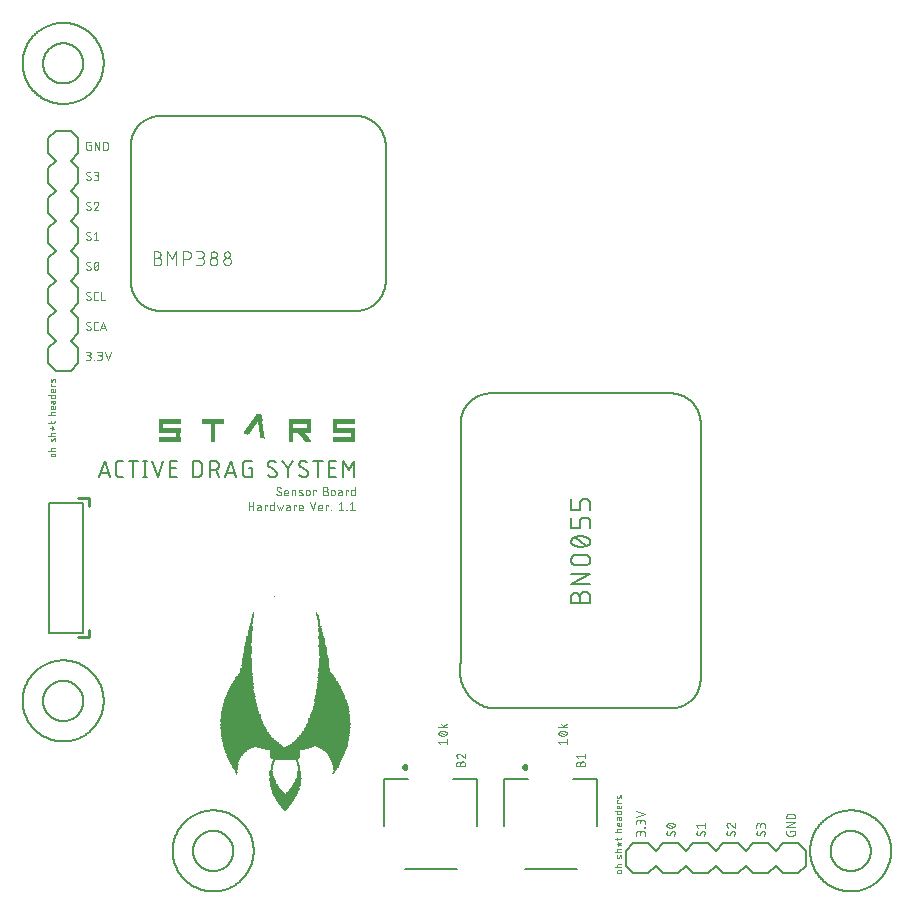
<source format=gto>
G04 EAGLE Gerber RS-274X export*
G75*
%MOMM*%
%FSLAX34Y34*%
%LPD*%
%INTop Silkscreen*%
%IPPOS*%
%AMOC8*
5,1,8,0,0,1.08239X$1,22.5*%
G01*
%ADD10C,0.050800*%
%ADD11C,0.254000*%
%ADD12R,0.045719X0.022856*%
%ADD13R,0.091438X0.022856*%
%ADD14R,0.137156X0.022863*%
%ADD15R,0.182881X0.022856*%
%ADD16R,0.228600X0.022856*%
%ADD17R,0.274319X0.022856*%
%ADD18R,0.320038X0.022856*%
%ADD19R,0.365756X0.022863*%
%ADD20R,0.411481X0.022856*%
%ADD21R,0.457200X0.022856*%
%ADD22R,0.502919X0.022856*%
%ADD23R,0.548638X0.022856*%
%ADD24R,0.594356X0.022863*%
%ADD25R,0.617219X0.022856*%
%ADD26R,0.640081X0.022856*%
%ADD27R,0.685800X0.022856*%
%ADD28R,0.731519X0.022856*%
%ADD29R,0.777238X0.022863*%
%ADD30R,0.822956X0.022856*%
%ADD31R,0.868681X0.022856*%
%ADD32R,0.891538X0.022856*%
%ADD33R,0.914400X0.022856*%
%ADD34R,0.960119X0.022863*%
%ADD35R,0.982981X0.022856*%
%ADD36R,1.005837X0.022856*%
%ADD37R,1.051556X0.022856*%
%ADD38R,1.097281X0.022856*%
%ADD39R,1.143000X0.022863*%
%ADD40R,1.165856X0.022856*%
%ADD41R,1.188719X0.022856*%
%ADD42R,1.211581X0.022856*%
%ADD43R,1.257300X0.022856*%
%ADD44R,1.303019X0.022863*%
%ADD45R,1.303019X0.022856*%
%ADD46R,1.348738X0.022856*%
%ADD47R,1.394456X0.022856*%
%ADD48R,1.417319X0.022856*%
%ADD49R,1.440181X0.022863*%
%ADD50R,1.463037X0.022856*%
%ADD51R,1.508756X0.022856*%
%ADD52R,1.554481X0.022856*%
%ADD53R,1.577338X0.022856*%
%ADD54R,1.577338X0.022863*%
%ADD55R,1.600200X0.022856*%
%ADD56R,1.623056X0.022856*%
%ADD57R,1.645919X0.022856*%
%ADD58R,1.691638X0.022856*%
%ADD59R,1.714500X0.022863*%
%ADD60R,1.714500X0.022856*%
%ADD61R,1.737356X0.022856*%
%ADD62R,1.783081X0.022856*%
%ADD63R,1.805938X0.022856*%
%ADD64R,1.828800X0.022863*%
%ADD65R,1.851656X0.022856*%
%ADD66R,1.874519X0.022856*%
%ADD67R,1.920238X0.022856*%
%ADD68R,1.943100X0.022856*%
%ADD69R,1.965956X0.022863*%
%ADD70R,1.988819X0.022856*%
%ADD71R,0.982981X0.022863*%
%ADD72R,0.982975X0.022863*%
%ADD73R,0.960119X0.022856*%
%ADD74R,0.982975X0.022856*%
%ADD75R,0.937256X0.022856*%
%ADD76R,0.937262X0.022856*%
%ADD77R,0.891538X0.022863*%
%ADD78R,0.868675X0.022856*%
%ADD79R,0.845819X0.022856*%
%ADD80R,0.845819X0.022863*%
%ADD81R,0.822963X0.022856*%
%ADD82R,0.800100X0.022856*%
%ADD83R,0.800100X0.022863*%
%ADD84R,0.777238X0.022856*%
%ADD85R,0.754381X0.022856*%
%ADD86R,0.754375X0.022856*%
%ADD87R,0.731519X0.022863*%
%ADD88R,0.754381X0.022863*%
%ADD89R,0.662938X0.022863*%
%ADD90R,0.685800X0.022863*%
%ADD91R,0.662938X0.022856*%
%ADD92R,0.640075X0.022856*%
%ADD93R,0.640081X0.022863*%
%ADD94R,0.594356X0.022856*%
%ADD95R,0.571500X0.022863*%
%ADD96R,0.571500X0.022856*%
%ADD97R,0.594363X0.022856*%
%ADD98R,0.548638X0.022863*%
%ADD99R,0.525781X0.022856*%
%ADD100R,0.502919X0.022863*%
%ADD101R,0.480056X0.022856*%
%ADD102R,0.457200X0.022863*%
%ADD103R,0.480056X0.022863*%
%ADD104R,0.434338X0.022856*%
%ADD105R,0.434338X0.022863*%
%ADD106R,0.411475X0.022856*%
%ADD107R,0.388619X0.022856*%
%ADD108R,0.388619X0.022863*%
%ADD109R,0.365756X0.022856*%
%ADD110R,0.342900X0.022863*%
%ADD111R,0.342900X0.022856*%
%ADD112R,0.320038X0.022863*%
%ADD113R,0.022856X0.022856*%
%ADD114R,0.297175X0.022856*%
%ADD115R,0.297181X0.022856*%
%ADD116R,0.045719X0.022863*%
%ADD117R,0.297175X0.022863*%
%ADD118R,0.297181X0.022863*%
%ADD119R,0.068581X0.022856*%
%ADD120R,0.068575X0.022856*%
%ADD121R,0.114300X0.022863*%
%ADD122R,0.274319X0.022863*%
%ADD123R,0.091438X0.022863*%
%ADD124R,0.137162X0.022856*%
%ADD125R,0.114300X0.022856*%
%ADD126R,0.160019X0.022856*%
%ADD127R,0.137156X0.022856*%
%ADD128R,0.205738X0.022863*%
%ADD129R,0.228600X0.022863*%
%ADD130R,0.182881X0.022863*%
%ADD131R,0.205738X0.022856*%
%ADD132R,0.182875X0.022863*%
%ADD133R,0.182875X0.022856*%
%ADD134R,0.525775X0.022856*%
%ADD135R,0.160019X0.022863*%
%ADD136R,0.525781X0.022863*%
%ADD137R,0.617219X0.022863*%
%ADD138R,0.822956X0.022863*%
%ADD139R,0.068581X0.022863*%
%ADD140R,2.057400X0.022856*%
%ADD141R,2.125981X0.022856*%
%ADD142R,1.028700X0.022863*%
%ADD143R,2.194562X0.022863*%
%ADD144R,1.005837X0.022863*%
%ADD145R,1.028700X0.022856*%
%ADD146R,2.286000X0.022856*%
%ADD147R,1.074419X0.022856*%
%ADD148R,2.331719X0.022856*%
%ADD149R,2.377438X0.022856*%
%ADD150R,1.097275X0.022856*%
%ADD151R,2.400300X0.022856*%
%ADD152R,2.423156X0.022863*%
%ADD153R,1.097281X0.022863*%
%ADD154R,1.165863X0.022856*%
%ADD155R,2.468881X0.022856*%
%ADD156R,1.143000X0.022856*%
%ADD157R,2.491738X0.022856*%
%ADD158R,2.514600X0.022856*%
%ADD159R,1.234438X0.022856*%
%ADD160R,2.537456X0.022856*%
%ADD161R,1.257300X0.022863*%
%ADD162R,2.537456X0.022863*%
%ADD163R,1.234438X0.022863*%
%ADD164R,1.280156X0.022856*%
%ADD165R,1.280163X0.022856*%
%ADD166R,1.325875X0.022856*%
%ADD167R,1.371600X0.022856*%
%ADD168R,1.325881X0.022856*%
%ADD169R,1.371600X0.022863*%
%ADD170R,1.485900X0.022856*%
%ADD171R,1.508763X0.022856*%
%ADD172R,1.531619X0.022863*%
%ADD173R,1.508756X0.022863*%
%ADD174R,1.531619X0.022856*%
%ADD175R,1.668781X0.022856*%
%ADD176R,1.691638X0.022863*%
%ADD177R,1.668781X0.022863*%
%ADD178R,1.760219X0.022856*%
%ADD179R,1.828800X0.022856*%
%ADD180R,1.874519X0.022863*%
%ADD181R,1.897375X0.022856*%
%ADD182R,1.897381X0.022856*%
%ADD183R,2.903219X0.022856*%
%ADD184R,2.057400X0.022863*%
%ADD185R,3.314700X0.022863*%
%ADD186R,3.543300X0.022856*%
%ADD187R,2.171700X0.022856*%
%ADD188R,3.886200X0.022856*%
%ADD189R,2.125975X0.022856*%
%ADD190R,2.217419X0.022856*%
%ADD191R,4.046219X0.022856*%
%ADD192R,2.263138X0.022856*%
%ADD193R,4.114800X0.022856*%
%ADD194R,2.308856X0.022863*%
%ADD195R,4.274819X0.022863*%
%ADD196R,2.263138X0.022863*%
%ADD197R,2.354581X0.022856*%
%ADD198R,2.308863X0.022856*%
%ADD199R,2.423156X0.022856*%
%ADD200R,2.240281X0.022856*%
%ADD201R,2.240275X0.022856*%
%ADD202R,2.308856X0.022856*%
%ADD203R,2.628900X0.022863*%
%ADD204R,5.029200X0.022856*%
%ADD205R,2.628900X0.022856*%
%ADD206R,4.960619X0.022856*%
%ADD207R,4.914900X0.022856*%
%ADD208R,4.869181X0.022863*%
%ADD209R,4.914900X0.022863*%
%ADD210R,4.823463X0.022856*%
%ADD211R,4.869175X0.022856*%
%ADD212R,4.846319X0.022856*%
%ADD213R,4.823456X0.022856*%
%ADD214R,4.777738X0.022856*%
%ADD215R,4.732019X0.022856*%
%ADD216R,4.754881X0.022863*%
%ADD217R,4.732019X0.022863*%
%ADD218R,4.709156X0.022856*%
%ADD219R,4.754881X0.022856*%
%ADD220R,4.686300X0.022856*%
%ADD221R,4.709163X0.022856*%
%ADD222R,4.640575X0.022856*%
%ADD223R,4.617719X0.022863*%
%ADD224R,4.640581X0.022863*%
%ADD225R,4.617719X0.022856*%
%ADD226R,4.572000X0.022856*%
%ADD227R,4.549138X0.022856*%
%ADD228R,4.526275X0.022856*%
%ADD229R,4.526275X0.022863*%
%ADD230R,4.526281X0.022863*%
%ADD231R,4.503419X0.022856*%
%ADD232R,4.526281X0.022856*%
%ADD233R,4.480556X0.022856*%
%ADD234R,4.480563X0.022856*%
%ADD235R,4.434838X0.022856*%
%ADD236R,4.411981X0.022863*%
%ADD237R,4.434838X0.022863*%
%ADD238R,4.411975X0.022856*%
%ADD239R,4.389119X0.022856*%
%ADD240R,4.366256X0.022856*%
%ADD241R,4.343400X0.022863*%
%ADD242R,4.366256X0.022863*%
%ADD243R,4.343400X0.022856*%
%ADD244R,4.297681X0.022856*%
%ADD245R,4.274819X0.022856*%
%ADD246R,4.297675X0.022856*%
%ADD247R,4.251956X0.022863*%
%ADD248R,4.297681X0.022863*%
%ADD249R,4.229100X0.022856*%
%ADD250R,4.251963X0.022856*%
%ADD251R,4.183381X0.022856*%
%ADD252R,4.206238X0.022856*%
%ADD253R,4.206238X0.022863*%
%ADD254R,4.183375X0.022856*%
%ADD255R,4.137656X0.022856*%
%ADD256R,4.114800X0.022863*%
%ADD257R,4.137656X0.022863*%
%ADD258R,4.091938X0.022856*%
%ADD259R,4.069075X0.022856*%
%ADD260R,4.069081X0.022856*%
%ADD261R,4.046219X0.022863*%
%ADD262R,4.069081X0.022863*%
%ADD263R,4.023356X0.022856*%
%ADD264R,4.000500X0.022856*%
%ADD265R,3.977638X0.022856*%
%ADD266R,3.977638X0.022863*%
%ADD267R,3.954775X0.022856*%
%ADD268R,3.931919X0.022856*%
%ADD269R,3.954781X0.022856*%
%ADD270R,3.909056X0.022856*%
%ADD271R,3.909063X0.022863*%
%ADD272R,3.909056X0.022863*%
%ADD273R,3.909063X0.022856*%
%ADD274R,3.840481X0.022863*%
%ADD275R,3.886200X0.022863*%
%ADD276R,3.840481X0.022856*%
%ADD277R,3.840475X0.022856*%
%ADD278R,3.863338X0.022856*%
%ADD279R,3.817619X0.022856*%
%ADD280R,3.794756X0.022863*%
%ADD281R,3.817619X0.022863*%
%ADD282R,3.794756X0.022856*%
%ADD283R,3.771900X0.022856*%
%ADD284R,3.749038X0.022863*%
%ADD285R,3.771900X0.022863*%
%ADD286R,3.726181X0.022856*%
%ADD287R,3.749038X0.022856*%
%ADD288R,3.726175X0.022856*%
%ADD289R,3.703319X0.022856*%
%ADD290R,3.703319X0.022863*%
%ADD291R,3.680456X0.022856*%
%ADD292R,3.657600X0.022856*%
%ADD293R,3.634737X0.022856*%
%ADD294R,3.634737X0.022863*%
%ADD295R,3.611881X0.022856*%
%ADD296R,3.589019X0.022856*%
%ADD297R,3.611875X0.022856*%
%ADD298R,3.589019X0.022863*%
%ADD299R,3.566156X0.022856*%
%ADD300R,3.543300X0.022863*%
%ADD301R,3.566156X0.022863*%
%ADD302R,3.520438X0.022856*%
%ADD303R,3.474719X0.022856*%
%ADD304R,3.474719X0.022863*%
%ADD305R,3.429000X0.022856*%
%ADD306R,3.383275X0.022863*%
%ADD307R,3.429000X0.022863*%
%ADD308R,3.383275X0.022856*%
%ADD309R,3.383281X0.022856*%
%ADD310R,3.360419X0.022856*%
%ADD311R,3.337556X0.022863*%
%ADD312R,3.360419X0.022863*%
%ADD313R,3.337556X0.022856*%
%ADD314R,3.314700X0.022856*%
%ADD315R,3.291838X0.022856*%
%ADD316R,3.268975X0.022856*%
%ADD317R,3.268975X0.022863*%
%ADD318R,3.268981X0.022863*%
%ADD319R,3.246119X0.022856*%
%ADD320R,3.268981X0.022856*%
%ADD321R,3.223256X0.022856*%
%ADD322R,3.200400X0.022863*%
%ADD323R,3.223256X0.022863*%
%ADD324R,3.200400X0.022856*%
%ADD325R,3.154681X0.022856*%
%ADD326R,3.154681X0.022863*%
%ADD327R,3.131819X0.022856*%
%ADD328R,3.108956X0.022856*%
%ADD329R,3.108956X0.022863*%
%ADD330R,3.040381X0.022856*%
%ADD331R,3.040375X0.022856*%
%ADD332R,3.040381X0.022863*%
%ADD333R,3.040375X0.022863*%
%ADD334R,3.017519X0.022856*%
%ADD335R,2.971800X0.022856*%
%ADD336R,2.971800X0.022863*%
%ADD337R,2.948937X0.022856*%
%ADD338R,2.926075X0.022856*%
%ADD339R,2.926081X0.022856*%
%ADD340R,2.903219X0.022863*%
%ADD341R,2.926081X0.022863*%
%ADD342R,2.880356X0.022856*%
%ADD343R,2.857500X0.022856*%
%ADD344R,2.880362X0.022856*%
%ADD345R,2.857500X0.022863*%
%ADD346R,2.834637X0.022856*%
%ADD347R,2.788919X0.022863*%
%ADD348R,2.834637X0.022863*%
%ADD349R,2.788919X0.022856*%
%ADD350R,2.766056X0.022856*%
%ADD351R,2.743200X0.022856*%
%ADD352R,2.743200X0.022863*%
%ADD353R,2.720338X0.022856*%
%ADD354R,2.697481X0.022856*%
%ADD355R,2.674619X0.022863*%
%ADD356R,2.697481X0.022863*%
%ADD357R,2.674619X0.022856*%
%ADD358R,2.651756X0.022856*%
%ADD359R,2.583175X0.022863*%
%ADD360R,2.583175X0.022856*%
%ADD361R,2.583181X0.022856*%
%ADD362R,2.560319X0.022856*%
%ADD363R,2.560319X0.022863*%
%ADD364R,2.491738X0.022863*%
%ADD365R,2.423163X0.022856*%
%ADD366R,2.468875X0.022856*%
%ADD367R,2.400300X0.022863*%
%ADD368R,2.354581X0.022863*%
%ADD369R,2.286000X0.022863*%
%ADD370R,2.217419X0.022863*%
%ADD371R,2.240281X0.022863*%
%ADD372R,2.194556X0.022856*%
%ADD373R,2.103119X0.022863*%
%ADD374R,2.125975X0.022863*%
%ADD375R,2.103119X0.022856*%
%ADD376R,2.080256X0.022856*%
%ADD377R,2.080256X0.022863*%
%ADD378R,2.034537X0.022856*%
%ADD379R,2.011681X0.022856*%
%ADD380R,2.011675X0.022856*%
%ADD381R,1.988819X0.022863*%
%ADD382R,1.965956X0.022856*%
%ADD383R,1.897381X0.022863*%
%ADD384R,1.920238X0.022863*%
%ADD385R,1.805938X0.022863*%
%ADD386R,1.783075X0.022856*%
%ADD387R,1.737356X0.022863*%
%ADD388R,1.760219X0.022863*%
%ADD389R,1.645919X0.022863*%
%ADD390R,1.623063X0.022856*%
%ADD391R,1.600200X0.022863*%
%ADD392R,1.554475X0.022856*%
%ADD393R,1.508763X0.022863*%
%ADD394R,1.440175X0.022856*%
%ADD395R,1.440181X0.022856*%
%ADD396R,1.417319X0.022863*%
%ADD397R,1.280156X0.022863*%
%ADD398R,1.211575X0.022856*%
%ADD399R,1.188719X0.022863*%
%ADD400R,1.211575X0.022863*%
%ADD401R,1.120138X0.022856*%
%ADD402R,1.120138X0.022863*%
%ADD403R,1.051556X0.022863*%
%ADD404R,0.914400X0.022863*%
%ADD405R,0.708656X0.022856*%
%ADD406R,0.708663X0.022856*%
%ADD407R,0.708656X0.022863*%
%ADD408R,0.708663X0.022863*%
%ADD409R,0.640075X0.022863*%
%ADD410R,0.594363X0.022863*%
%ADD411R,0.480063X0.022856*%
%ADD412R,0.411481X0.022863*%
%ADD413R,0.365762X0.022856*%
%ADD414R,0.251456X0.022856*%
%ADD415R,0.251456X0.022863*%
%ADD416R,0.251463X0.022856*%
%ADD417R,0.251463X0.022863*%
%ADD418R,1.840231X0.008887*%
%ADD419R,0.355600X0.008887*%
%ADD420R,0.444500X0.008887*%
%ADD421R,1.831338X0.008887*%
%ADD422R,0.435606X0.008887*%
%ADD423R,0.017781X0.008887*%
%ADD424R,0.053338X0.008887*%
%ADD425R,0.097787X0.008887*%
%ADD426R,0.124456X0.008887*%
%ADD427R,0.160019X0.008887*%
%ADD428R,0.204469X0.008887*%
%ADD429R,0.231138X0.008887*%
%ADD430R,0.266700X0.008887*%
%ADD431R,0.311150X0.008887*%
%ADD432R,0.346706X0.008887*%
%ADD433R,0.373375X0.008887*%
%ADD434R,0.364488X0.008887*%
%ADD435R,0.382269X0.008887*%
%ADD436R,0.435613X0.008887*%
%ADD437R,0.373381X0.008887*%
%ADD438R,0.008887X0.008887*%
%ADD439R,0.133350X0.008887*%
%ADD440R,0.186688X0.008887*%
%ADD441R,0.222250X0.008887*%
%ADD442R,0.293369X0.008887*%
%ADD443R,0.391156X0.008887*%
%ADD444R,0.426719X0.008887*%
%ADD445R,0.462281X0.008887*%
%ADD446R,0.462275X0.008887*%
%ADD447R,0.453387X0.008887*%
%ADD448R,0.826769X0.008887*%
%ADD449R,0.817881X0.008887*%
%ADD450R,0.808988X0.008887*%
%ADD451R,0.800100X0.008887*%
%ADD452R,0.782319X0.008887*%
%ADD453R,0.773425X0.008887*%
%ADD454R,0.764538X0.008887*%
%ADD455R,0.755650X0.008887*%
%ADD456R,0.746756X0.008887*%
%ADD457R,0.728975X0.008887*%
%ADD458R,0.720087X0.008887*%
%ADD459R,0.711200X0.008887*%
%ADD460R,0.702306X0.008887*%
%ADD461R,0.693419X0.008887*%
%ADD462R,0.684531X0.008887*%
%ADD463R,0.675638X0.008887*%
%ADD464R,0.666750X0.008887*%
%ADD465R,0.657863X0.008887*%
%ADD466R,0.648969X0.008887*%
%ADD467R,0.640081X0.008887*%
%ADD468R,0.631188X0.008887*%
%ADD469R,0.622300X0.008887*%
%ADD470R,0.613406X0.008887*%
%ADD471R,0.604519X0.008887*%
%ADD472R,0.595631X0.008887*%
%ADD473R,0.577850X0.008887*%
%ADD474R,0.568956X0.008887*%
%ADD475R,0.560069X0.008887*%
%ADD476R,0.551181X0.008887*%
%ADD477R,0.542288X0.008887*%
%ADD478R,0.524506X0.008887*%
%ADD479R,0.515619X0.008887*%
%ADD480R,0.506725X0.008887*%
%ADD481R,0.497838X0.008887*%
%ADD482R,0.488950X0.008887*%
%ADD483R,0.480056X0.008887*%
%ADD484R,0.471169X0.008887*%
%ADD485R,0.417831X0.008887*%
%ADD486R,0.408938X0.008887*%
%ADD487R,0.328925X0.008887*%
%ADD488R,0.284481X0.008887*%
%ADD489R,0.240031X0.008887*%
%ADD490R,0.195581X0.008887*%
%ADD491R,0.106675X0.008887*%
%ADD492R,0.062225X0.008887*%
%ADD493R,0.035556X0.008887*%
%ADD494C,0.127000*%
%ADD495C,0.300000*%
%ADD496C,0.101600*%
%ADD497C,0.152400*%
%ADD498C,0.203200*%


D10*
X453307Y129059D02*
X451726Y131035D01*
X458838Y131035D01*
X458838Y133010D02*
X458838Y129059D01*
X455282Y135917D02*
X455134Y135919D01*
X454987Y135924D01*
X454839Y135934D01*
X454692Y135947D01*
X454545Y135963D01*
X454399Y135984D01*
X454254Y136008D01*
X454108Y136036D01*
X453964Y136067D01*
X453821Y136102D01*
X453678Y136141D01*
X453537Y136183D01*
X453396Y136229D01*
X453257Y136278D01*
X453119Y136331D01*
X452982Y136387D01*
X452847Y136447D01*
X452714Y136510D01*
X452643Y136536D01*
X452574Y136566D01*
X452506Y136600D01*
X452440Y136637D01*
X452376Y136677D01*
X452314Y136721D01*
X452255Y136767D01*
X452198Y136817D01*
X452144Y136870D01*
X452092Y136925D01*
X452044Y136983D01*
X451998Y137043D01*
X451956Y137106D01*
X451917Y137171D01*
X451881Y137237D01*
X451849Y137306D01*
X451821Y137375D01*
X451796Y137447D01*
X451775Y137519D01*
X451757Y137593D01*
X451744Y137667D01*
X451734Y137742D01*
X451728Y137817D01*
X451726Y137893D01*
X451728Y137969D01*
X451734Y138044D01*
X451744Y138119D01*
X451757Y138193D01*
X451775Y138267D01*
X451796Y138339D01*
X451821Y138411D01*
X451849Y138480D01*
X451881Y138549D01*
X451917Y138615D01*
X451956Y138680D01*
X451998Y138743D01*
X452044Y138803D01*
X452092Y138861D01*
X452144Y138916D01*
X452198Y138969D01*
X452255Y139019D01*
X452314Y139065D01*
X452376Y139109D01*
X452440Y139149D01*
X452506Y139186D01*
X452574Y139220D01*
X452643Y139250D01*
X452714Y139276D01*
X452714Y139275D02*
X452847Y139338D01*
X452982Y139398D01*
X453119Y139454D01*
X453257Y139507D01*
X453396Y139556D01*
X453537Y139602D01*
X453678Y139644D01*
X453821Y139683D01*
X453964Y139718D01*
X454108Y139749D01*
X454254Y139777D01*
X454399Y139801D01*
X454545Y139822D01*
X454692Y139838D01*
X454839Y139851D01*
X454987Y139861D01*
X455134Y139866D01*
X455282Y139868D01*
X455282Y135917D02*
X455430Y135919D01*
X455577Y135924D01*
X455725Y135934D01*
X455872Y135947D01*
X456019Y135963D01*
X456165Y135984D01*
X456310Y136008D01*
X456456Y136036D01*
X456600Y136067D01*
X456743Y136102D01*
X456886Y136141D01*
X457027Y136183D01*
X457168Y136229D01*
X457307Y136278D01*
X457445Y136331D01*
X457582Y136387D01*
X457717Y136447D01*
X457850Y136510D01*
X457921Y136536D01*
X457990Y136566D01*
X458058Y136600D01*
X458124Y136637D01*
X458188Y136677D01*
X458250Y136721D01*
X458309Y136767D01*
X458366Y136817D01*
X458420Y136870D01*
X458472Y136925D01*
X458520Y136983D01*
X458566Y137043D01*
X458608Y137106D01*
X458647Y137171D01*
X458683Y137237D01*
X458715Y137306D01*
X458743Y137376D01*
X458768Y137447D01*
X458789Y137519D01*
X458807Y137593D01*
X458820Y137667D01*
X458830Y137742D01*
X458836Y137817D01*
X458838Y137893D01*
X457850Y139275D02*
X457717Y139338D01*
X457582Y139398D01*
X457445Y139454D01*
X457307Y139507D01*
X457168Y139556D01*
X457027Y139602D01*
X456886Y139644D01*
X456743Y139683D01*
X456600Y139718D01*
X456456Y139749D01*
X456310Y139777D01*
X456165Y139801D01*
X456019Y139822D01*
X455872Y139838D01*
X455725Y139851D01*
X455577Y139861D01*
X455430Y139866D01*
X455282Y139868D01*
X457850Y139276D02*
X457921Y139250D01*
X457990Y139220D01*
X458058Y139186D01*
X458124Y139149D01*
X458188Y139109D01*
X458250Y139065D01*
X458309Y139019D01*
X458366Y138969D01*
X458420Y138916D01*
X458472Y138861D01*
X458520Y138803D01*
X458566Y138743D01*
X458608Y138680D01*
X458647Y138615D01*
X458683Y138549D01*
X458715Y138480D01*
X458743Y138410D01*
X458768Y138339D01*
X458789Y138267D01*
X458807Y138193D01*
X458820Y138119D01*
X458830Y138044D01*
X458836Y137969D01*
X458838Y137893D01*
X457258Y136312D02*
X453307Y139473D01*
X451726Y143016D02*
X458838Y143016D01*
X456468Y143016D02*
X454097Y146177D01*
X455480Y144399D02*
X458838Y146177D01*
X351707Y129059D02*
X350126Y131035D01*
X357238Y131035D01*
X357238Y133010D02*
X357238Y129059D01*
X353682Y135917D02*
X353534Y135919D01*
X353387Y135924D01*
X353239Y135934D01*
X353092Y135947D01*
X352945Y135963D01*
X352799Y135984D01*
X352654Y136008D01*
X352508Y136036D01*
X352364Y136067D01*
X352221Y136102D01*
X352078Y136141D01*
X351937Y136183D01*
X351796Y136229D01*
X351657Y136278D01*
X351519Y136331D01*
X351382Y136387D01*
X351247Y136447D01*
X351114Y136510D01*
X351043Y136536D01*
X350974Y136566D01*
X350906Y136600D01*
X350840Y136637D01*
X350776Y136677D01*
X350714Y136721D01*
X350655Y136767D01*
X350598Y136817D01*
X350544Y136870D01*
X350492Y136925D01*
X350444Y136983D01*
X350398Y137043D01*
X350356Y137106D01*
X350317Y137171D01*
X350281Y137237D01*
X350249Y137306D01*
X350221Y137375D01*
X350196Y137447D01*
X350175Y137519D01*
X350157Y137593D01*
X350144Y137667D01*
X350134Y137742D01*
X350128Y137817D01*
X350126Y137893D01*
X350128Y137969D01*
X350134Y138044D01*
X350144Y138119D01*
X350157Y138193D01*
X350175Y138267D01*
X350196Y138339D01*
X350221Y138411D01*
X350249Y138480D01*
X350281Y138549D01*
X350317Y138615D01*
X350356Y138680D01*
X350398Y138743D01*
X350444Y138803D01*
X350492Y138861D01*
X350544Y138916D01*
X350598Y138969D01*
X350655Y139019D01*
X350714Y139065D01*
X350776Y139109D01*
X350840Y139149D01*
X350906Y139186D01*
X350974Y139220D01*
X351043Y139250D01*
X351114Y139276D01*
X351114Y139275D02*
X351247Y139338D01*
X351382Y139398D01*
X351519Y139454D01*
X351657Y139507D01*
X351796Y139556D01*
X351937Y139602D01*
X352078Y139644D01*
X352221Y139683D01*
X352364Y139718D01*
X352508Y139749D01*
X352654Y139777D01*
X352799Y139801D01*
X352945Y139822D01*
X353092Y139838D01*
X353239Y139851D01*
X353387Y139861D01*
X353534Y139866D01*
X353682Y139868D01*
X353682Y135917D02*
X353830Y135919D01*
X353977Y135924D01*
X354125Y135934D01*
X354272Y135947D01*
X354419Y135963D01*
X354565Y135984D01*
X354710Y136008D01*
X354856Y136036D01*
X355000Y136067D01*
X355143Y136102D01*
X355286Y136141D01*
X355427Y136183D01*
X355568Y136229D01*
X355707Y136278D01*
X355845Y136331D01*
X355982Y136387D01*
X356117Y136447D01*
X356250Y136510D01*
X356321Y136536D01*
X356390Y136566D01*
X356458Y136600D01*
X356524Y136637D01*
X356588Y136677D01*
X356650Y136721D01*
X356709Y136767D01*
X356766Y136817D01*
X356820Y136870D01*
X356872Y136925D01*
X356920Y136983D01*
X356966Y137043D01*
X357008Y137106D01*
X357047Y137171D01*
X357083Y137237D01*
X357115Y137306D01*
X357143Y137376D01*
X357168Y137447D01*
X357189Y137519D01*
X357207Y137593D01*
X357220Y137667D01*
X357230Y137742D01*
X357236Y137817D01*
X357238Y137893D01*
X356250Y139275D02*
X356117Y139338D01*
X355982Y139398D01*
X355845Y139454D01*
X355707Y139507D01*
X355568Y139556D01*
X355427Y139602D01*
X355286Y139644D01*
X355143Y139683D01*
X355000Y139718D01*
X354856Y139749D01*
X354710Y139777D01*
X354565Y139801D01*
X354419Y139822D01*
X354272Y139838D01*
X354125Y139851D01*
X353977Y139861D01*
X353830Y139866D01*
X353682Y139868D01*
X356250Y139276D02*
X356321Y139250D01*
X356390Y139220D01*
X356458Y139186D01*
X356524Y139149D01*
X356588Y139109D01*
X356650Y139065D01*
X356709Y139019D01*
X356766Y138969D01*
X356820Y138916D01*
X356872Y138861D01*
X356920Y138803D01*
X356966Y138743D01*
X357008Y138680D01*
X357047Y138615D01*
X357083Y138549D01*
X357115Y138480D01*
X357143Y138410D01*
X357168Y138339D01*
X357189Y138267D01*
X357207Y138193D01*
X357220Y138119D01*
X357230Y138044D01*
X357236Y137969D01*
X357238Y137893D01*
X355658Y136312D02*
X351707Y139473D01*
X350126Y143016D02*
X357238Y143016D01*
X354868Y143016D02*
X352497Y146177D01*
X353880Y144399D02*
X357238Y146177D01*
X55627Y635776D02*
X54442Y635776D01*
X55627Y635776D02*
X55627Y631825D01*
X53257Y631825D01*
X53257Y631826D02*
X53179Y631828D01*
X53102Y631834D01*
X53025Y631843D01*
X52949Y631856D01*
X52873Y631873D01*
X52798Y631894D01*
X52725Y631918D01*
X52652Y631946D01*
X52581Y631978D01*
X52512Y632013D01*
X52445Y632051D01*
X52379Y632092D01*
X52316Y632137D01*
X52255Y632185D01*
X52196Y632235D01*
X52140Y632289D01*
X52086Y632345D01*
X52036Y632404D01*
X51988Y632465D01*
X51943Y632528D01*
X51902Y632594D01*
X51864Y632661D01*
X51829Y632730D01*
X51797Y632801D01*
X51769Y632874D01*
X51745Y632947D01*
X51724Y633022D01*
X51707Y633098D01*
X51694Y633174D01*
X51685Y633251D01*
X51679Y633328D01*
X51677Y633406D01*
X51676Y633406D02*
X51676Y637357D01*
X51677Y637357D02*
X51679Y637435D01*
X51685Y637512D01*
X51694Y637589D01*
X51707Y637665D01*
X51724Y637741D01*
X51745Y637816D01*
X51769Y637889D01*
X51797Y637962D01*
X51829Y638033D01*
X51864Y638102D01*
X51902Y638169D01*
X51943Y638235D01*
X51988Y638298D01*
X52036Y638359D01*
X52086Y638418D01*
X52140Y638474D01*
X52196Y638528D01*
X52255Y638578D01*
X52316Y638626D01*
X52379Y638671D01*
X52445Y638712D01*
X52512Y638750D01*
X52581Y638785D01*
X52652Y638817D01*
X52725Y638845D01*
X52798Y638869D01*
X52873Y638890D01*
X52949Y638907D01*
X53025Y638920D01*
X53102Y638929D01*
X53179Y638935D01*
X53257Y638937D01*
X55627Y638937D01*
X58991Y638937D02*
X58991Y631825D01*
X62943Y631825D02*
X58991Y638937D01*
X62943Y638937D02*
X62943Y631825D01*
X66307Y631825D02*
X66307Y638937D01*
X68282Y638937D01*
X68282Y638938D02*
X68368Y638936D01*
X68454Y638930D01*
X68540Y638921D01*
X68625Y638908D01*
X68710Y638891D01*
X68793Y638871D01*
X68876Y638847D01*
X68958Y638819D01*
X69038Y638788D01*
X69117Y638753D01*
X69194Y638715D01*
X69270Y638673D01*
X69344Y638629D01*
X69415Y638581D01*
X69485Y638530D01*
X69552Y638476D01*
X69617Y638419D01*
X69679Y638359D01*
X69739Y638297D01*
X69796Y638232D01*
X69850Y638165D01*
X69901Y638095D01*
X69949Y638024D01*
X69993Y637950D01*
X70035Y637874D01*
X70073Y637797D01*
X70108Y637718D01*
X70139Y637638D01*
X70167Y637556D01*
X70191Y637473D01*
X70211Y637390D01*
X70228Y637305D01*
X70241Y637220D01*
X70250Y637134D01*
X70256Y637048D01*
X70258Y636962D01*
X70258Y633801D01*
X70256Y633715D01*
X70250Y633629D01*
X70241Y633543D01*
X70228Y633458D01*
X70211Y633373D01*
X70191Y633290D01*
X70167Y633207D01*
X70139Y633125D01*
X70108Y633045D01*
X70073Y632966D01*
X70035Y632889D01*
X69993Y632813D01*
X69949Y632739D01*
X69901Y632668D01*
X69850Y632598D01*
X69796Y632531D01*
X69739Y632466D01*
X69679Y632404D01*
X69617Y632344D01*
X69552Y632287D01*
X69485Y632233D01*
X69415Y632182D01*
X69344Y632134D01*
X69270Y632090D01*
X69194Y632048D01*
X69117Y632010D01*
X69038Y631975D01*
X68958Y631944D01*
X68876Y631916D01*
X68793Y631892D01*
X68710Y631872D01*
X68625Y631855D01*
X68540Y631842D01*
X68454Y631833D01*
X68368Y631827D01*
X68282Y631825D01*
X66307Y631825D01*
X55627Y608006D02*
X55625Y607928D01*
X55619Y607851D01*
X55610Y607774D01*
X55597Y607698D01*
X55580Y607622D01*
X55559Y607547D01*
X55535Y607474D01*
X55507Y607401D01*
X55475Y607330D01*
X55440Y607261D01*
X55402Y607194D01*
X55361Y607128D01*
X55316Y607065D01*
X55268Y607004D01*
X55218Y606945D01*
X55164Y606889D01*
X55108Y606835D01*
X55049Y606785D01*
X54988Y606737D01*
X54925Y606692D01*
X54859Y606651D01*
X54792Y606613D01*
X54723Y606578D01*
X54652Y606546D01*
X54579Y606518D01*
X54506Y606494D01*
X54431Y606473D01*
X54355Y606456D01*
X54279Y606443D01*
X54202Y606434D01*
X54125Y606428D01*
X54047Y606426D01*
X54047Y606425D02*
X53932Y606427D01*
X53818Y606433D01*
X53704Y606443D01*
X53590Y606456D01*
X53477Y606474D01*
X53364Y606496D01*
X53252Y606521D01*
X53142Y606550D01*
X53032Y606583D01*
X52923Y606620D01*
X52816Y606660D01*
X52710Y606704D01*
X52606Y606752D01*
X52503Y606803D01*
X52403Y606858D01*
X52304Y606916D01*
X52207Y606978D01*
X52113Y607042D01*
X52020Y607110D01*
X51930Y607182D01*
X51843Y607256D01*
X51758Y607333D01*
X51676Y607413D01*
X51874Y611957D02*
X51876Y612035D01*
X51882Y612112D01*
X51891Y612189D01*
X51904Y612265D01*
X51921Y612341D01*
X51942Y612416D01*
X51966Y612489D01*
X51994Y612562D01*
X52026Y612633D01*
X52061Y612702D01*
X52099Y612769D01*
X52140Y612835D01*
X52185Y612898D01*
X52233Y612959D01*
X52283Y613018D01*
X52337Y613074D01*
X52393Y613128D01*
X52452Y613178D01*
X52513Y613226D01*
X52576Y613271D01*
X52642Y613312D01*
X52709Y613350D01*
X52778Y613385D01*
X52849Y613417D01*
X52922Y613445D01*
X52995Y613469D01*
X53070Y613490D01*
X53146Y613507D01*
X53222Y613520D01*
X53299Y613529D01*
X53377Y613535D01*
X53454Y613537D01*
X53560Y613535D01*
X53666Y613529D01*
X53771Y613520D01*
X53876Y613507D01*
X53981Y613490D01*
X54085Y613469D01*
X54188Y613445D01*
X54290Y613417D01*
X54391Y613385D01*
X54491Y613350D01*
X54589Y613311D01*
X54687Y613268D01*
X54782Y613223D01*
X54876Y613174D01*
X54968Y613121D01*
X55058Y613065D01*
X55146Y613006D01*
X55232Y612944D01*
X52664Y610574D02*
X52597Y610616D01*
X52532Y610661D01*
X52469Y610710D01*
X52408Y610761D01*
X52351Y610816D01*
X52296Y610873D01*
X52243Y610933D01*
X52194Y610995D01*
X52148Y611060D01*
X52106Y611126D01*
X52066Y611195D01*
X52030Y611266D01*
X51998Y611339D01*
X51969Y611413D01*
X51944Y611488D01*
X51923Y611564D01*
X51905Y611642D01*
X51892Y611720D01*
X51882Y611799D01*
X51876Y611878D01*
X51874Y611957D01*
X54837Y609389D02*
X54904Y609347D01*
X54969Y609302D01*
X55032Y609253D01*
X55093Y609202D01*
X55150Y609147D01*
X55205Y609090D01*
X55258Y609030D01*
X55307Y608968D01*
X55353Y608903D01*
X55395Y608837D01*
X55435Y608768D01*
X55471Y608697D01*
X55503Y608624D01*
X55532Y608550D01*
X55557Y608475D01*
X55578Y608399D01*
X55596Y608321D01*
X55609Y608243D01*
X55619Y608164D01*
X55625Y608085D01*
X55627Y608006D01*
X54837Y609388D02*
X52664Y610574D01*
X58306Y606425D02*
X60281Y606425D01*
X60368Y606427D01*
X60456Y606433D01*
X60543Y606442D01*
X60629Y606456D01*
X60715Y606473D01*
X60799Y606494D01*
X60883Y606519D01*
X60966Y606548D01*
X61047Y606580D01*
X61127Y606615D01*
X61205Y606654D01*
X61282Y606697D01*
X61356Y606743D01*
X61428Y606792D01*
X61498Y606844D01*
X61566Y606900D01*
X61631Y606958D01*
X61694Y607019D01*
X61753Y607083D01*
X61810Y607150D01*
X61864Y607218D01*
X61915Y607290D01*
X61962Y607363D01*
X62007Y607438D01*
X62048Y607516D01*
X62085Y607595D01*
X62119Y607675D01*
X62149Y607757D01*
X62176Y607840D01*
X62199Y607925D01*
X62218Y608010D01*
X62233Y608096D01*
X62245Y608183D01*
X62253Y608270D01*
X62257Y608357D01*
X62257Y608445D01*
X62253Y608532D01*
X62245Y608619D01*
X62233Y608706D01*
X62218Y608792D01*
X62199Y608877D01*
X62176Y608962D01*
X62149Y609045D01*
X62119Y609127D01*
X62085Y609207D01*
X62048Y609286D01*
X62007Y609364D01*
X61962Y609439D01*
X61915Y609512D01*
X61864Y609584D01*
X61810Y609652D01*
X61753Y609719D01*
X61694Y609783D01*
X61631Y609844D01*
X61566Y609902D01*
X61498Y609958D01*
X61428Y610010D01*
X61356Y610059D01*
X61282Y610105D01*
X61205Y610148D01*
X61127Y610187D01*
X61047Y610222D01*
X60966Y610254D01*
X60883Y610283D01*
X60799Y610308D01*
X60715Y610329D01*
X60629Y610346D01*
X60543Y610360D01*
X60456Y610369D01*
X60368Y610375D01*
X60281Y610377D01*
X60676Y613537D02*
X58306Y613537D01*
X60676Y613537D02*
X60755Y613535D01*
X60833Y613529D01*
X60911Y613519D01*
X60989Y613506D01*
X61066Y613488D01*
X61142Y613467D01*
X61216Y613442D01*
X61290Y613413D01*
X61362Y613381D01*
X61432Y613345D01*
X61500Y613305D01*
X61566Y613262D01*
X61630Y613216D01*
X61692Y613167D01*
X61751Y613115D01*
X61807Y613060D01*
X61861Y613002D01*
X61911Y612942D01*
X61959Y612879D01*
X62003Y612814D01*
X62044Y612747D01*
X62082Y612678D01*
X62116Y612607D01*
X62147Y612534D01*
X62174Y612460D01*
X62197Y612385D01*
X62216Y612309D01*
X62232Y612231D01*
X62244Y612153D01*
X62252Y612075D01*
X62256Y611996D01*
X62256Y611918D01*
X62252Y611839D01*
X62244Y611761D01*
X62232Y611683D01*
X62216Y611605D01*
X62197Y611529D01*
X62174Y611454D01*
X62147Y611380D01*
X62116Y611307D01*
X62082Y611236D01*
X62044Y611167D01*
X62003Y611100D01*
X61959Y611035D01*
X61911Y610972D01*
X61861Y610912D01*
X61807Y610854D01*
X61751Y610799D01*
X61692Y610747D01*
X61630Y610698D01*
X61566Y610652D01*
X61500Y610609D01*
X61432Y610569D01*
X61362Y610533D01*
X61290Y610501D01*
X61216Y610472D01*
X61142Y610447D01*
X61066Y610426D01*
X60989Y610408D01*
X60911Y610395D01*
X60833Y610385D01*
X60755Y610379D01*
X60676Y610377D01*
X60676Y610376D02*
X59096Y610376D01*
X55627Y582606D02*
X55625Y582528D01*
X55619Y582451D01*
X55610Y582374D01*
X55597Y582298D01*
X55580Y582222D01*
X55559Y582147D01*
X55535Y582074D01*
X55507Y582001D01*
X55475Y581930D01*
X55440Y581861D01*
X55402Y581794D01*
X55361Y581728D01*
X55316Y581665D01*
X55268Y581604D01*
X55218Y581545D01*
X55164Y581489D01*
X55108Y581435D01*
X55049Y581385D01*
X54988Y581337D01*
X54925Y581292D01*
X54859Y581251D01*
X54792Y581213D01*
X54723Y581178D01*
X54652Y581146D01*
X54579Y581118D01*
X54506Y581094D01*
X54431Y581073D01*
X54355Y581056D01*
X54279Y581043D01*
X54202Y581034D01*
X54125Y581028D01*
X54047Y581026D01*
X54047Y581025D02*
X53932Y581027D01*
X53818Y581033D01*
X53704Y581043D01*
X53590Y581056D01*
X53477Y581074D01*
X53364Y581096D01*
X53252Y581121D01*
X53142Y581150D01*
X53032Y581183D01*
X52923Y581220D01*
X52816Y581260D01*
X52710Y581304D01*
X52606Y581352D01*
X52503Y581403D01*
X52403Y581458D01*
X52304Y581516D01*
X52207Y581578D01*
X52113Y581642D01*
X52020Y581710D01*
X51930Y581782D01*
X51843Y581856D01*
X51758Y581933D01*
X51676Y582013D01*
X51874Y586557D02*
X51876Y586635D01*
X51882Y586712D01*
X51891Y586789D01*
X51904Y586865D01*
X51921Y586941D01*
X51942Y587016D01*
X51966Y587089D01*
X51994Y587162D01*
X52026Y587233D01*
X52061Y587302D01*
X52099Y587369D01*
X52140Y587435D01*
X52185Y587498D01*
X52233Y587559D01*
X52283Y587618D01*
X52337Y587674D01*
X52393Y587728D01*
X52452Y587778D01*
X52513Y587826D01*
X52576Y587871D01*
X52642Y587912D01*
X52709Y587950D01*
X52778Y587985D01*
X52849Y588017D01*
X52922Y588045D01*
X52995Y588069D01*
X53070Y588090D01*
X53146Y588107D01*
X53222Y588120D01*
X53299Y588129D01*
X53377Y588135D01*
X53454Y588137D01*
X53560Y588135D01*
X53666Y588129D01*
X53771Y588120D01*
X53876Y588107D01*
X53981Y588090D01*
X54085Y588069D01*
X54188Y588045D01*
X54290Y588017D01*
X54391Y587985D01*
X54491Y587950D01*
X54589Y587911D01*
X54687Y587868D01*
X54782Y587823D01*
X54876Y587774D01*
X54968Y587721D01*
X55058Y587665D01*
X55146Y587606D01*
X55232Y587544D01*
X52664Y585174D02*
X52597Y585216D01*
X52532Y585261D01*
X52469Y585310D01*
X52408Y585361D01*
X52351Y585416D01*
X52296Y585473D01*
X52243Y585533D01*
X52194Y585595D01*
X52148Y585660D01*
X52106Y585726D01*
X52066Y585795D01*
X52030Y585866D01*
X51998Y585939D01*
X51969Y586013D01*
X51944Y586088D01*
X51923Y586164D01*
X51905Y586242D01*
X51892Y586320D01*
X51882Y586399D01*
X51876Y586478D01*
X51874Y586557D01*
X54837Y583989D02*
X54904Y583947D01*
X54969Y583902D01*
X55032Y583853D01*
X55093Y583802D01*
X55150Y583747D01*
X55205Y583690D01*
X55258Y583630D01*
X55307Y583568D01*
X55353Y583503D01*
X55395Y583437D01*
X55435Y583368D01*
X55471Y583297D01*
X55503Y583224D01*
X55532Y583150D01*
X55557Y583075D01*
X55578Y582999D01*
X55596Y582921D01*
X55609Y582843D01*
X55619Y582764D01*
X55625Y582685D01*
X55627Y582606D01*
X54837Y583988D02*
X52664Y585174D01*
X60479Y588137D02*
X60561Y588135D01*
X60643Y588129D01*
X60725Y588120D01*
X60806Y588107D01*
X60886Y588090D01*
X60966Y588069D01*
X61044Y588045D01*
X61121Y588017D01*
X61197Y587986D01*
X61272Y587951D01*
X61344Y587912D01*
X61415Y587871D01*
X61484Y587826D01*
X61550Y587778D01*
X61615Y587727D01*
X61677Y587673D01*
X61736Y587616D01*
X61793Y587557D01*
X61847Y587495D01*
X61898Y587430D01*
X61946Y587364D01*
X61991Y587295D01*
X62032Y587224D01*
X62071Y587152D01*
X62106Y587077D01*
X62137Y587001D01*
X62165Y586924D01*
X62189Y586846D01*
X62210Y586766D01*
X62227Y586686D01*
X62240Y586605D01*
X62249Y586523D01*
X62255Y586441D01*
X62257Y586359D01*
X60479Y588137D02*
X60386Y588135D01*
X60294Y588129D01*
X60202Y588120D01*
X60110Y588107D01*
X60019Y588090D01*
X59929Y588070D01*
X59839Y588046D01*
X59751Y588018D01*
X59663Y587986D01*
X59578Y587952D01*
X59493Y587913D01*
X59411Y587872D01*
X59330Y587827D01*
X59250Y587778D01*
X59173Y587727D01*
X59098Y587673D01*
X59026Y587615D01*
X58956Y587555D01*
X58888Y587491D01*
X58823Y587426D01*
X58760Y587357D01*
X58701Y587286D01*
X58644Y587213D01*
X58590Y587137D01*
X58540Y587060D01*
X58492Y586980D01*
X58448Y586899D01*
X58408Y586815D01*
X58370Y586731D01*
X58336Y586644D01*
X58306Y586557D01*
X61664Y584976D02*
X61725Y585037D01*
X61783Y585100D01*
X61838Y585166D01*
X61891Y585234D01*
X61940Y585305D01*
X61985Y585377D01*
X62028Y585452D01*
X62067Y585528D01*
X62103Y585607D01*
X62135Y585686D01*
X62163Y585767D01*
X62188Y585850D01*
X62209Y585933D01*
X62226Y586017D01*
X62240Y586102D01*
X62249Y586187D01*
X62255Y586273D01*
X62257Y586359D01*
X61664Y584976D02*
X58306Y581025D01*
X62257Y581025D01*
X55627Y557206D02*
X55625Y557128D01*
X55619Y557051D01*
X55610Y556974D01*
X55597Y556898D01*
X55580Y556822D01*
X55559Y556747D01*
X55535Y556674D01*
X55507Y556601D01*
X55475Y556530D01*
X55440Y556461D01*
X55402Y556394D01*
X55361Y556328D01*
X55316Y556265D01*
X55268Y556204D01*
X55218Y556145D01*
X55164Y556089D01*
X55108Y556035D01*
X55049Y555985D01*
X54988Y555937D01*
X54925Y555892D01*
X54859Y555851D01*
X54792Y555813D01*
X54723Y555778D01*
X54652Y555746D01*
X54579Y555718D01*
X54506Y555694D01*
X54431Y555673D01*
X54355Y555656D01*
X54279Y555643D01*
X54202Y555634D01*
X54125Y555628D01*
X54047Y555626D01*
X54047Y555625D02*
X53932Y555627D01*
X53818Y555633D01*
X53704Y555643D01*
X53590Y555656D01*
X53477Y555674D01*
X53364Y555696D01*
X53252Y555721D01*
X53142Y555750D01*
X53032Y555783D01*
X52923Y555820D01*
X52816Y555860D01*
X52710Y555904D01*
X52606Y555952D01*
X52503Y556003D01*
X52403Y556058D01*
X52304Y556116D01*
X52207Y556178D01*
X52113Y556242D01*
X52020Y556310D01*
X51930Y556382D01*
X51843Y556456D01*
X51758Y556533D01*
X51676Y556613D01*
X51874Y561157D02*
X51876Y561235D01*
X51882Y561312D01*
X51891Y561389D01*
X51904Y561465D01*
X51921Y561541D01*
X51942Y561616D01*
X51966Y561689D01*
X51994Y561762D01*
X52026Y561833D01*
X52061Y561902D01*
X52099Y561969D01*
X52140Y562035D01*
X52185Y562098D01*
X52233Y562159D01*
X52283Y562218D01*
X52337Y562274D01*
X52393Y562328D01*
X52452Y562378D01*
X52513Y562426D01*
X52576Y562471D01*
X52642Y562512D01*
X52709Y562550D01*
X52778Y562585D01*
X52849Y562617D01*
X52922Y562645D01*
X52995Y562669D01*
X53070Y562690D01*
X53146Y562707D01*
X53222Y562720D01*
X53299Y562729D01*
X53377Y562735D01*
X53454Y562737D01*
X53560Y562735D01*
X53666Y562729D01*
X53771Y562720D01*
X53876Y562707D01*
X53981Y562690D01*
X54085Y562669D01*
X54188Y562645D01*
X54290Y562617D01*
X54391Y562585D01*
X54491Y562550D01*
X54589Y562511D01*
X54687Y562468D01*
X54782Y562423D01*
X54876Y562374D01*
X54968Y562321D01*
X55058Y562265D01*
X55146Y562206D01*
X55232Y562144D01*
X52664Y559774D02*
X52597Y559816D01*
X52532Y559861D01*
X52469Y559910D01*
X52408Y559961D01*
X52351Y560016D01*
X52296Y560073D01*
X52243Y560133D01*
X52194Y560195D01*
X52148Y560260D01*
X52106Y560326D01*
X52066Y560395D01*
X52030Y560466D01*
X51998Y560539D01*
X51969Y560613D01*
X51944Y560688D01*
X51923Y560764D01*
X51905Y560842D01*
X51892Y560920D01*
X51882Y560999D01*
X51876Y561078D01*
X51874Y561157D01*
X54837Y558589D02*
X54904Y558547D01*
X54969Y558502D01*
X55032Y558453D01*
X55093Y558402D01*
X55150Y558347D01*
X55205Y558290D01*
X55258Y558230D01*
X55307Y558168D01*
X55353Y558103D01*
X55395Y558037D01*
X55435Y557968D01*
X55471Y557897D01*
X55503Y557824D01*
X55532Y557750D01*
X55557Y557675D01*
X55578Y557599D01*
X55596Y557521D01*
X55609Y557443D01*
X55619Y557364D01*
X55625Y557285D01*
X55627Y557206D01*
X54837Y558588D02*
X52664Y559774D01*
X58306Y561157D02*
X60281Y562737D01*
X60281Y555625D01*
X58306Y555625D02*
X62257Y555625D01*
X55627Y531806D02*
X55625Y531728D01*
X55619Y531651D01*
X55610Y531574D01*
X55597Y531498D01*
X55580Y531422D01*
X55559Y531347D01*
X55535Y531274D01*
X55507Y531201D01*
X55475Y531130D01*
X55440Y531061D01*
X55402Y530994D01*
X55361Y530928D01*
X55316Y530865D01*
X55268Y530804D01*
X55218Y530745D01*
X55164Y530689D01*
X55108Y530635D01*
X55049Y530585D01*
X54988Y530537D01*
X54925Y530492D01*
X54859Y530451D01*
X54792Y530413D01*
X54723Y530378D01*
X54652Y530346D01*
X54579Y530318D01*
X54506Y530294D01*
X54431Y530273D01*
X54355Y530256D01*
X54279Y530243D01*
X54202Y530234D01*
X54125Y530228D01*
X54047Y530226D01*
X54047Y530225D02*
X53932Y530227D01*
X53818Y530233D01*
X53704Y530243D01*
X53590Y530256D01*
X53477Y530274D01*
X53364Y530296D01*
X53252Y530321D01*
X53142Y530350D01*
X53032Y530383D01*
X52923Y530420D01*
X52816Y530460D01*
X52710Y530504D01*
X52606Y530552D01*
X52503Y530603D01*
X52403Y530658D01*
X52304Y530716D01*
X52207Y530778D01*
X52113Y530842D01*
X52020Y530910D01*
X51930Y530982D01*
X51843Y531056D01*
X51758Y531133D01*
X51676Y531213D01*
X51874Y535757D02*
X51876Y535835D01*
X51882Y535912D01*
X51891Y535989D01*
X51904Y536065D01*
X51921Y536141D01*
X51942Y536216D01*
X51966Y536289D01*
X51994Y536362D01*
X52026Y536433D01*
X52061Y536502D01*
X52099Y536569D01*
X52140Y536635D01*
X52185Y536698D01*
X52233Y536759D01*
X52283Y536818D01*
X52337Y536874D01*
X52393Y536928D01*
X52452Y536978D01*
X52513Y537026D01*
X52576Y537071D01*
X52642Y537112D01*
X52709Y537150D01*
X52778Y537185D01*
X52849Y537217D01*
X52922Y537245D01*
X52995Y537269D01*
X53070Y537290D01*
X53146Y537307D01*
X53222Y537320D01*
X53299Y537329D01*
X53377Y537335D01*
X53454Y537337D01*
X53560Y537335D01*
X53666Y537329D01*
X53771Y537320D01*
X53876Y537307D01*
X53981Y537290D01*
X54085Y537269D01*
X54188Y537245D01*
X54290Y537217D01*
X54391Y537185D01*
X54491Y537150D01*
X54589Y537111D01*
X54687Y537068D01*
X54782Y537023D01*
X54876Y536974D01*
X54968Y536921D01*
X55058Y536865D01*
X55146Y536806D01*
X55232Y536744D01*
X52664Y534374D02*
X52597Y534416D01*
X52532Y534461D01*
X52469Y534510D01*
X52408Y534561D01*
X52351Y534616D01*
X52296Y534673D01*
X52243Y534733D01*
X52194Y534795D01*
X52148Y534860D01*
X52106Y534926D01*
X52066Y534995D01*
X52030Y535066D01*
X51998Y535139D01*
X51969Y535213D01*
X51944Y535288D01*
X51923Y535364D01*
X51905Y535442D01*
X51892Y535520D01*
X51882Y535599D01*
X51876Y535678D01*
X51874Y535757D01*
X54837Y533189D02*
X54904Y533147D01*
X54969Y533102D01*
X55032Y533053D01*
X55093Y533002D01*
X55150Y532947D01*
X55205Y532890D01*
X55258Y532830D01*
X55307Y532768D01*
X55353Y532703D01*
X55395Y532637D01*
X55435Y532568D01*
X55471Y532497D01*
X55503Y532424D01*
X55532Y532350D01*
X55557Y532275D01*
X55578Y532199D01*
X55596Y532121D01*
X55609Y532043D01*
X55619Y531964D01*
X55625Y531885D01*
X55627Y531806D01*
X54837Y533188D02*
X52664Y534374D01*
X58306Y533781D02*
X58308Y533929D01*
X58313Y534076D01*
X58323Y534224D01*
X58336Y534371D01*
X58352Y534518D01*
X58373Y534664D01*
X58397Y534810D01*
X58425Y534955D01*
X58456Y535099D01*
X58491Y535242D01*
X58530Y535385D01*
X58572Y535526D01*
X58618Y535667D01*
X58667Y535806D01*
X58720Y535944D01*
X58776Y536081D01*
X58836Y536216D01*
X58899Y536349D01*
X58898Y536349D02*
X58924Y536420D01*
X58954Y536489D01*
X58988Y536557D01*
X59025Y536623D01*
X59065Y536687D01*
X59109Y536749D01*
X59155Y536808D01*
X59205Y536865D01*
X59258Y536919D01*
X59313Y536971D01*
X59371Y537019D01*
X59431Y537065D01*
X59494Y537107D01*
X59559Y537146D01*
X59625Y537182D01*
X59694Y537214D01*
X59763Y537242D01*
X59835Y537267D01*
X59907Y537288D01*
X59981Y537306D01*
X60055Y537319D01*
X60130Y537329D01*
X60205Y537335D01*
X60281Y537337D01*
X60357Y537335D01*
X60432Y537329D01*
X60507Y537319D01*
X60581Y537306D01*
X60655Y537288D01*
X60727Y537267D01*
X60798Y537242D01*
X60868Y537214D01*
X60937Y537182D01*
X61003Y537146D01*
X61068Y537107D01*
X61131Y537065D01*
X61191Y537019D01*
X61249Y536971D01*
X61304Y536919D01*
X61357Y536865D01*
X61407Y536808D01*
X61453Y536749D01*
X61497Y536687D01*
X61537Y536623D01*
X61574Y536557D01*
X61608Y536489D01*
X61638Y536420D01*
X61664Y536349D01*
X61727Y536216D01*
X61787Y536081D01*
X61843Y535944D01*
X61896Y535806D01*
X61945Y535667D01*
X61991Y535526D01*
X62033Y535385D01*
X62072Y535242D01*
X62107Y535099D01*
X62138Y534955D01*
X62166Y534810D01*
X62190Y534664D01*
X62211Y534518D01*
X62227Y534371D01*
X62240Y534224D01*
X62250Y534076D01*
X62255Y533929D01*
X62257Y533781D01*
X58306Y533781D02*
X58308Y533633D01*
X58313Y533486D01*
X58323Y533338D01*
X58336Y533191D01*
X58352Y533044D01*
X58373Y532898D01*
X58397Y532753D01*
X58425Y532607D01*
X58456Y532463D01*
X58491Y532320D01*
X58530Y532177D01*
X58572Y532036D01*
X58618Y531895D01*
X58667Y531756D01*
X58720Y531618D01*
X58776Y531481D01*
X58836Y531346D01*
X58899Y531213D01*
X58898Y531213D02*
X58924Y531142D01*
X58954Y531073D01*
X58988Y531005D01*
X59025Y530939D01*
X59065Y530875D01*
X59109Y530813D01*
X59155Y530754D01*
X59205Y530697D01*
X59258Y530643D01*
X59313Y530591D01*
X59371Y530543D01*
X59431Y530497D01*
X59494Y530455D01*
X59559Y530416D01*
X59625Y530380D01*
X59694Y530348D01*
X59764Y530320D01*
X59835Y530295D01*
X59907Y530274D01*
X59981Y530256D01*
X60055Y530243D01*
X60130Y530233D01*
X60205Y530227D01*
X60281Y530225D01*
X61664Y531213D02*
X61727Y531346D01*
X61787Y531481D01*
X61843Y531618D01*
X61896Y531756D01*
X61945Y531895D01*
X61991Y532036D01*
X62033Y532177D01*
X62072Y532320D01*
X62107Y532463D01*
X62138Y532607D01*
X62166Y532753D01*
X62190Y532898D01*
X62211Y533044D01*
X62227Y533191D01*
X62240Y533338D01*
X62250Y533486D01*
X62255Y533633D01*
X62257Y533781D01*
X61664Y531213D02*
X61638Y531142D01*
X61608Y531073D01*
X61574Y531005D01*
X61537Y530939D01*
X61497Y530875D01*
X61453Y530813D01*
X61407Y530754D01*
X61357Y530697D01*
X61304Y530643D01*
X61249Y530591D01*
X61191Y530543D01*
X61131Y530497D01*
X61068Y530455D01*
X61003Y530416D01*
X60937Y530380D01*
X60868Y530348D01*
X60798Y530320D01*
X60727Y530295D01*
X60655Y530274D01*
X60581Y530256D01*
X60507Y530243D01*
X60432Y530233D01*
X60357Y530227D01*
X60281Y530225D01*
X58701Y531806D02*
X61862Y535757D01*
X55627Y506406D02*
X55625Y506328D01*
X55619Y506251D01*
X55610Y506174D01*
X55597Y506098D01*
X55580Y506022D01*
X55559Y505947D01*
X55535Y505874D01*
X55507Y505801D01*
X55475Y505730D01*
X55440Y505661D01*
X55402Y505594D01*
X55361Y505528D01*
X55316Y505465D01*
X55268Y505404D01*
X55218Y505345D01*
X55164Y505289D01*
X55108Y505235D01*
X55049Y505185D01*
X54988Y505137D01*
X54925Y505092D01*
X54859Y505051D01*
X54792Y505013D01*
X54723Y504978D01*
X54652Y504946D01*
X54579Y504918D01*
X54506Y504894D01*
X54431Y504873D01*
X54355Y504856D01*
X54279Y504843D01*
X54202Y504834D01*
X54125Y504828D01*
X54047Y504826D01*
X54047Y504825D02*
X53932Y504827D01*
X53818Y504833D01*
X53704Y504843D01*
X53590Y504856D01*
X53477Y504874D01*
X53364Y504896D01*
X53252Y504921D01*
X53142Y504950D01*
X53032Y504983D01*
X52923Y505020D01*
X52816Y505060D01*
X52710Y505104D01*
X52606Y505152D01*
X52503Y505203D01*
X52403Y505258D01*
X52304Y505316D01*
X52207Y505378D01*
X52113Y505442D01*
X52020Y505510D01*
X51930Y505582D01*
X51843Y505656D01*
X51758Y505733D01*
X51676Y505813D01*
X51874Y510357D02*
X51876Y510435D01*
X51882Y510512D01*
X51891Y510589D01*
X51904Y510665D01*
X51921Y510741D01*
X51942Y510816D01*
X51966Y510889D01*
X51994Y510962D01*
X52026Y511033D01*
X52061Y511102D01*
X52099Y511169D01*
X52140Y511235D01*
X52185Y511298D01*
X52233Y511359D01*
X52283Y511418D01*
X52337Y511474D01*
X52393Y511528D01*
X52452Y511578D01*
X52513Y511626D01*
X52576Y511671D01*
X52642Y511712D01*
X52709Y511750D01*
X52778Y511785D01*
X52849Y511817D01*
X52922Y511845D01*
X52995Y511869D01*
X53070Y511890D01*
X53146Y511907D01*
X53222Y511920D01*
X53299Y511929D01*
X53377Y511935D01*
X53454Y511937D01*
X53560Y511935D01*
X53666Y511929D01*
X53771Y511920D01*
X53876Y511907D01*
X53981Y511890D01*
X54085Y511869D01*
X54188Y511845D01*
X54290Y511817D01*
X54391Y511785D01*
X54491Y511750D01*
X54589Y511711D01*
X54687Y511668D01*
X54782Y511623D01*
X54876Y511574D01*
X54968Y511521D01*
X55058Y511465D01*
X55146Y511406D01*
X55232Y511344D01*
X52664Y508974D02*
X52597Y509016D01*
X52532Y509061D01*
X52469Y509110D01*
X52408Y509161D01*
X52351Y509216D01*
X52296Y509273D01*
X52243Y509333D01*
X52194Y509395D01*
X52148Y509460D01*
X52106Y509526D01*
X52066Y509595D01*
X52030Y509666D01*
X51998Y509739D01*
X51969Y509813D01*
X51944Y509888D01*
X51923Y509964D01*
X51905Y510042D01*
X51892Y510120D01*
X51882Y510199D01*
X51876Y510278D01*
X51874Y510357D01*
X54837Y507789D02*
X54904Y507747D01*
X54969Y507702D01*
X55032Y507653D01*
X55093Y507602D01*
X55150Y507547D01*
X55205Y507490D01*
X55258Y507430D01*
X55307Y507368D01*
X55353Y507303D01*
X55395Y507237D01*
X55435Y507168D01*
X55471Y507097D01*
X55503Y507024D01*
X55532Y506950D01*
X55557Y506875D01*
X55578Y506799D01*
X55596Y506721D01*
X55609Y506643D01*
X55619Y506564D01*
X55625Y506485D01*
X55627Y506406D01*
X54837Y507788D02*
X52664Y508974D01*
X59868Y504825D02*
X61448Y504825D01*
X59868Y504826D02*
X59790Y504828D01*
X59713Y504834D01*
X59636Y504843D01*
X59560Y504856D01*
X59484Y504873D01*
X59409Y504894D01*
X59336Y504918D01*
X59263Y504946D01*
X59192Y504978D01*
X59123Y505013D01*
X59056Y505051D01*
X58990Y505092D01*
X58927Y505137D01*
X58866Y505185D01*
X58807Y505235D01*
X58751Y505289D01*
X58697Y505345D01*
X58647Y505404D01*
X58599Y505465D01*
X58554Y505528D01*
X58513Y505594D01*
X58475Y505661D01*
X58440Y505730D01*
X58408Y505801D01*
X58380Y505874D01*
X58356Y505947D01*
X58335Y506022D01*
X58318Y506098D01*
X58305Y506174D01*
X58296Y506251D01*
X58290Y506328D01*
X58288Y506406D01*
X58287Y506406D02*
X58287Y510357D01*
X58288Y510357D02*
X58290Y510435D01*
X58296Y510512D01*
X58305Y510589D01*
X58318Y510665D01*
X58335Y510741D01*
X58356Y510816D01*
X58380Y510889D01*
X58408Y510962D01*
X58440Y511033D01*
X58475Y511102D01*
X58513Y511169D01*
X58554Y511235D01*
X58599Y511298D01*
X58647Y511359D01*
X58697Y511418D01*
X58751Y511474D01*
X58807Y511528D01*
X58866Y511578D01*
X58927Y511626D01*
X58990Y511671D01*
X59056Y511712D01*
X59123Y511750D01*
X59192Y511785D01*
X59263Y511817D01*
X59336Y511845D01*
X59409Y511869D01*
X59484Y511890D01*
X59560Y511907D01*
X59636Y511920D01*
X59713Y511929D01*
X59790Y511935D01*
X59868Y511937D01*
X61448Y511937D01*
X64262Y511937D02*
X64262Y504825D01*
X67423Y504825D01*
X55627Y481006D02*
X55625Y480928D01*
X55619Y480851D01*
X55610Y480774D01*
X55597Y480698D01*
X55580Y480622D01*
X55559Y480547D01*
X55535Y480474D01*
X55507Y480401D01*
X55475Y480330D01*
X55440Y480261D01*
X55402Y480194D01*
X55361Y480128D01*
X55316Y480065D01*
X55268Y480004D01*
X55218Y479945D01*
X55164Y479889D01*
X55108Y479835D01*
X55049Y479785D01*
X54988Y479737D01*
X54925Y479692D01*
X54859Y479651D01*
X54792Y479613D01*
X54723Y479578D01*
X54652Y479546D01*
X54579Y479518D01*
X54506Y479494D01*
X54431Y479473D01*
X54355Y479456D01*
X54279Y479443D01*
X54202Y479434D01*
X54125Y479428D01*
X54047Y479426D01*
X54047Y479425D02*
X53932Y479427D01*
X53818Y479433D01*
X53704Y479443D01*
X53590Y479456D01*
X53477Y479474D01*
X53364Y479496D01*
X53252Y479521D01*
X53142Y479550D01*
X53032Y479583D01*
X52923Y479620D01*
X52816Y479660D01*
X52710Y479704D01*
X52606Y479752D01*
X52503Y479803D01*
X52403Y479858D01*
X52304Y479916D01*
X52207Y479978D01*
X52113Y480042D01*
X52020Y480110D01*
X51930Y480182D01*
X51843Y480256D01*
X51758Y480333D01*
X51676Y480413D01*
X51874Y484957D02*
X51876Y485035D01*
X51882Y485112D01*
X51891Y485189D01*
X51904Y485265D01*
X51921Y485341D01*
X51942Y485416D01*
X51966Y485489D01*
X51994Y485562D01*
X52026Y485633D01*
X52061Y485702D01*
X52099Y485769D01*
X52140Y485835D01*
X52185Y485898D01*
X52233Y485959D01*
X52283Y486018D01*
X52337Y486074D01*
X52393Y486128D01*
X52452Y486178D01*
X52513Y486226D01*
X52576Y486271D01*
X52642Y486312D01*
X52709Y486350D01*
X52778Y486385D01*
X52849Y486417D01*
X52922Y486445D01*
X52995Y486469D01*
X53070Y486490D01*
X53146Y486507D01*
X53222Y486520D01*
X53299Y486529D01*
X53377Y486535D01*
X53454Y486537D01*
X53560Y486535D01*
X53666Y486529D01*
X53771Y486520D01*
X53876Y486507D01*
X53981Y486490D01*
X54085Y486469D01*
X54188Y486445D01*
X54290Y486417D01*
X54391Y486385D01*
X54491Y486350D01*
X54589Y486311D01*
X54687Y486268D01*
X54782Y486223D01*
X54876Y486174D01*
X54968Y486121D01*
X55058Y486065D01*
X55146Y486006D01*
X55232Y485944D01*
X52664Y483574D02*
X52597Y483616D01*
X52532Y483661D01*
X52469Y483710D01*
X52408Y483761D01*
X52351Y483816D01*
X52296Y483873D01*
X52243Y483933D01*
X52194Y483995D01*
X52148Y484060D01*
X52106Y484126D01*
X52066Y484195D01*
X52030Y484266D01*
X51998Y484339D01*
X51969Y484413D01*
X51944Y484488D01*
X51923Y484564D01*
X51905Y484642D01*
X51892Y484720D01*
X51882Y484799D01*
X51876Y484878D01*
X51874Y484957D01*
X54837Y482389D02*
X54904Y482347D01*
X54969Y482302D01*
X55032Y482253D01*
X55093Y482202D01*
X55150Y482147D01*
X55205Y482090D01*
X55258Y482030D01*
X55307Y481968D01*
X55353Y481903D01*
X55395Y481837D01*
X55435Y481768D01*
X55471Y481697D01*
X55503Y481624D01*
X55532Y481550D01*
X55557Y481475D01*
X55578Y481399D01*
X55596Y481321D01*
X55609Y481243D01*
X55619Y481164D01*
X55625Y481085D01*
X55627Y481006D01*
X54837Y482388D02*
X52664Y483574D01*
X59868Y479425D02*
X61448Y479425D01*
X59868Y479426D02*
X59790Y479428D01*
X59713Y479434D01*
X59636Y479443D01*
X59560Y479456D01*
X59484Y479473D01*
X59409Y479494D01*
X59336Y479518D01*
X59263Y479546D01*
X59192Y479578D01*
X59123Y479613D01*
X59056Y479651D01*
X58990Y479692D01*
X58927Y479737D01*
X58866Y479785D01*
X58807Y479835D01*
X58751Y479889D01*
X58697Y479945D01*
X58647Y480004D01*
X58599Y480065D01*
X58554Y480128D01*
X58513Y480194D01*
X58475Y480261D01*
X58440Y480330D01*
X58408Y480401D01*
X58380Y480474D01*
X58356Y480547D01*
X58335Y480622D01*
X58318Y480698D01*
X58305Y480774D01*
X58296Y480851D01*
X58290Y480928D01*
X58288Y481006D01*
X58287Y481006D02*
X58287Y484957D01*
X58288Y484957D02*
X58290Y485035D01*
X58296Y485112D01*
X58305Y485189D01*
X58318Y485265D01*
X58335Y485341D01*
X58356Y485416D01*
X58380Y485489D01*
X58408Y485562D01*
X58440Y485633D01*
X58475Y485702D01*
X58513Y485769D01*
X58554Y485835D01*
X58599Y485898D01*
X58647Y485959D01*
X58697Y486018D01*
X58751Y486074D01*
X58807Y486128D01*
X58866Y486178D01*
X58927Y486226D01*
X58990Y486271D01*
X59056Y486312D01*
X59123Y486350D01*
X59192Y486385D01*
X59263Y486417D01*
X59336Y486445D01*
X59409Y486469D01*
X59484Y486490D01*
X59560Y486507D01*
X59636Y486520D01*
X59713Y486529D01*
X59790Y486535D01*
X59868Y486537D01*
X61448Y486537D01*
X65996Y486537D02*
X63626Y479425D01*
X68367Y479425D02*
X65996Y486537D01*
X67774Y481203D02*
X64218Y481203D01*
X53652Y454025D02*
X51676Y454025D01*
X53652Y454025D02*
X53739Y454027D01*
X53827Y454033D01*
X53914Y454042D01*
X54000Y454056D01*
X54086Y454073D01*
X54170Y454094D01*
X54254Y454119D01*
X54337Y454148D01*
X54418Y454180D01*
X54498Y454215D01*
X54576Y454254D01*
X54653Y454297D01*
X54727Y454343D01*
X54799Y454392D01*
X54869Y454444D01*
X54937Y454500D01*
X55002Y454558D01*
X55065Y454619D01*
X55124Y454683D01*
X55181Y454750D01*
X55235Y454818D01*
X55286Y454890D01*
X55333Y454963D01*
X55378Y455038D01*
X55419Y455116D01*
X55456Y455195D01*
X55490Y455275D01*
X55520Y455357D01*
X55547Y455440D01*
X55570Y455525D01*
X55589Y455610D01*
X55604Y455696D01*
X55616Y455783D01*
X55624Y455870D01*
X55628Y455957D01*
X55628Y456045D01*
X55624Y456132D01*
X55616Y456219D01*
X55604Y456306D01*
X55589Y456392D01*
X55570Y456477D01*
X55547Y456562D01*
X55520Y456645D01*
X55490Y456727D01*
X55456Y456807D01*
X55419Y456886D01*
X55378Y456964D01*
X55333Y457039D01*
X55286Y457112D01*
X55235Y457184D01*
X55181Y457252D01*
X55124Y457319D01*
X55065Y457383D01*
X55002Y457444D01*
X54937Y457502D01*
X54869Y457558D01*
X54799Y457610D01*
X54727Y457659D01*
X54653Y457705D01*
X54576Y457748D01*
X54498Y457787D01*
X54418Y457822D01*
X54337Y457854D01*
X54254Y457883D01*
X54170Y457908D01*
X54086Y457929D01*
X54000Y457946D01*
X53914Y457960D01*
X53827Y457969D01*
X53739Y457975D01*
X53652Y457977D01*
X54047Y461137D02*
X51676Y461137D01*
X54047Y461137D02*
X54126Y461135D01*
X54204Y461129D01*
X54282Y461119D01*
X54360Y461106D01*
X54437Y461088D01*
X54513Y461067D01*
X54587Y461042D01*
X54661Y461013D01*
X54733Y460981D01*
X54803Y460945D01*
X54871Y460905D01*
X54937Y460862D01*
X55001Y460816D01*
X55063Y460767D01*
X55122Y460715D01*
X55178Y460660D01*
X55232Y460602D01*
X55282Y460542D01*
X55330Y460479D01*
X55374Y460414D01*
X55415Y460347D01*
X55453Y460278D01*
X55487Y460207D01*
X55518Y460134D01*
X55545Y460060D01*
X55568Y459985D01*
X55587Y459909D01*
X55603Y459831D01*
X55615Y459753D01*
X55623Y459675D01*
X55627Y459596D01*
X55627Y459518D01*
X55623Y459439D01*
X55615Y459361D01*
X55603Y459283D01*
X55587Y459205D01*
X55568Y459129D01*
X55545Y459054D01*
X55518Y458980D01*
X55487Y458907D01*
X55453Y458836D01*
X55415Y458767D01*
X55374Y458700D01*
X55330Y458635D01*
X55282Y458572D01*
X55232Y458512D01*
X55178Y458454D01*
X55122Y458399D01*
X55063Y458347D01*
X55001Y458298D01*
X54937Y458252D01*
X54871Y458209D01*
X54803Y458169D01*
X54733Y458133D01*
X54661Y458101D01*
X54587Y458072D01*
X54513Y458047D01*
X54437Y458026D01*
X54360Y458008D01*
X54282Y457995D01*
X54204Y457985D01*
X54126Y457979D01*
X54047Y457977D01*
X54047Y457976D02*
X52467Y457976D01*
X58255Y454420D02*
X58255Y454025D01*
X58255Y454420D02*
X58650Y454420D01*
X58650Y454025D01*
X58255Y454025D01*
X61277Y454025D02*
X63253Y454025D01*
X63340Y454027D01*
X63428Y454033D01*
X63515Y454042D01*
X63601Y454056D01*
X63687Y454073D01*
X63771Y454094D01*
X63855Y454119D01*
X63938Y454148D01*
X64019Y454180D01*
X64099Y454215D01*
X64177Y454254D01*
X64254Y454297D01*
X64328Y454343D01*
X64400Y454392D01*
X64470Y454444D01*
X64538Y454500D01*
X64603Y454558D01*
X64666Y454619D01*
X64725Y454683D01*
X64782Y454750D01*
X64836Y454818D01*
X64887Y454890D01*
X64934Y454963D01*
X64979Y455038D01*
X65020Y455116D01*
X65057Y455195D01*
X65091Y455275D01*
X65121Y455357D01*
X65148Y455440D01*
X65171Y455525D01*
X65190Y455610D01*
X65205Y455696D01*
X65217Y455783D01*
X65225Y455870D01*
X65229Y455957D01*
X65229Y456045D01*
X65225Y456132D01*
X65217Y456219D01*
X65205Y456306D01*
X65190Y456392D01*
X65171Y456477D01*
X65148Y456562D01*
X65121Y456645D01*
X65091Y456727D01*
X65057Y456807D01*
X65020Y456886D01*
X64979Y456964D01*
X64934Y457039D01*
X64887Y457112D01*
X64836Y457184D01*
X64782Y457252D01*
X64725Y457319D01*
X64666Y457383D01*
X64603Y457444D01*
X64538Y457502D01*
X64470Y457558D01*
X64400Y457610D01*
X64328Y457659D01*
X64254Y457705D01*
X64177Y457748D01*
X64099Y457787D01*
X64019Y457822D01*
X63938Y457854D01*
X63855Y457883D01*
X63771Y457908D01*
X63687Y457929D01*
X63601Y457946D01*
X63515Y457960D01*
X63428Y457969D01*
X63340Y457975D01*
X63253Y457977D01*
X63648Y461137D02*
X61277Y461137D01*
X63648Y461137D02*
X63727Y461135D01*
X63805Y461129D01*
X63883Y461119D01*
X63961Y461106D01*
X64038Y461088D01*
X64114Y461067D01*
X64188Y461042D01*
X64262Y461013D01*
X64334Y460981D01*
X64404Y460945D01*
X64472Y460905D01*
X64538Y460862D01*
X64602Y460816D01*
X64664Y460767D01*
X64723Y460715D01*
X64779Y460660D01*
X64833Y460602D01*
X64883Y460542D01*
X64931Y460479D01*
X64975Y460414D01*
X65016Y460347D01*
X65054Y460278D01*
X65088Y460207D01*
X65119Y460134D01*
X65146Y460060D01*
X65169Y459985D01*
X65188Y459909D01*
X65204Y459831D01*
X65216Y459753D01*
X65224Y459675D01*
X65228Y459596D01*
X65228Y459518D01*
X65224Y459439D01*
X65216Y459361D01*
X65204Y459283D01*
X65188Y459205D01*
X65169Y459129D01*
X65146Y459054D01*
X65119Y458980D01*
X65088Y458907D01*
X65054Y458836D01*
X65016Y458767D01*
X64975Y458700D01*
X64931Y458635D01*
X64883Y458572D01*
X64833Y458512D01*
X64779Y458454D01*
X64723Y458399D01*
X64664Y458347D01*
X64602Y458298D01*
X64538Y458252D01*
X64472Y458209D01*
X64404Y458169D01*
X64334Y458133D01*
X64262Y458101D01*
X64188Y458072D01*
X64114Y458047D01*
X64038Y458026D01*
X63961Y458008D01*
X63883Y457995D01*
X63805Y457985D01*
X63727Y457979D01*
X63648Y457977D01*
X63648Y457976D02*
X62068Y457976D01*
X67740Y461137D02*
X70111Y454025D01*
X72482Y461137D01*
X24273Y372362D02*
X23031Y372362D01*
X22961Y372364D01*
X22892Y372370D01*
X22823Y372380D01*
X22755Y372393D01*
X22687Y372411D01*
X22621Y372432D01*
X22556Y372457D01*
X22492Y372485D01*
X22430Y372517D01*
X22370Y372552D01*
X22312Y372591D01*
X22257Y372633D01*
X22203Y372678D01*
X22153Y372726D01*
X22105Y372776D01*
X22060Y372830D01*
X22018Y372885D01*
X21979Y372943D01*
X21944Y373003D01*
X21912Y373065D01*
X21884Y373129D01*
X21859Y373194D01*
X21838Y373260D01*
X21820Y373328D01*
X21807Y373396D01*
X21797Y373465D01*
X21791Y373534D01*
X21789Y373604D01*
X21791Y373674D01*
X21797Y373743D01*
X21807Y373812D01*
X21820Y373880D01*
X21838Y373948D01*
X21859Y374014D01*
X21884Y374079D01*
X21912Y374143D01*
X21944Y374205D01*
X21979Y374265D01*
X22018Y374323D01*
X22060Y374378D01*
X22105Y374432D01*
X22153Y374482D01*
X22203Y374530D01*
X22257Y374575D01*
X22312Y374617D01*
X22370Y374656D01*
X22430Y374691D01*
X22492Y374723D01*
X22556Y374751D01*
X22621Y374776D01*
X22687Y374797D01*
X22755Y374815D01*
X22823Y374828D01*
X22892Y374838D01*
X22961Y374844D01*
X23031Y374846D01*
X24273Y374846D01*
X24343Y374844D01*
X24412Y374838D01*
X24481Y374828D01*
X24549Y374815D01*
X24617Y374797D01*
X24683Y374776D01*
X24748Y374751D01*
X24812Y374723D01*
X24874Y374691D01*
X24934Y374656D01*
X24992Y374617D01*
X25047Y374575D01*
X25101Y374530D01*
X25151Y374482D01*
X25199Y374432D01*
X25244Y374378D01*
X25286Y374323D01*
X25325Y374265D01*
X25360Y374205D01*
X25392Y374143D01*
X25420Y374079D01*
X25445Y374014D01*
X25466Y373948D01*
X25484Y373880D01*
X25497Y373812D01*
X25507Y373743D01*
X25513Y373674D01*
X25515Y373604D01*
X25513Y373534D01*
X25507Y373465D01*
X25497Y373396D01*
X25484Y373328D01*
X25466Y373260D01*
X25445Y373194D01*
X25420Y373129D01*
X25392Y373065D01*
X25360Y373003D01*
X25325Y372943D01*
X25286Y372885D01*
X25244Y372830D01*
X25199Y372776D01*
X25151Y372726D01*
X25101Y372678D01*
X25047Y372633D01*
X24992Y372591D01*
X24934Y372552D01*
X24874Y372517D01*
X24812Y372485D01*
X24748Y372457D01*
X24683Y372432D01*
X24617Y372411D01*
X24549Y372393D01*
X24481Y372380D01*
X24412Y372370D01*
X24343Y372364D01*
X24273Y372362D01*
X25514Y377300D02*
X19926Y377300D01*
X21789Y377300D02*
X21789Y378852D01*
X21791Y378910D01*
X21796Y378969D01*
X21805Y379026D01*
X21818Y379084D01*
X21835Y379140D01*
X21854Y379195D01*
X21878Y379248D01*
X21904Y379301D01*
X21934Y379351D01*
X21967Y379399D01*
X22003Y379445D01*
X22041Y379489D01*
X22083Y379531D01*
X22127Y379569D01*
X22173Y379605D01*
X22221Y379638D01*
X22271Y379668D01*
X22324Y379694D01*
X22377Y379718D01*
X22432Y379737D01*
X22488Y379754D01*
X22546Y379767D01*
X22603Y379776D01*
X22662Y379781D01*
X22720Y379783D01*
X22720Y379784D02*
X25514Y379784D01*
X23341Y385629D02*
X23962Y387182D01*
X23341Y385629D02*
X23319Y385578D01*
X23293Y385529D01*
X23264Y385481D01*
X23231Y385436D01*
X23195Y385393D01*
X23157Y385352D01*
X23115Y385315D01*
X23072Y385280D01*
X23026Y385248D01*
X22977Y385220D01*
X22927Y385195D01*
X22876Y385174D01*
X22823Y385156D01*
X22769Y385142D01*
X22714Y385132D01*
X22658Y385126D01*
X22603Y385123D01*
X22547Y385124D01*
X22491Y385130D01*
X22436Y385139D01*
X22382Y385151D01*
X22328Y385168D01*
X22276Y385188D01*
X22226Y385212D01*
X22177Y385239D01*
X22130Y385270D01*
X22086Y385304D01*
X22044Y385340D01*
X22004Y385380D01*
X21968Y385422D01*
X21934Y385467D01*
X21904Y385514D01*
X21877Y385562D01*
X21853Y385613D01*
X21833Y385665D01*
X21817Y385719D01*
X21804Y385773D01*
X21795Y385828D01*
X21790Y385884D01*
X21789Y385940D01*
X21788Y385940D02*
X21792Y386051D01*
X21798Y386162D01*
X21809Y386272D01*
X21823Y386382D01*
X21840Y386492D01*
X21860Y386601D01*
X21884Y386709D01*
X21912Y386816D01*
X21943Y386923D01*
X21977Y387028D01*
X22014Y387133D01*
X22055Y387236D01*
X22099Y387338D01*
X23962Y387182D02*
X23984Y387233D01*
X24010Y387282D01*
X24039Y387330D01*
X24072Y387375D01*
X24108Y387418D01*
X24146Y387459D01*
X24188Y387496D01*
X24231Y387531D01*
X24277Y387563D01*
X24326Y387591D01*
X24376Y387616D01*
X24427Y387637D01*
X24480Y387655D01*
X24534Y387669D01*
X24589Y387679D01*
X24645Y387685D01*
X24700Y387688D01*
X24756Y387687D01*
X24812Y387681D01*
X24867Y387672D01*
X24921Y387660D01*
X24975Y387643D01*
X25027Y387623D01*
X25077Y387599D01*
X25126Y387572D01*
X25173Y387541D01*
X25217Y387507D01*
X25259Y387471D01*
X25299Y387431D01*
X25335Y387389D01*
X25369Y387344D01*
X25399Y387297D01*
X25426Y387249D01*
X25450Y387198D01*
X25470Y387146D01*
X25486Y387092D01*
X25499Y387038D01*
X25508Y386983D01*
X25513Y386927D01*
X25514Y386871D01*
X25511Y386737D01*
X25504Y386603D01*
X25493Y386469D01*
X25480Y386336D01*
X25462Y386203D01*
X25442Y386070D01*
X25418Y385938D01*
X25390Y385807D01*
X25360Y385676D01*
X25326Y385547D01*
X25288Y385418D01*
X25248Y385290D01*
X25204Y385163D01*
X25514Y390102D02*
X19926Y390102D01*
X21789Y390102D02*
X21789Y391654D01*
X21791Y391712D01*
X21796Y391771D01*
X21805Y391828D01*
X21818Y391886D01*
X21835Y391942D01*
X21854Y391997D01*
X21878Y392050D01*
X21904Y392103D01*
X21934Y392153D01*
X21967Y392201D01*
X22003Y392247D01*
X22041Y392291D01*
X22083Y392333D01*
X22127Y392371D01*
X22173Y392407D01*
X22221Y392440D01*
X22271Y392470D01*
X22324Y392496D01*
X22377Y392520D01*
X22432Y392539D01*
X22488Y392556D01*
X22546Y392569D01*
X22603Y392578D01*
X22662Y392583D01*
X22720Y392585D01*
X25514Y392585D01*
X23341Y396830D02*
X21479Y396830D01*
X23341Y396830D02*
X24738Y397916D01*
X23341Y396830D02*
X24738Y395743D01*
X23341Y396830D02*
X22720Y398537D01*
X23341Y396830D02*
X22720Y395122D01*
X21789Y400425D02*
X21789Y402288D01*
X19926Y401046D02*
X24583Y401046D01*
X24641Y401048D01*
X24700Y401053D01*
X24757Y401062D01*
X24815Y401075D01*
X24871Y401092D01*
X24926Y401111D01*
X24979Y401135D01*
X25032Y401161D01*
X25082Y401191D01*
X25130Y401224D01*
X25176Y401260D01*
X25220Y401298D01*
X25262Y401340D01*
X25300Y401384D01*
X25336Y401430D01*
X25369Y401478D01*
X25399Y401529D01*
X25425Y401581D01*
X25449Y401634D01*
X25468Y401689D01*
X25485Y401745D01*
X25498Y401803D01*
X25507Y401860D01*
X25512Y401919D01*
X25514Y401977D01*
X25514Y402288D01*
X25514Y407475D02*
X19926Y407475D01*
X21789Y407475D02*
X21789Y409027D01*
X21791Y409085D01*
X21796Y409144D01*
X21805Y409201D01*
X21818Y409259D01*
X21835Y409315D01*
X21854Y409370D01*
X21878Y409423D01*
X21904Y409476D01*
X21934Y409526D01*
X21967Y409574D01*
X22003Y409620D01*
X22041Y409664D01*
X22083Y409706D01*
X22127Y409744D01*
X22173Y409780D01*
X22221Y409813D01*
X22271Y409843D01*
X22324Y409869D01*
X22377Y409893D01*
X22432Y409912D01*
X22488Y409929D01*
X22546Y409942D01*
X22603Y409951D01*
X22662Y409956D01*
X22720Y409958D01*
X22720Y409959D02*
X25514Y409959D01*
X25514Y413344D02*
X25514Y414896D01*
X25514Y413344D02*
X25512Y413286D01*
X25507Y413227D01*
X25498Y413170D01*
X25485Y413112D01*
X25468Y413056D01*
X25449Y413001D01*
X25425Y412948D01*
X25399Y412895D01*
X25369Y412845D01*
X25336Y412797D01*
X25300Y412751D01*
X25262Y412707D01*
X25220Y412665D01*
X25176Y412627D01*
X25130Y412591D01*
X25082Y412558D01*
X25032Y412528D01*
X24979Y412502D01*
X24926Y412478D01*
X24871Y412459D01*
X24815Y412442D01*
X24757Y412429D01*
X24700Y412420D01*
X24641Y412415D01*
X24583Y412413D01*
X23031Y412413D01*
X23031Y412412D02*
X22961Y412414D01*
X22892Y412420D01*
X22823Y412430D01*
X22755Y412443D01*
X22687Y412461D01*
X22621Y412482D01*
X22556Y412507D01*
X22492Y412535D01*
X22430Y412567D01*
X22370Y412602D01*
X22312Y412641D01*
X22257Y412683D01*
X22203Y412728D01*
X22153Y412776D01*
X22105Y412826D01*
X22060Y412880D01*
X22018Y412935D01*
X21979Y412993D01*
X21944Y413053D01*
X21912Y413115D01*
X21884Y413179D01*
X21859Y413244D01*
X21838Y413310D01*
X21820Y413378D01*
X21807Y413446D01*
X21797Y413515D01*
X21791Y413584D01*
X21789Y413654D01*
X21791Y413724D01*
X21797Y413793D01*
X21807Y413862D01*
X21820Y413930D01*
X21838Y413998D01*
X21859Y414064D01*
X21884Y414129D01*
X21912Y414193D01*
X21944Y414255D01*
X21979Y414315D01*
X22018Y414373D01*
X22060Y414428D01*
X22105Y414482D01*
X22153Y414532D01*
X22203Y414580D01*
X22257Y414625D01*
X22312Y414667D01*
X22370Y414706D01*
X22430Y414741D01*
X22492Y414773D01*
X22556Y414801D01*
X22621Y414826D01*
X22687Y414847D01*
X22755Y414865D01*
X22823Y414878D01*
X22892Y414888D01*
X22961Y414894D01*
X23031Y414896D01*
X23652Y414896D01*
X23652Y412413D01*
X23341Y418225D02*
X23341Y419622D01*
X23341Y418225D02*
X23343Y418161D01*
X23349Y418096D01*
X23358Y418033D01*
X23371Y417970D01*
X23388Y417908D01*
X23409Y417847D01*
X23433Y417787D01*
X23461Y417729D01*
X23492Y417672D01*
X23526Y417618D01*
X23564Y417565D01*
X23605Y417515D01*
X23648Y417468D01*
X23694Y417423D01*
X23743Y417381D01*
X23794Y417342D01*
X23848Y417306D01*
X23903Y417273D01*
X23961Y417244D01*
X24019Y417218D01*
X24080Y417195D01*
X24141Y417176D01*
X24204Y417161D01*
X24268Y417150D01*
X24331Y417142D01*
X24396Y417138D01*
X24460Y417138D01*
X24525Y417142D01*
X24588Y417150D01*
X24652Y417161D01*
X24715Y417176D01*
X24776Y417195D01*
X24837Y417218D01*
X24895Y417244D01*
X24953Y417273D01*
X25008Y417306D01*
X25062Y417342D01*
X25113Y417381D01*
X25162Y417423D01*
X25208Y417468D01*
X25251Y417515D01*
X25292Y417565D01*
X25330Y417618D01*
X25364Y417672D01*
X25395Y417729D01*
X25423Y417787D01*
X25447Y417847D01*
X25468Y417908D01*
X25485Y417970D01*
X25498Y418033D01*
X25507Y418096D01*
X25513Y418161D01*
X25515Y418225D01*
X25514Y418225D02*
X25514Y419622D01*
X22720Y419622D01*
X22662Y419620D01*
X22603Y419615D01*
X22546Y419606D01*
X22488Y419593D01*
X22432Y419576D01*
X22377Y419557D01*
X22324Y419533D01*
X22271Y419507D01*
X22221Y419477D01*
X22173Y419444D01*
X22127Y419408D01*
X22083Y419370D01*
X22041Y419328D01*
X22003Y419284D01*
X21967Y419238D01*
X21934Y419190D01*
X21904Y419140D01*
X21878Y419087D01*
X21854Y419034D01*
X21835Y418979D01*
X21818Y418923D01*
X21805Y418865D01*
X21796Y418808D01*
X21791Y418749D01*
X21789Y418691D01*
X21789Y417449D01*
X19926Y424560D02*
X25514Y424560D01*
X25514Y423008D01*
X25512Y422950D01*
X25507Y422891D01*
X25498Y422834D01*
X25485Y422776D01*
X25468Y422720D01*
X25449Y422665D01*
X25425Y422612D01*
X25399Y422559D01*
X25369Y422509D01*
X25336Y422461D01*
X25300Y422415D01*
X25262Y422371D01*
X25220Y422329D01*
X25176Y422291D01*
X25130Y422255D01*
X25082Y422222D01*
X25032Y422192D01*
X24979Y422166D01*
X24926Y422142D01*
X24871Y422123D01*
X24815Y422106D01*
X24757Y422093D01*
X24700Y422084D01*
X24641Y422079D01*
X24583Y422077D01*
X24583Y422076D02*
X22720Y422076D01*
X22720Y422077D02*
X22662Y422079D01*
X22603Y422084D01*
X22546Y422093D01*
X22488Y422106D01*
X22432Y422123D01*
X22377Y422142D01*
X22324Y422166D01*
X22271Y422192D01*
X22221Y422222D01*
X22173Y422255D01*
X22127Y422291D01*
X22083Y422329D01*
X22041Y422371D01*
X22003Y422415D01*
X21967Y422461D01*
X21934Y422509D01*
X21904Y422559D01*
X21878Y422612D01*
X21854Y422665D01*
X21835Y422720D01*
X21818Y422776D01*
X21805Y422834D01*
X21796Y422891D01*
X21791Y422950D01*
X21789Y423008D01*
X21789Y424560D01*
X25514Y427974D02*
X25514Y429527D01*
X25514Y427974D02*
X25512Y427916D01*
X25507Y427857D01*
X25498Y427800D01*
X25485Y427742D01*
X25468Y427686D01*
X25449Y427631D01*
X25425Y427578D01*
X25399Y427525D01*
X25369Y427475D01*
X25336Y427427D01*
X25300Y427381D01*
X25262Y427337D01*
X25220Y427295D01*
X25176Y427257D01*
X25130Y427221D01*
X25082Y427188D01*
X25032Y427158D01*
X24979Y427132D01*
X24926Y427108D01*
X24871Y427089D01*
X24815Y427072D01*
X24757Y427059D01*
X24700Y427050D01*
X24641Y427045D01*
X24583Y427043D01*
X23031Y427043D01*
X22961Y427045D01*
X22892Y427051D01*
X22823Y427061D01*
X22755Y427074D01*
X22687Y427092D01*
X22621Y427113D01*
X22556Y427138D01*
X22492Y427166D01*
X22430Y427198D01*
X22370Y427233D01*
X22312Y427272D01*
X22257Y427314D01*
X22203Y427359D01*
X22153Y427407D01*
X22105Y427457D01*
X22060Y427511D01*
X22018Y427566D01*
X21979Y427624D01*
X21944Y427684D01*
X21912Y427746D01*
X21884Y427810D01*
X21859Y427875D01*
X21838Y427941D01*
X21820Y428009D01*
X21807Y428077D01*
X21797Y428146D01*
X21791Y428215D01*
X21789Y428285D01*
X21791Y428355D01*
X21797Y428424D01*
X21807Y428493D01*
X21820Y428561D01*
X21838Y428629D01*
X21859Y428695D01*
X21884Y428760D01*
X21912Y428824D01*
X21944Y428886D01*
X21979Y428946D01*
X22018Y429004D01*
X22060Y429059D01*
X22105Y429113D01*
X22153Y429163D01*
X22203Y429211D01*
X22257Y429256D01*
X22312Y429298D01*
X22370Y429337D01*
X22430Y429372D01*
X22492Y429404D01*
X22556Y429432D01*
X22621Y429457D01*
X22687Y429478D01*
X22755Y429496D01*
X22823Y429509D01*
X22892Y429519D01*
X22961Y429525D01*
X23031Y429527D01*
X23652Y429527D01*
X23652Y427043D01*
X25514Y432013D02*
X21789Y432013D01*
X21789Y433876D01*
X22410Y433876D01*
X23341Y436104D02*
X23962Y437656D01*
X23341Y436104D02*
X23319Y436053D01*
X23293Y436004D01*
X23264Y435956D01*
X23231Y435911D01*
X23195Y435868D01*
X23157Y435827D01*
X23115Y435790D01*
X23072Y435755D01*
X23026Y435723D01*
X22977Y435695D01*
X22927Y435670D01*
X22876Y435649D01*
X22823Y435631D01*
X22769Y435617D01*
X22714Y435607D01*
X22658Y435601D01*
X22603Y435598D01*
X22547Y435599D01*
X22491Y435605D01*
X22436Y435614D01*
X22382Y435626D01*
X22328Y435643D01*
X22276Y435663D01*
X22226Y435687D01*
X22177Y435714D01*
X22130Y435745D01*
X22086Y435779D01*
X22044Y435815D01*
X22004Y435855D01*
X21968Y435897D01*
X21934Y435942D01*
X21904Y435989D01*
X21877Y436037D01*
X21853Y436088D01*
X21833Y436140D01*
X21817Y436194D01*
X21804Y436248D01*
X21795Y436303D01*
X21790Y436359D01*
X21789Y436415D01*
X21788Y436414D02*
X21792Y436525D01*
X21798Y436636D01*
X21809Y436746D01*
X21823Y436856D01*
X21840Y436966D01*
X21860Y437075D01*
X21884Y437183D01*
X21912Y437290D01*
X21943Y437397D01*
X21977Y437502D01*
X22014Y437607D01*
X22055Y437710D01*
X22099Y437812D01*
X23962Y437656D02*
X23984Y437707D01*
X24010Y437756D01*
X24039Y437804D01*
X24072Y437849D01*
X24108Y437892D01*
X24146Y437933D01*
X24188Y437970D01*
X24231Y438005D01*
X24277Y438037D01*
X24326Y438065D01*
X24376Y438090D01*
X24427Y438111D01*
X24480Y438129D01*
X24534Y438143D01*
X24589Y438153D01*
X24645Y438159D01*
X24700Y438162D01*
X24756Y438161D01*
X24812Y438155D01*
X24867Y438146D01*
X24921Y438134D01*
X24975Y438117D01*
X25027Y438097D01*
X25077Y438073D01*
X25126Y438046D01*
X25173Y438015D01*
X25217Y437981D01*
X25259Y437945D01*
X25299Y437905D01*
X25335Y437863D01*
X25369Y437818D01*
X25399Y437771D01*
X25426Y437723D01*
X25450Y437672D01*
X25470Y437620D01*
X25486Y437566D01*
X25499Y437512D01*
X25508Y437457D01*
X25513Y437401D01*
X25514Y437345D01*
X25514Y437346D02*
X25511Y437212D01*
X25504Y437078D01*
X25493Y436944D01*
X25480Y436811D01*
X25462Y436678D01*
X25442Y436545D01*
X25418Y436413D01*
X25390Y436282D01*
X25360Y436151D01*
X25326Y436022D01*
X25288Y435893D01*
X25248Y435765D01*
X25204Y435638D01*
X502583Y19685D02*
X503825Y19685D01*
X502583Y19685D02*
X502513Y19687D01*
X502444Y19693D01*
X502375Y19703D01*
X502307Y19716D01*
X502239Y19734D01*
X502173Y19755D01*
X502108Y19780D01*
X502044Y19808D01*
X501982Y19840D01*
X501922Y19875D01*
X501864Y19914D01*
X501809Y19956D01*
X501755Y20001D01*
X501705Y20049D01*
X501657Y20099D01*
X501612Y20153D01*
X501570Y20208D01*
X501531Y20266D01*
X501496Y20326D01*
X501464Y20388D01*
X501436Y20452D01*
X501411Y20517D01*
X501390Y20583D01*
X501372Y20651D01*
X501359Y20719D01*
X501349Y20788D01*
X501343Y20857D01*
X501341Y20927D01*
X501343Y20997D01*
X501349Y21066D01*
X501359Y21135D01*
X501372Y21203D01*
X501390Y21271D01*
X501411Y21337D01*
X501436Y21402D01*
X501464Y21466D01*
X501496Y21528D01*
X501531Y21588D01*
X501570Y21646D01*
X501612Y21701D01*
X501657Y21755D01*
X501705Y21805D01*
X501755Y21853D01*
X501809Y21898D01*
X501864Y21940D01*
X501922Y21979D01*
X501982Y22014D01*
X502044Y22046D01*
X502108Y22074D01*
X502173Y22099D01*
X502239Y22120D01*
X502307Y22138D01*
X502375Y22151D01*
X502444Y22161D01*
X502513Y22167D01*
X502583Y22169D01*
X503825Y22169D01*
X503895Y22167D01*
X503964Y22161D01*
X504033Y22151D01*
X504101Y22138D01*
X504169Y22120D01*
X504235Y22099D01*
X504300Y22074D01*
X504364Y22046D01*
X504426Y22014D01*
X504486Y21979D01*
X504544Y21940D01*
X504599Y21898D01*
X504653Y21853D01*
X504703Y21805D01*
X504751Y21755D01*
X504796Y21701D01*
X504838Y21646D01*
X504877Y21588D01*
X504912Y21528D01*
X504944Y21466D01*
X504972Y21402D01*
X504997Y21337D01*
X505018Y21271D01*
X505036Y21203D01*
X505049Y21135D01*
X505059Y21066D01*
X505065Y20997D01*
X505067Y20927D01*
X505065Y20857D01*
X505059Y20788D01*
X505049Y20719D01*
X505036Y20651D01*
X505018Y20583D01*
X504997Y20517D01*
X504972Y20452D01*
X504944Y20388D01*
X504912Y20326D01*
X504877Y20266D01*
X504838Y20208D01*
X504796Y20153D01*
X504751Y20099D01*
X504703Y20049D01*
X504653Y20001D01*
X504599Y19956D01*
X504544Y19914D01*
X504486Y19875D01*
X504426Y19840D01*
X504364Y19808D01*
X504300Y19780D01*
X504235Y19755D01*
X504169Y19734D01*
X504101Y19716D01*
X504033Y19703D01*
X503964Y19693D01*
X503895Y19687D01*
X503825Y19685D01*
X505066Y24623D02*
X499478Y24623D01*
X501341Y24623D02*
X501341Y26175D01*
X501343Y26233D01*
X501348Y26292D01*
X501357Y26349D01*
X501370Y26407D01*
X501387Y26463D01*
X501406Y26518D01*
X501430Y26571D01*
X501456Y26624D01*
X501486Y26674D01*
X501519Y26722D01*
X501555Y26768D01*
X501593Y26812D01*
X501635Y26854D01*
X501679Y26892D01*
X501725Y26928D01*
X501773Y26961D01*
X501823Y26991D01*
X501876Y27017D01*
X501929Y27041D01*
X501984Y27060D01*
X502040Y27077D01*
X502098Y27090D01*
X502155Y27099D01*
X502214Y27104D01*
X502272Y27106D01*
X505066Y27106D01*
X502893Y32952D02*
X503514Y34504D01*
X502893Y32952D02*
X502871Y32901D01*
X502845Y32852D01*
X502816Y32804D01*
X502783Y32759D01*
X502747Y32716D01*
X502709Y32675D01*
X502667Y32638D01*
X502624Y32603D01*
X502578Y32571D01*
X502529Y32543D01*
X502479Y32518D01*
X502428Y32497D01*
X502375Y32479D01*
X502321Y32465D01*
X502266Y32455D01*
X502210Y32449D01*
X502155Y32446D01*
X502099Y32447D01*
X502043Y32453D01*
X501988Y32462D01*
X501934Y32474D01*
X501880Y32491D01*
X501828Y32511D01*
X501778Y32535D01*
X501729Y32562D01*
X501682Y32593D01*
X501638Y32627D01*
X501596Y32663D01*
X501556Y32703D01*
X501520Y32745D01*
X501486Y32790D01*
X501456Y32837D01*
X501429Y32885D01*
X501405Y32936D01*
X501385Y32988D01*
X501369Y33042D01*
X501356Y33096D01*
X501347Y33151D01*
X501342Y33207D01*
X501341Y33263D01*
X501340Y33262D02*
X501344Y33373D01*
X501350Y33484D01*
X501361Y33594D01*
X501375Y33704D01*
X501392Y33814D01*
X501412Y33923D01*
X501436Y34031D01*
X501464Y34138D01*
X501495Y34245D01*
X501529Y34350D01*
X501566Y34455D01*
X501607Y34558D01*
X501651Y34660D01*
X503514Y34504D02*
X503536Y34555D01*
X503562Y34604D01*
X503591Y34652D01*
X503624Y34697D01*
X503660Y34740D01*
X503698Y34781D01*
X503740Y34818D01*
X503783Y34853D01*
X503829Y34885D01*
X503878Y34913D01*
X503928Y34938D01*
X503979Y34959D01*
X504032Y34977D01*
X504086Y34991D01*
X504141Y35001D01*
X504197Y35007D01*
X504252Y35010D01*
X504308Y35009D01*
X504364Y35003D01*
X504419Y34994D01*
X504473Y34982D01*
X504527Y34965D01*
X504579Y34945D01*
X504629Y34921D01*
X504678Y34894D01*
X504725Y34863D01*
X504769Y34829D01*
X504811Y34793D01*
X504851Y34753D01*
X504887Y34711D01*
X504921Y34666D01*
X504951Y34619D01*
X504978Y34571D01*
X505002Y34520D01*
X505022Y34468D01*
X505038Y34414D01*
X505051Y34360D01*
X505060Y34305D01*
X505065Y34249D01*
X505066Y34193D01*
X505066Y34194D02*
X505063Y34060D01*
X505056Y33926D01*
X505045Y33792D01*
X505032Y33659D01*
X505014Y33526D01*
X504994Y33393D01*
X504970Y33261D01*
X504942Y33130D01*
X504912Y32999D01*
X504878Y32870D01*
X504840Y32741D01*
X504800Y32613D01*
X504756Y32486D01*
X505066Y37424D02*
X499478Y37424D01*
X501341Y37424D02*
X501341Y38977D01*
X501343Y39035D01*
X501348Y39094D01*
X501357Y39151D01*
X501370Y39209D01*
X501387Y39265D01*
X501406Y39320D01*
X501430Y39373D01*
X501456Y39426D01*
X501486Y39476D01*
X501519Y39524D01*
X501555Y39570D01*
X501593Y39614D01*
X501635Y39656D01*
X501679Y39694D01*
X501725Y39730D01*
X501773Y39763D01*
X501823Y39793D01*
X501876Y39819D01*
X501929Y39843D01*
X501984Y39862D01*
X502040Y39879D01*
X502098Y39892D01*
X502155Y39901D01*
X502214Y39906D01*
X502272Y39908D01*
X505066Y39908D01*
X502893Y44152D02*
X501031Y44152D01*
X502893Y44152D02*
X504290Y45239D01*
X502893Y44152D02*
X504290Y43066D01*
X502893Y44152D02*
X502272Y45860D01*
X502893Y44152D02*
X502272Y42445D01*
X501341Y47748D02*
X501341Y49610D01*
X499478Y48369D02*
X504135Y48369D01*
X504193Y48371D01*
X504252Y48376D01*
X504309Y48385D01*
X504367Y48398D01*
X504423Y48415D01*
X504478Y48434D01*
X504531Y48458D01*
X504584Y48484D01*
X504634Y48514D01*
X504682Y48547D01*
X504728Y48583D01*
X504772Y48621D01*
X504814Y48663D01*
X504852Y48707D01*
X504888Y48753D01*
X504921Y48801D01*
X504951Y48852D01*
X504977Y48904D01*
X505001Y48957D01*
X505020Y49012D01*
X505037Y49068D01*
X505050Y49126D01*
X505059Y49183D01*
X505064Y49242D01*
X505066Y49300D01*
X505066Y49610D01*
X505066Y54798D02*
X499478Y54798D01*
X501341Y54798D02*
X501341Y56350D01*
X501343Y56408D01*
X501348Y56467D01*
X501357Y56524D01*
X501370Y56582D01*
X501387Y56638D01*
X501406Y56693D01*
X501430Y56746D01*
X501456Y56799D01*
X501486Y56849D01*
X501519Y56897D01*
X501555Y56943D01*
X501593Y56987D01*
X501635Y57029D01*
X501679Y57067D01*
X501725Y57103D01*
X501773Y57136D01*
X501823Y57166D01*
X501876Y57192D01*
X501929Y57216D01*
X501984Y57235D01*
X502040Y57252D01*
X502098Y57265D01*
X502155Y57274D01*
X502214Y57279D01*
X502272Y57281D01*
X505066Y57281D01*
X505066Y60667D02*
X505066Y62219D01*
X505066Y60667D02*
X505064Y60609D01*
X505059Y60550D01*
X505050Y60493D01*
X505037Y60435D01*
X505020Y60379D01*
X505001Y60324D01*
X504977Y60271D01*
X504951Y60218D01*
X504921Y60168D01*
X504888Y60120D01*
X504852Y60074D01*
X504814Y60030D01*
X504772Y59988D01*
X504728Y59950D01*
X504682Y59914D01*
X504634Y59881D01*
X504584Y59851D01*
X504531Y59825D01*
X504478Y59801D01*
X504423Y59782D01*
X504367Y59765D01*
X504309Y59752D01*
X504252Y59743D01*
X504193Y59738D01*
X504135Y59736D01*
X504135Y59735D02*
X502583Y59735D01*
X502513Y59737D01*
X502444Y59743D01*
X502375Y59753D01*
X502307Y59766D01*
X502239Y59784D01*
X502173Y59805D01*
X502108Y59830D01*
X502044Y59858D01*
X501982Y59890D01*
X501922Y59925D01*
X501864Y59964D01*
X501809Y60006D01*
X501755Y60051D01*
X501705Y60099D01*
X501657Y60149D01*
X501612Y60203D01*
X501570Y60258D01*
X501531Y60316D01*
X501496Y60376D01*
X501464Y60438D01*
X501436Y60502D01*
X501411Y60567D01*
X501390Y60633D01*
X501372Y60701D01*
X501359Y60769D01*
X501349Y60838D01*
X501343Y60907D01*
X501341Y60977D01*
X501343Y61047D01*
X501349Y61116D01*
X501359Y61185D01*
X501372Y61253D01*
X501390Y61321D01*
X501411Y61387D01*
X501436Y61452D01*
X501464Y61516D01*
X501496Y61578D01*
X501531Y61638D01*
X501570Y61696D01*
X501612Y61751D01*
X501657Y61805D01*
X501705Y61855D01*
X501755Y61903D01*
X501809Y61948D01*
X501864Y61990D01*
X501922Y62029D01*
X501982Y62064D01*
X502044Y62096D01*
X502108Y62124D01*
X502173Y62149D01*
X502239Y62170D01*
X502307Y62188D01*
X502375Y62201D01*
X502444Y62211D01*
X502513Y62217D01*
X502583Y62219D01*
X503204Y62219D01*
X503204Y59735D01*
X502893Y65548D02*
X502893Y66945D01*
X502893Y65548D02*
X502895Y65484D01*
X502901Y65419D01*
X502910Y65356D01*
X502923Y65293D01*
X502940Y65231D01*
X502961Y65170D01*
X502985Y65110D01*
X503013Y65052D01*
X503044Y64995D01*
X503078Y64941D01*
X503116Y64888D01*
X503157Y64838D01*
X503200Y64791D01*
X503246Y64746D01*
X503295Y64704D01*
X503346Y64665D01*
X503400Y64629D01*
X503455Y64596D01*
X503513Y64567D01*
X503571Y64541D01*
X503632Y64518D01*
X503693Y64499D01*
X503756Y64484D01*
X503820Y64473D01*
X503883Y64465D01*
X503948Y64461D01*
X504012Y64461D01*
X504077Y64465D01*
X504140Y64473D01*
X504204Y64484D01*
X504267Y64499D01*
X504328Y64518D01*
X504389Y64541D01*
X504447Y64567D01*
X504505Y64596D01*
X504560Y64629D01*
X504614Y64665D01*
X504665Y64704D01*
X504714Y64746D01*
X504760Y64791D01*
X504803Y64838D01*
X504844Y64888D01*
X504882Y64941D01*
X504916Y64995D01*
X504947Y65052D01*
X504975Y65110D01*
X504999Y65170D01*
X505020Y65231D01*
X505037Y65293D01*
X505050Y65356D01*
X505059Y65419D01*
X505065Y65484D01*
X505067Y65548D01*
X505066Y65548D02*
X505066Y66945D01*
X502272Y66945D01*
X502214Y66943D01*
X502155Y66938D01*
X502098Y66929D01*
X502040Y66916D01*
X501984Y66899D01*
X501929Y66880D01*
X501876Y66856D01*
X501823Y66830D01*
X501773Y66800D01*
X501725Y66767D01*
X501679Y66731D01*
X501635Y66693D01*
X501593Y66651D01*
X501555Y66607D01*
X501519Y66561D01*
X501486Y66513D01*
X501456Y66463D01*
X501430Y66410D01*
X501406Y66357D01*
X501387Y66302D01*
X501370Y66246D01*
X501357Y66188D01*
X501348Y66131D01*
X501343Y66072D01*
X501341Y66014D01*
X501341Y64772D01*
X499478Y71883D02*
X505066Y71883D01*
X505066Y70330D01*
X505064Y70272D01*
X505059Y70213D01*
X505050Y70156D01*
X505037Y70098D01*
X505020Y70042D01*
X505001Y69987D01*
X504977Y69934D01*
X504951Y69881D01*
X504921Y69831D01*
X504888Y69783D01*
X504852Y69737D01*
X504814Y69693D01*
X504772Y69651D01*
X504728Y69613D01*
X504682Y69577D01*
X504634Y69544D01*
X504584Y69514D01*
X504531Y69488D01*
X504478Y69464D01*
X504423Y69445D01*
X504367Y69428D01*
X504309Y69415D01*
X504252Y69406D01*
X504193Y69401D01*
X504135Y69399D01*
X502272Y69399D01*
X502214Y69401D01*
X502155Y69406D01*
X502098Y69415D01*
X502040Y69428D01*
X501984Y69445D01*
X501929Y69464D01*
X501876Y69488D01*
X501823Y69514D01*
X501773Y69544D01*
X501725Y69577D01*
X501679Y69613D01*
X501635Y69651D01*
X501593Y69693D01*
X501555Y69737D01*
X501519Y69783D01*
X501486Y69831D01*
X501456Y69881D01*
X501430Y69934D01*
X501406Y69987D01*
X501387Y70042D01*
X501370Y70098D01*
X501357Y70156D01*
X501348Y70213D01*
X501343Y70272D01*
X501341Y70330D01*
X501341Y71883D01*
X505066Y75297D02*
X505066Y76849D01*
X505066Y75297D02*
X505064Y75239D01*
X505059Y75180D01*
X505050Y75123D01*
X505037Y75065D01*
X505020Y75009D01*
X505001Y74954D01*
X504977Y74901D01*
X504951Y74848D01*
X504921Y74798D01*
X504888Y74750D01*
X504852Y74704D01*
X504814Y74660D01*
X504772Y74618D01*
X504728Y74580D01*
X504682Y74544D01*
X504634Y74511D01*
X504584Y74481D01*
X504531Y74455D01*
X504478Y74431D01*
X504423Y74412D01*
X504367Y74395D01*
X504309Y74382D01*
X504252Y74373D01*
X504193Y74368D01*
X504135Y74366D01*
X502583Y74366D01*
X502583Y74365D02*
X502513Y74367D01*
X502444Y74373D01*
X502375Y74383D01*
X502307Y74396D01*
X502239Y74414D01*
X502173Y74435D01*
X502108Y74460D01*
X502044Y74488D01*
X501982Y74520D01*
X501922Y74555D01*
X501864Y74594D01*
X501809Y74636D01*
X501755Y74681D01*
X501705Y74729D01*
X501657Y74779D01*
X501612Y74833D01*
X501570Y74888D01*
X501531Y74946D01*
X501496Y75006D01*
X501464Y75068D01*
X501436Y75132D01*
X501411Y75197D01*
X501390Y75263D01*
X501372Y75331D01*
X501359Y75399D01*
X501349Y75468D01*
X501343Y75537D01*
X501341Y75607D01*
X501343Y75677D01*
X501349Y75746D01*
X501359Y75815D01*
X501372Y75883D01*
X501390Y75951D01*
X501411Y76017D01*
X501436Y76082D01*
X501464Y76146D01*
X501496Y76208D01*
X501531Y76268D01*
X501570Y76326D01*
X501612Y76381D01*
X501657Y76435D01*
X501705Y76485D01*
X501755Y76533D01*
X501809Y76578D01*
X501864Y76620D01*
X501922Y76659D01*
X501982Y76694D01*
X502044Y76726D01*
X502108Y76754D01*
X502173Y76779D01*
X502239Y76800D01*
X502307Y76818D01*
X502375Y76831D01*
X502444Y76841D01*
X502513Y76847D01*
X502583Y76849D01*
X503204Y76849D01*
X503204Y74366D01*
X505066Y79336D02*
X501341Y79336D01*
X501341Y81199D01*
X501962Y81199D01*
X502893Y83427D02*
X503514Y84979D01*
X502893Y83427D02*
X502871Y83376D01*
X502845Y83327D01*
X502816Y83279D01*
X502783Y83234D01*
X502747Y83191D01*
X502709Y83150D01*
X502667Y83113D01*
X502624Y83078D01*
X502578Y83046D01*
X502529Y83018D01*
X502479Y82993D01*
X502428Y82972D01*
X502375Y82954D01*
X502321Y82940D01*
X502266Y82930D01*
X502210Y82924D01*
X502155Y82921D01*
X502099Y82922D01*
X502043Y82928D01*
X501988Y82937D01*
X501934Y82949D01*
X501880Y82966D01*
X501828Y82986D01*
X501778Y83010D01*
X501729Y83037D01*
X501682Y83068D01*
X501638Y83102D01*
X501596Y83138D01*
X501556Y83178D01*
X501520Y83220D01*
X501486Y83265D01*
X501456Y83312D01*
X501429Y83360D01*
X501405Y83411D01*
X501385Y83463D01*
X501369Y83517D01*
X501356Y83571D01*
X501347Y83626D01*
X501342Y83682D01*
X501341Y83738D01*
X501340Y83737D02*
X501344Y83848D01*
X501350Y83959D01*
X501361Y84069D01*
X501375Y84179D01*
X501392Y84289D01*
X501412Y84398D01*
X501436Y84506D01*
X501464Y84613D01*
X501495Y84720D01*
X501529Y84825D01*
X501566Y84930D01*
X501607Y85033D01*
X501651Y85135D01*
X503514Y84979D02*
X503536Y85030D01*
X503562Y85079D01*
X503591Y85127D01*
X503624Y85172D01*
X503660Y85215D01*
X503698Y85256D01*
X503740Y85293D01*
X503783Y85328D01*
X503829Y85360D01*
X503878Y85388D01*
X503928Y85413D01*
X503979Y85434D01*
X504032Y85452D01*
X504086Y85466D01*
X504141Y85476D01*
X504197Y85482D01*
X504252Y85485D01*
X504308Y85484D01*
X504364Y85478D01*
X504419Y85469D01*
X504473Y85457D01*
X504527Y85440D01*
X504579Y85420D01*
X504629Y85396D01*
X504678Y85369D01*
X504725Y85338D01*
X504769Y85304D01*
X504811Y85268D01*
X504851Y85228D01*
X504887Y85186D01*
X504921Y85141D01*
X504951Y85094D01*
X504978Y85046D01*
X505002Y84995D01*
X505022Y84943D01*
X505038Y84889D01*
X505051Y84835D01*
X505060Y84780D01*
X505065Y84724D01*
X505066Y84668D01*
X505066Y84669D02*
X505063Y84535D01*
X505056Y84401D01*
X505045Y84267D01*
X505032Y84134D01*
X505014Y84001D01*
X504994Y83868D01*
X504970Y83736D01*
X504942Y83605D01*
X504912Y83474D01*
X504878Y83345D01*
X504840Y83216D01*
X504800Y83088D01*
X504756Y82961D01*
X647927Y55386D02*
X647927Y54201D01*
X647927Y55386D02*
X651878Y55386D01*
X651878Y53016D01*
X651876Y52938D01*
X651870Y52861D01*
X651861Y52784D01*
X651848Y52708D01*
X651831Y52632D01*
X651810Y52557D01*
X651786Y52484D01*
X651758Y52411D01*
X651726Y52340D01*
X651691Y52271D01*
X651653Y52204D01*
X651612Y52138D01*
X651567Y52075D01*
X651519Y52014D01*
X651469Y51955D01*
X651415Y51899D01*
X651359Y51845D01*
X651300Y51795D01*
X651239Y51747D01*
X651176Y51702D01*
X651110Y51661D01*
X651043Y51623D01*
X650974Y51588D01*
X650903Y51556D01*
X650830Y51528D01*
X650757Y51504D01*
X650682Y51483D01*
X650606Y51466D01*
X650530Y51453D01*
X650453Y51444D01*
X650376Y51438D01*
X650298Y51436D01*
X650298Y51435D02*
X646347Y51435D01*
X646269Y51437D01*
X646192Y51443D01*
X646115Y51452D01*
X646039Y51465D01*
X645963Y51482D01*
X645888Y51503D01*
X645814Y51527D01*
X645742Y51555D01*
X645671Y51587D01*
X645602Y51622D01*
X645534Y51660D01*
X645469Y51701D01*
X645405Y51746D01*
X645344Y51794D01*
X645285Y51845D01*
X645229Y51898D01*
X645176Y51954D01*
X645125Y52013D01*
X645077Y52074D01*
X645032Y52138D01*
X644991Y52203D01*
X644953Y52271D01*
X644918Y52340D01*
X644886Y52411D01*
X644858Y52483D01*
X644834Y52557D01*
X644813Y52632D01*
X644796Y52708D01*
X644783Y52784D01*
X644774Y52861D01*
X644768Y52938D01*
X644766Y53016D01*
X644766Y55386D01*
X644766Y58750D02*
X651878Y58750D01*
X651878Y62701D02*
X644766Y58750D01*
X644766Y62701D02*
X651878Y62701D01*
X651878Y66065D02*
X644766Y66065D01*
X644766Y68041D01*
X644768Y68127D01*
X644774Y68213D01*
X644783Y68299D01*
X644796Y68384D01*
X644813Y68469D01*
X644833Y68552D01*
X644857Y68635D01*
X644885Y68717D01*
X644916Y68797D01*
X644951Y68876D01*
X644989Y68953D01*
X645031Y69029D01*
X645075Y69103D01*
X645123Y69174D01*
X645174Y69244D01*
X645228Y69311D01*
X645285Y69376D01*
X645345Y69438D01*
X645407Y69498D01*
X645472Y69555D01*
X645539Y69609D01*
X645609Y69660D01*
X645680Y69708D01*
X645754Y69752D01*
X645830Y69794D01*
X645907Y69832D01*
X645986Y69867D01*
X646066Y69898D01*
X646148Y69926D01*
X646231Y69950D01*
X646314Y69970D01*
X646399Y69987D01*
X646484Y70000D01*
X646570Y70009D01*
X646656Y70015D01*
X646742Y70017D01*
X646742Y70016D02*
X649903Y70016D01*
X649903Y70017D02*
X649989Y70015D01*
X650075Y70009D01*
X650161Y70000D01*
X650246Y69987D01*
X650331Y69970D01*
X650414Y69950D01*
X650497Y69926D01*
X650579Y69898D01*
X650659Y69867D01*
X650738Y69832D01*
X650815Y69794D01*
X650891Y69752D01*
X650965Y69708D01*
X651036Y69660D01*
X651106Y69609D01*
X651173Y69555D01*
X651238Y69498D01*
X651300Y69438D01*
X651360Y69376D01*
X651417Y69311D01*
X651471Y69244D01*
X651522Y69174D01*
X651570Y69103D01*
X651614Y69029D01*
X651656Y68953D01*
X651694Y68876D01*
X651729Y68797D01*
X651760Y68717D01*
X651788Y68635D01*
X651812Y68552D01*
X651832Y68469D01*
X651849Y68384D01*
X651862Y68299D01*
X651871Y68213D01*
X651877Y68127D01*
X651879Y68041D01*
X651878Y68041D02*
X651878Y66065D01*
X626478Y53806D02*
X626476Y53884D01*
X626470Y53961D01*
X626461Y54038D01*
X626448Y54114D01*
X626431Y54190D01*
X626410Y54265D01*
X626386Y54338D01*
X626358Y54411D01*
X626326Y54482D01*
X626291Y54551D01*
X626253Y54618D01*
X626212Y54684D01*
X626167Y54747D01*
X626119Y54808D01*
X626069Y54867D01*
X626015Y54923D01*
X625959Y54977D01*
X625900Y55027D01*
X625839Y55075D01*
X625776Y55120D01*
X625710Y55161D01*
X625643Y55199D01*
X625574Y55234D01*
X625503Y55266D01*
X625430Y55294D01*
X625357Y55318D01*
X625282Y55339D01*
X625206Y55356D01*
X625130Y55369D01*
X625053Y55378D01*
X624976Y55384D01*
X624898Y55386D01*
X626479Y53806D02*
X626477Y53691D01*
X626471Y53577D01*
X626461Y53463D01*
X626448Y53349D01*
X626430Y53236D01*
X626408Y53123D01*
X626383Y53011D01*
X626354Y52901D01*
X626321Y52791D01*
X626284Y52682D01*
X626244Y52575D01*
X626200Y52469D01*
X626152Y52365D01*
X626101Y52262D01*
X626046Y52162D01*
X625988Y52063D01*
X625926Y51966D01*
X625862Y51872D01*
X625794Y51779D01*
X625722Y51689D01*
X625648Y51602D01*
X625571Y51517D01*
X625491Y51435D01*
X620947Y51633D02*
X620869Y51635D01*
X620792Y51641D01*
X620715Y51650D01*
X620639Y51663D01*
X620563Y51680D01*
X620488Y51701D01*
X620415Y51725D01*
X620342Y51753D01*
X620271Y51785D01*
X620202Y51820D01*
X620135Y51858D01*
X620069Y51899D01*
X620006Y51944D01*
X619945Y51992D01*
X619886Y52042D01*
X619830Y52096D01*
X619776Y52152D01*
X619726Y52211D01*
X619678Y52272D01*
X619633Y52335D01*
X619592Y52401D01*
X619554Y52468D01*
X619519Y52537D01*
X619487Y52608D01*
X619459Y52681D01*
X619435Y52754D01*
X619414Y52829D01*
X619397Y52905D01*
X619384Y52981D01*
X619375Y53058D01*
X619369Y53135D01*
X619367Y53213D01*
X619369Y53319D01*
X619375Y53425D01*
X619384Y53530D01*
X619397Y53635D01*
X619414Y53740D01*
X619435Y53844D01*
X619459Y53947D01*
X619487Y54049D01*
X619519Y54150D01*
X619554Y54250D01*
X619593Y54348D01*
X619636Y54446D01*
X619681Y54541D01*
X619730Y54635D01*
X619783Y54727D01*
X619839Y54817D01*
X619898Y54905D01*
X619960Y54991D01*
X622330Y52423D02*
X622288Y52356D01*
X622243Y52291D01*
X622194Y52228D01*
X622143Y52167D01*
X622088Y52110D01*
X622031Y52055D01*
X621971Y52002D01*
X621909Y51953D01*
X621844Y51907D01*
X621778Y51865D01*
X621709Y51825D01*
X621638Y51789D01*
X621565Y51757D01*
X621491Y51728D01*
X621416Y51703D01*
X621340Y51682D01*
X621262Y51664D01*
X621184Y51651D01*
X621105Y51641D01*
X621026Y51635D01*
X620947Y51633D01*
X623515Y54596D02*
X623557Y54663D01*
X623602Y54728D01*
X623651Y54791D01*
X623702Y54852D01*
X623757Y54909D01*
X623814Y54964D01*
X623874Y55017D01*
X623936Y55066D01*
X624001Y55112D01*
X624067Y55154D01*
X624136Y55194D01*
X624207Y55230D01*
X624280Y55262D01*
X624354Y55291D01*
X624429Y55316D01*
X624505Y55337D01*
X624583Y55355D01*
X624661Y55368D01*
X624740Y55378D01*
X624819Y55384D01*
X624898Y55386D01*
X623515Y54596D02*
X622330Y52423D01*
X626478Y58064D02*
X626478Y60040D01*
X626479Y60040D02*
X626477Y60127D01*
X626471Y60215D01*
X626462Y60302D01*
X626448Y60388D01*
X626431Y60474D01*
X626410Y60558D01*
X626385Y60642D01*
X626356Y60725D01*
X626324Y60806D01*
X626289Y60886D01*
X626250Y60964D01*
X626207Y61041D01*
X626161Y61115D01*
X626112Y61187D01*
X626060Y61257D01*
X626004Y61325D01*
X625946Y61390D01*
X625885Y61453D01*
X625821Y61512D01*
X625754Y61569D01*
X625686Y61623D01*
X625614Y61674D01*
X625541Y61721D01*
X625466Y61766D01*
X625388Y61807D01*
X625309Y61844D01*
X625229Y61878D01*
X625147Y61908D01*
X625064Y61935D01*
X624979Y61958D01*
X624894Y61977D01*
X624808Y61992D01*
X624721Y62004D01*
X624634Y62012D01*
X624547Y62016D01*
X624459Y62016D01*
X624372Y62012D01*
X624285Y62004D01*
X624198Y61992D01*
X624112Y61977D01*
X624027Y61958D01*
X623942Y61935D01*
X623859Y61908D01*
X623777Y61878D01*
X623697Y61844D01*
X623618Y61807D01*
X623540Y61766D01*
X623465Y61721D01*
X623392Y61674D01*
X623320Y61623D01*
X623252Y61569D01*
X623185Y61512D01*
X623121Y61453D01*
X623060Y61390D01*
X623002Y61325D01*
X622946Y61257D01*
X622894Y61187D01*
X622845Y61115D01*
X622799Y61041D01*
X622756Y60964D01*
X622717Y60886D01*
X622682Y60806D01*
X622650Y60725D01*
X622621Y60642D01*
X622596Y60558D01*
X622575Y60474D01*
X622558Y60388D01*
X622544Y60302D01*
X622535Y60215D01*
X622529Y60127D01*
X622527Y60040D01*
X619366Y60435D02*
X619366Y58064D01*
X619367Y60435D02*
X619369Y60514D01*
X619375Y60592D01*
X619385Y60670D01*
X619398Y60748D01*
X619416Y60825D01*
X619437Y60901D01*
X619462Y60975D01*
X619491Y61049D01*
X619523Y61121D01*
X619559Y61191D01*
X619599Y61259D01*
X619642Y61325D01*
X619688Y61389D01*
X619737Y61451D01*
X619789Y61510D01*
X619844Y61566D01*
X619902Y61620D01*
X619962Y61670D01*
X620025Y61718D01*
X620090Y61762D01*
X620157Y61803D01*
X620226Y61841D01*
X620297Y61875D01*
X620370Y61906D01*
X620444Y61933D01*
X620519Y61956D01*
X620595Y61975D01*
X620673Y61991D01*
X620751Y62003D01*
X620829Y62011D01*
X620908Y62015D01*
X620986Y62015D01*
X621065Y62011D01*
X621143Y62003D01*
X621221Y61991D01*
X621299Y61975D01*
X621375Y61956D01*
X621450Y61933D01*
X621524Y61906D01*
X621597Y61875D01*
X621668Y61841D01*
X621737Y61803D01*
X621804Y61762D01*
X621869Y61718D01*
X621932Y61670D01*
X621992Y61620D01*
X622050Y61566D01*
X622105Y61510D01*
X622157Y61451D01*
X622206Y61389D01*
X622252Y61325D01*
X622295Y61259D01*
X622335Y61191D01*
X622371Y61121D01*
X622403Y61049D01*
X622432Y60975D01*
X622457Y60901D01*
X622478Y60825D01*
X622496Y60748D01*
X622509Y60670D01*
X622519Y60592D01*
X622525Y60514D01*
X622527Y60435D01*
X622527Y58855D01*
X601078Y53806D02*
X601076Y53884D01*
X601070Y53961D01*
X601061Y54038D01*
X601048Y54114D01*
X601031Y54190D01*
X601010Y54265D01*
X600986Y54338D01*
X600958Y54411D01*
X600926Y54482D01*
X600891Y54551D01*
X600853Y54618D01*
X600812Y54684D01*
X600767Y54747D01*
X600719Y54808D01*
X600669Y54867D01*
X600615Y54923D01*
X600559Y54977D01*
X600500Y55027D01*
X600439Y55075D01*
X600376Y55120D01*
X600310Y55161D01*
X600243Y55199D01*
X600174Y55234D01*
X600103Y55266D01*
X600030Y55294D01*
X599957Y55318D01*
X599882Y55339D01*
X599806Y55356D01*
X599730Y55369D01*
X599653Y55378D01*
X599576Y55384D01*
X599498Y55386D01*
X601079Y53806D02*
X601077Y53691D01*
X601071Y53577D01*
X601061Y53463D01*
X601048Y53349D01*
X601030Y53236D01*
X601008Y53123D01*
X600983Y53011D01*
X600954Y52901D01*
X600921Y52791D01*
X600884Y52682D01*
X600844Y52575D01*
X600800Y52469D01*
X600752Y52365D01*
X600701Y52262D01*
X600646Y52162D01*
X600588Y52063D01*
X600526Y51966D01*
X600462Y51872D01*
X600394Y51779D01*
X600322Y51689D01*
X600248Y51602D01*
X600171Y51517D01*
X600091Y51435D01*
X595547Y51633D02*
X595469Y51635D01*
X595392Y51641D01*
X595315Y51650D01*
X595239Y51663D01*
X595163Y51680D01*
X595088Y51701D01*
X595015Y51725D01*
X594942Y51753D01*
X594871Y51785D01*
X594802Y51820D01*
X594735Y51858D01*
X594669Y51899D01*
X594606Y51944D01*
X594545Y51992D01*
X594486Y52042D01*
X594430Y52096D01*
X594376Y52152D01*
X594326Y52211D01*
X594278Y52272D01*
X594233Y52335D01*
X594192Y52401D01*
X594154Y52468D01*
X594119Y52537D01*
X594087Y52608D01*
X594059Y52681D01*
X594035Y52754D01*
X594014Y52829D01*
X593997Y52905D01*
X593984Y52981D01*
X593975Y53058D01*
X593969Y53135D01*
X593967Y53213D01*
X593969Y53319D01*
X593975Y53425D01*
X593984Y53530D01*
X593997Y53635D01*
X594014Y53740D01*
X594035Y53844D01*
X594059Y53947D01*
X594087Y54049D01*
X594119Y54150D01*
X594154Y54250D01*
X594193Y54348D01*
X594236Y54446D01*
X594281Y54541D01*
X594330Y54635D01*
X594383Y54727D01*
X594439Y54817D01*
X594498Y54905D01*
X594560Y54991D01*
X596930Y52423D02*
X596888Y52356D01*
X596843Y52291D01*
X596794Y52228D01*
X596743Y52167D01*
X596688Y52110D01*
X596631Y52055D01*
X596571Y52002D01*
X596509Y51953D01*
X596444Y51907D01*
X596378Y51865D01*
X596309Y51825D01*
X596238Y51789D01*
X596165Y51757D01*
X596091Y51728D01*
X596016Y51703D01*
X595940Y51682D01*
X595862Y51664D01*
X595784Y51651D01*
X595705Y51641D01*
X595626Y51635D01*
X595547Y51633D01*
X598115Y54596D02*
X598157Y54663D01*
X598202Y54728D01*
X598251Y54791D01*
X598302Y54852D01*
X598357Y54909D01*
X598414Y54964D01*
X598474Y55017D01*
X598536Y55066D01*
X598601Y55112D01*
X598667Y55154D01*
X598736Y55194D01*
X598807Y55230D01*
X598880Y55262D01*
X598954Y55291D01*
X599029Y55316D01*
X599105Y55337D01*
X599183Y55355D01*
X599261Y55368D01*
X599340Y55378D01*
X599419Y55384D01*
X599498Y55386D01*
X598115Y54596D02*
X596930Y52423D01*
X593966Y60238D02*
X593968Y60320D01*
X593974Y60402D01*
X593983Y60484D01*
X593996Y60565D01*
X594013Y60645D01*
X594034Y60725D01*
X594058Y60803D01*
X594086Y60880D01*
X594117Y60956D01*
X594152Y61031D01*
X594191Y61103D01*
X594232Y61174D01*
X594277Y61243D01*
X594325Y61309D01*
X594376Y61374D01*
X594430Y61436D01*
X594487Y61495D01*
X594546Y61552D01*
X594608Y61606D01*
X594673Y61657D01*
X594739Y61705D01*
X594808Y61750D01*
X594879Y61791D01*
X594951Y61830D01*
X595026Y61865D01*
X595102Y61896D01*
X595179Y61924D01*
X595257Y61948D01*
X595337Y61969D01*
X595417Y61986D01*
X595498Y61999D01*
X595580Y62008D01*
X595662Y62014D01*
X595744Y62016D01*
X593967Y60238D02*
X593969Y60145D01*
X593975Y60053D01*
X593984Y59961D01*
X593997Y59869D01*
X594014Y59778D01*
X594034Y59688D01*
X594058Y59598D01*
X594086Y59510D01*
X594118Y59422D01*
X594152Y59337D01*
X594191Y59252D01*
X594232Y59170D01*
X594277Y59089D01*
X594326Y59009D01*
X594377Y58932D01*
X594431Y58857D01*
X594489Y58785D01*
X594549Y58714D01*
X594613Y58647D01*
X594678Y58582D01*
X594747Y58519D01*
X594818Y58460D01*
X594891Y58403D01*
X594967Y58349D01*
X595044Y58299D01*
X595124Y58251D01*
X595206Y58207D01*
X595289Y58167D01*
X595374Y58129D01*
X595460Y58095D01*
X595547Y58065D01*
X597127Y61423D02*
X597066Y61484D01*
X597003Y61542D01*
X596937Y61597D01*
X596869Y61650D01*
X596798Y61699D01*
X596726Y61744D01*
X596651Y61787D01*
X596575Y61826D01*
X596496Y61862D01*
X596417Y61894D01*
X596336Y61922D01*
X596253Y61947D01*
X596170Y61968D01*
X596086Y61985D01*
X596001Y61999D01*
X595916Y62008D01*
X595830Y62014D01*
X595744Y62016D01*
X597127Y61423D02*
X601078Y58064D01*
X601078Y62016D01*
X575678Y53806D02*
X575676Y53884D01*
X575670Y53961D01*
X575661Y54038D01*
X575648Y54114D01*
X575631Y54190D01*
X575610Y54265D01*
X575586Y54338D01*
X575558Y54411D01*
X575526Y54482D01*
X575491Y54551D01*
X575453Y54618D01*
X575412Y54684D01*
X575367Y54747D01*
X575319Y54808D01*
X575269Y54867D01*
X575215Y54923D01*
X575159Y54977D01*
X575100Y55027D01*
X575039Y55075D01*
X574976Y55120D01*
X574910Y55161D01*
X574843Y55199D01*
X574774Y55234D01*
X574703Y55266D01*
X574630Y55294D01*
X574557Y55318D01*
X574482Y55339D01*
X574406Y55356D01*
X574330Y55369D01*
X574253Y55378D01*
X574176Y55384D01*
X574098Y55386D01*
X575679Y53806D02*
X575677Y53691D01*
X575671Y53577D01*
X575661Y53463D01*
X575648Y53349D01*
X575630Y53236D01*
X575608Y53123D01*
X575583Y53011D01*
X575554Y52901D01*
X575521Y52791D01*
X575484Y52682D01*
X575444Y52575D01*
X575400Y52469D01*
X575352Y52365D01*
X575301Y52262D01*
X575246Y52162D01*
X575188Y52063D01*
X575126Y51966D01*
X575062Y51872D01*
X574994Y51779D01*
X574922Y51689D01*
X574848Y51602D01*
X574771Y51517D01*
X574691Y51435D01*
X570147Y51633D02*
X570069Y51635D01*
X569992Y51641D01*
X569915Y51650D01*
X569839Y51663D01*
X569763Y51680D01*
X569688Y51701D01*
X569615Y51725D01*
X569542Y51753D01*
X569471Y51785D01*
X569402Y51820D01*
X569335Y51858D01*
X569269Y51899D01*
X569206Y51944D01*
X569145Y51992D01*
X569086Y52042D01*
X569030Y52096D01*
X568976Y52152D01*
X568926Y52211D01*
X568878Y52272D01*
X568833Y52335D01*
X568792Y52401D01*
X568754Y52468D01*
X568719Y52537D01*
X568687Y52608D01*
X568659Y52681D01*
X568635Y52754D01*
X568614Y52829D01*
X568597Y52905D01*
X568584Y52981D01*
X568575Y53058D01*
X568569Y53135D01*
X568567Y53213D01*
X568569Y53319D01*
X568575Y53425D01*
X568584Y53530D01*
X568597Y53635D01*
X568614Y53740D01*
X568635Y53844D01*
X568659Y53947D01*
X568687Y54049D01*
X568719Y54150D01*
X568754Y54250D01*
X568793Y54348D01*
X568836Y54446D01*
X568881Y54541D01*
X568930Y54635D01*
X568983Y54727D01*
X569039Y54817D01*
X569098Y54905D01*
X569160Y54991D01*
X571530Y52423D02*
X571488Y52356D01*
X571443Y52291D01*
X571394Y52228D01*
X571343Y52167D01*
X571288Y52110D01*
X571231Y52055D01*
X571171Y52002D01*
X571109Y51953D01*
X571044Y51907D01*
X570978Y51865D01*
X570909Y51825D01*
X570838Y51789D01*
X570765Y51757D01*
X570691Y51728D01*
X570616Y51703D01*
X570540Y51682D01*
X570462Y51664D01*
X570384Y51651D01*
X570305Y51641D01*
X570226Y51635D01*
X570147Y51633D01*
X572715Y54596D02*
X572757Y54663D01*
X572802Y54728D01*
X572851Y54791D01*
X572902Y54852D01*
X572957Y54909D01*
X573014Y54964D01*
X573074Y55017D01*
X573136Y55066D01*
X573201Y55112D01*
X573267Y55154D01*
X573336Y55194D01*
X573407Y55230D01*
X573480Y55262D01*
X573554Y55291D01*
X573629Y55316D01*
X573705Y55337D01*
X573783Y55355D01*
X573861Y55368D01*
X573940Y55378D01*
X574019Y55384D01*
X574098Y55386D01*
X572715Y54596D02*
X571530Y52423D01*
X570147Y58064D02*
X568566Y60040D01*
X575678Y60040D01*
X575678Y58064D02*
X575678Y62016D01*
X550278Y53806D02*
X550276Y53884D01*
X550270Y53961D01*
X550261Y54038D01*
X550248Y54114D01*
X550231Y54190D01*
X550210Y54265D01*
X550186Y54338D01*
X550158Y54411D01*
X550126Y54482D01*
X550091Y54551D01*
X550053Y54618D01*
X550012Y54684D01*
X549967Y54747D01*
X549919Y54808D01*
X549869Y54867D01*
X549815Y54923D01*
X549759Y54977D01*
X549700Y55027D01*
X549639Y55075D01*
X549576Y55120D01*
X549510Y55161D01*
X549443Y55199D01*
X549374Y55234D01*
X549303Y55266D01*
X549230Y55294D01*
X549157Y55318D01*
X549082Y55339D01*
X549006Y55356D01*
X548930Y55369D01*
X548853Y55378D01*
X548776Y55384D01*
X548698Y55386D01*
X550279Y53806D02*
X550277Y53691D01*
X550271Y53577D01*
X550261Y53463D01*
X550248Y53349D01*
X550230Y53236D01*
X550208Y53123D01*
X550183Y53011D01*
X550154Y52901D01*
X550121Y52791D01*
X550084Y52682D01*
X550044Y52575D01*
X550000Y52469D01*
X549952Y52365D01*
X549901Y52262D01*
X549846Y52162D01*
X549788Y52063D01*
X549726Y51966D01*
X549662Y51872D01*
X549594Y51779D01*
X549522Y51689D01*
X549448Y51602D01*
X549371Y51517D01*
X549291Y51435D01*
X544747Y51633D02*
X544669Y51635D01*
X544592Y51641D01*
X544515Y51650D01*
X544439Y51663D01*
X544363Y51680D01*
X544288Y51701D01*
X544215Y51725D01*
X544142Y51753D01*
X544071Y51785D01*
X544002Y51820D01*
X543935Y51858D01*
X543869Y51899D01*
X543806Y51944D01*
X543745Y51992D01*
X543686Y52042D01*
X543630Y52096D01*
X543576Y52152D01*
X543526Y52211D01*
X543478Y52272D01*
X543433Y52335D01*
X543392Y52401D01*
X543354Y52468D01*
X543319Y52537D01*
X543287Y52608D01*
X543259Y52681D01*
X543235Y52754D01*
X543214Y52829D01*
X543197Y52905D01*
X543184Y52981D01*
X543175Y53058D01*
X543169Y53135D01*
X543167Y53213D01*
X543169Y53319D01*
X543175Y53425D01*
X543184Y53530D01*
X543197Y53635D01*
X543214Y53740D01*
X543235Y53844D01*
X543259Y53947D01*
X543287Y54049D01*
X543319Y54150D01*
X543354Y54250D01*
X543393Y54348D01*
X543436Y54446D01*
X543481Y54541D01*
X543530Y54635D01*
X543583Y54727D01*
X543639Y54817D01*
X543698Y54905D01*
X543760Y54991D01*
X546130Y52423D02*
X546088Y52356D01*
X546043Y52291D01*
X545994Y52228D01*
X545943Y52167D01*
X545888Y52110D01*
X545831Y52055D01*
X545771Y52002D01*
X545709Y51953D01*
X545644Y51907D01*
X545578Y51865D01*
X545509Y51825D01*
X545438Y51789D01*
X545365Y51757D01*
X545291Y51728D01*
X545216Y51703D01*
X545140Y51682D01*
X545062Y51664D01*
X544984Y51651D01*
X544905Y51641D01*
X544826Y51635D01*
X544747Y51633D01*
X547315Y54596D02*
X547357Y54663D01*
X547402Y54728D01*
X547451Y54791D01*
X547502Y54852D01*
X547557Y54909D01*
X547614Y54964D01*
X547674Y55017D01*
X547736Y55066D01*
X547801Y55112D01*
X547867Y55154D01*
X547936Y55194D01*
X548007Y55230D01*
X548080Y55262D01*
X548154Y55291D01*
X548229Y55316D01*
X548305Y55337D01*
X548383Y55355D01*
X548461Y55368D01*
X548540Y55378D01*
X548619Y55384D01*
X548698Y55386D01*
X547315Y54596D02*
X546130Y52423D01*
X546722Y58064D02*
X546574Y58066D01*
X546427Y58071D01*
X546279Y58081D01*
X546132Y58094D01*
X545985Y58110D01*
X545839Y58131D01*
X545694Y58155D01*
X545548Y58183D01*
X545404Y58214D01*
X545261Y58249D01*
X545118Y58288D01*
X544977Y58330D01*
X544836Y58376D01*
X544697Y58425D01*
X544559Y58478D01*
X544422Y58534D01*
X544287Y58594D01*
X544154Y58657D01*
X544083Y58683D01*
X544014Y58713D01*
X543946Y58747D01*
X543880Y58784D01*
X543816Y58824D01*
X543754Y58868D01*
X543695Y58914D01*
X543638Y58964D01*
X543584Y59017D01*
X543532Y59072D01*
X543484Y59130D01*
X543438Y59190D01*
X543396Y59253D01*
X543357Y59318D01*
X543321Y59384D01*
X543289Y59453D01*
X543261Y59522D01*
X543236Y59594D01*
X543215Y59666D01*
X543197Y59740D01*
X543184Y59814D01*
X543174Y59889D01*
X543168Y59964D01*
X543166Y60040D01*
X543168Y60116D01*
X543174Y60191D01*
X543184Y60266D01*
X543197Y60340D01*
X543215Y60414D01*
X543236Y60486D01*
X543261Y60558D01*
X543289Y60627D01*
X543321Y60696D01*
X543357Y60762D01*
X543396Y60827D01*
X543438Y60890D01*
X543484Y60950D01*
X543532Y61008D01*
X543584Y61063D01*
X543638Y61116D01*
X543695Y61166D01*
X543754Y61212D01*
X543816Y61256D01*
X543880Y61296D01*
X543946Y61333D01*
X544014Y61367D01*
X544083Y61397D01*
X544154Y61423D01*
X544287Y61486D01*
X544422Y61546D01*
X544559Y61602D01*
X544697Y61655D01*
X544836Y61704D01*
X544977Y61750D01*
X545118Y61792D01*
X545261Y61831D01*
X545404Y61866D01*
X545548Y61897D01*
X545694Y61925D01*
X545839Y61949D01*
X545985Y61970D01*
X546132Y61986D01*
X546279Y61999D01*
X546427Y62009D01*
X546574Y62014D01*
X546722Y62016D01*
X546722Y58064D02*
X546870Y58066D01*
X547017Y58071D01*
X547165Y58081D01*
X547312Y58094D01*
X547459Y58110D01*
X547605Y58131D01*
X547750Y58155D01*
X547896Y58183D01*
X548040Y58214D01*
X548183Y58249D01*
X548326Y58288D01*
X548467Y58330D01*
X548608Y58376D01*
X548747Y58425D01*
X548885Y58478D01*
X549022Y58534D01*
X549157Y58594D01*
X549290Y58657D01*
X549361Y58683D01*
X549430Y58713D01*
X549498Y58747D01*
X549564Y58784D01*
X549628Y58824D01*
X549690Y58868D01*
X549749Y58914D01*
X549806Y58964D01*
X549860Y59017D01*
X549912Y59072D01*
X549960Y59130D01*
X550006Y59190D01*
X550048Y59253D01*
X550087Y59318D01*
X550123Y59384D01*
X550155Y59453D01*
X550183Y59523D01*
X550208Y59594D01*
X550229Y59666D01*
X550247Y59740D01*
X550260Y59814D01*
X550270Y59889D01*
X550276Y59964D01*
X550278Y60040D01*
X549290Y61423D02*
X549157Y61486D01*
X549022Y61546D01*
X548885Y61602D01*
X548747Y61655D01*
X548608Y61704D01*
X548467Y61750D01*
X548326Y61792D01*
X548183Y61831D01*
X548040Y61866D01*
X547896Y61897D01*
X547750Y61925D01*
X547605Y61949D01*
X547459Y61970D01*
X547312Y61986D01*
X547165Y61999D01*
X547017Y62009D01*
X546870Y62014D01*
X546722Y62016D01*
X549290Y61423D02*
X549361Y61397D01*
X549430Y61367D01*
X549498Y61333D01*
X549564Y61296D01*
X549628Y61256D01*
X549690Y61212D01*
X549749Y61166D01*
X549806Y61116D01*
X549860Y61063D01*
X549912Y61008D01*
X549960Y60950D01*
X550006Y60890D01*
X550048Y60827D01*
X550087Y60762D01*
X550123Y60696D01*
X550155Y60627D01*
X550183Y60557D01*
X550208Y60486D01*
X550229Y60414D01*
X550247Y60340D01*
X550260Y60266D01*
X550270Y60191D01*
X550276Y60116D01*
X550278Y60040D01*
X548698Y58460D02*
X544747Y61620D01*
X524878Y53411D02*
X524878Y51435D01*
X524879Y53411D02*
X524877Y53498D01*
X524871Y53586D01*
X524862Y53673D01*
X524848Y53759D01*
X524831Y53845D01*
X524810Y53929D01*
X524785Y54013D01*
X524756Y54096D01*
X524724Y54177D01*
X524689Y54257D01*
X524650Y54335D01*
X524607Y54412D01*
X524561Y54486D01*
X524512Y54558D01*
X524460Y54628D01*
X524404Y54696D01*
X524346Y54761D01*
X524285Y54824D01*
X524221Y54883D01*
X524154Y54940D01*
X524086Y54994D01*
X524014Y55045D01*
X523941Y55092D01*
X523866Y55137D01*
X523788Y55178D01*
X523709Y55215D01*
X523629Y55249D01*
X523547Y55279D01*
X523464Y55306D01*
X523379Y55329D01*
X523294Y55348D01*
X523208Y55363D01*
X523121Y55375D01*
X523034Y55383D01*
X522947Y55387D01*
X522859Y55387D01*
X522772Y55383D01*
X522685Y55375D01*
X522598Y55363D01*
X522512Y55348D01*
X522427Y55329D01*
X522342Y55306D01*
X522259Y55279D01*
X522177Y55249D01*
X522097Y55215D01*
X522018Y55178D01*
X521940Y55137D01*
X521865Y55092D01*
X521792Y55045D01*
X521720Y54994D01*
X521652Y54940D01*
X521585Y54883D01*
X521521Y54824D01*
X521460Y54761D01*
X521402Y54696D01*
X521346Y54628D01*
X521294Y54558D01*
X521245Y54486D01*
X521199Y54412D01*
X521156Y54335D01*
X521117Y54257D01*
X521082Y54177D01*
X521050Y54096D01*
X521021Y54013D01*
X520996Y53929D01*
X520975Y53845D01*
X520958Y53759D01*
X520944Y53673D01*
X520935Y53586D01*
X520929Y53498D01*
X520927Y53411D01*
X517766Y53806D02*
X517766Y51435D01*
X517767Y53806D02*
X517769Y53885D01*
X517775Y53963D01*
X517785Y54041D01*
X517798Y54119D01*
X517816Y54196D01*
X517837Y54272D01*
X517862Y54346D01*
X517891Y54420D01*
X517923Y54492D01*
X517959Y54562D01*
X517999Y54630D01*
X518042Y54696D01*
X518088Y54760D01*
X518137Y54822D01*
X518189Y54881D01*
X518244Y54937D01*
X518302Y54991D01*
X518362Y55041D01*
X518425Y55089D01*
X518490Y55133D01*
X518557Y55174D01*
X518626Y55212D01*
X518697Y55246D01*
X518770Y55277D01*
X518844Y55304D01*
X518919Y55327D01*
X518995Y55346D01*
X519073Y55362D01*
X519151Y55374D01*
X519229Y55382D01*
X519308Y55386D01*
X519386Y55386D01*
X519465Y55382D01*
X519543Y55374D01*
X519621Y55362D01*
X519699Y55346D01*
X519775Y55327D01*
X519850Y55304D01*
X519924Y55277D01*
X519997Y55246D01*
X520068Y55212D01*
X520137Y55174D01*
X520204Y55133D01*
X520269Y55089D01*
X520332Y55041D01*
X520392Y54991D01*
X520450Y54937D01*
X520505Y54881D01*
X520557Y54822D01*
X520606Y54760D01*
X520652Y54696D01*
X520695Y54630D01*
X520735Y54562D01*
X520771Y54492D01*
X520803Y54420D01*
X520832Y54346D01*
X520857Y54272D01*
X520878Y54196D01*
X520896Y54119D01*
X520909Y54041D01*
X520919Y53963D01*
X520925Y53885D01*
X520927Y53806D01*
X520927Y52225D01*
X524483Y58014D02*
X524878Y58014D01*
X524483Y58014D02*
X524483Y58409D01*
X524878Y58409D01*
X524878Y58014D01*
X524878Y61036D02*
X524878Y63012D01*
X524879Y63012D02*
X524877Y63099D01*
X524871Y63187D01*
X524862Y63274D01*
X524848Y63360D01*
X524831Y63446D01*
X524810Y63530D01*
X524785Y63614D01*
X524756Y63697D01*
X524724Y63778D01*
X524689Y63858D01*
X524650Y63936D01*
X524607Y64013D01*
X524561Y64087D01*
X524512Y64159D01*
X524460Y64229D01*
X524404Y64297D01*
X524346Y64362D01*
X524285Y64425D01*
X524221Y64484D01*
X524154Y64541D01*
X524086Y64595D01*
X524014Y64646D01*
X523941Y64693D01*
X523866Y64738D01*
X523788Y64779D01*
X523709Y64816D01*
X523629Y64850D01*
X523547Y64880D01*
X523464Y64907D01*
X523379Y64930D01*
X523294Y64949D01*
X523208Y64964D01*
X523121Y64976D01*
X523034Y64984D01*
X522947Y64988D01*
X522859Y64988D01*
X522772Y64984D01*
X522685Y64976D01*
X522598Y64964D01*
X522512Y64949D01*
X522427Y64930D01*
X522342Y64907D01*
X522259Y64880D01*
X522177Y64850D01*
X522097Y64816D01*
X522018Y64779D01*
X521940Y64738D01*
X521865Y64693D01*
X521792Y64646D01*
X521720Y64595D01*
X521652Y64541D01*
X521585Y64484D01*
X521521Y64425D01*
X521460Y64362D01*
X521402Y64297D01*
X521346Y64229D01*
X521294Y64159D01*
X521245Y64087D01*
X521199Y64013D01*
X521156Y63936D01*
X521117Y63858D01*
X521082Y63778D01*
X521050Y63697D01*
X521021Y63614D01*
X520996Y63530D01*
X520975Y63446D01*
X520958Y63360D01*
X520944Y63274D01*
X520935Y63187D01*
X520929Y63099D01*
X520927Y63012D01*
X517766Y63407D02*
X517766Y61036D01*
X517767Y63407D02*
X517769Y63486D01*
X517775Y63564D01*
X517785Y63642D01*
X517798Y63720D01*
X517816Y63797D01*
X517837Y63873D01*
X517862Y63947D01*
X517891Y64021D01*
X517923Y64093D01*
X517959Y64163D01*
X517999Y64231D01*
X518042Y64297D01*
X518088Y64361D01*
X518137Y64423D01*
X518189Y64482D01*
X518244Y64538D01*
X518302Y64592D01*
X518362Y64642D01*
X518425Y64690D01*
X518490Y64734D01*
X518557Y64775D01*
X518626Y64813D01*
X518697Y64847D01*
X518770Y64878D01*
X518844Y64905D01*
X518919Y64928D01*
X518995Y64947D01*
X519073Y64963D01*
X519151Y64975D01*
X519229Y64983D01*
X519308Y64987D01*
X519386Y64987D01*
X519465Y64983D01*
X519543Y64975D01*
X519621Y64963D01*
X519699Y64947D01*
X519775Y64928D01*
X519850Y64905D01*
X519924Y64878D01*
X519997Y64847D01*
X520068Y64813D01*
X520137Y64775D01*
X520204Y64734D01*
X520269Y64690D01*
X520332Y64642D01*
X520392Y64592D01*
X520450Y64538D01*
X520505Y64482D01*
X520557Y64423D01*
X520606Y64361D01*
X520652Y64297D01*
X520695Y64231D01*
X520735Y64163D01*
X520771Y64093D01*
X520803Y64021D01*
X520832Y63947D01*
X520857Y63873D01*
X520878Y63797D01*
X520896Y63720D01*
X520909Y63642D01*
X520919Y63564D01*
X520925Y63486D01*
X520927Y63407D01*
X520927Y61826D01*
X517766Y67499D02*
X524878Y69870D01*
X517766Y72240D01*
X470127Y110290D02*
X470127Y112265D01*
X470129Y112352D01*
X470135Y112440D01*
X470144Y112527D01*
X470158Y112613D01*
X470175Y112699D01*
X470196Y112783D01*
X470221Y112867D01*
X470250Y112950D01*
X470282Y113031D01*
X470317Y113111D01*
X470356Y113189D01*
X470399Y113266D01*
X470445Y113340D01*
X470494Y113412D01*
X470546Y113482D01*
X470602Y113550D01*
X470660Y113615D01*
X470721Y113678D01*
X470785Y113737D01*
X470852Y113794D01*
X470920Y113848D01*
X470992Y113899D01*
X471065Y113946D01*
X471140Y113991D01*
X471218Y114032D01*
X471297Y114069D01*
X471377Y114103D01*
X471459Y114133D01*
X471542Y114160D01*
X471627Y114183D01*
X471712Y114202D01*
X471798Y114217D01*
X471885Y114229D01*
X471972Y114237D01*
X472059Y114241D01*
X472147Y114241D01*
X472234Y114237D01*
X472321Y114229D01*
X472408Y114217D01*
X472494Y114202D01*
X472579Y114183D01*
X472664Y114160D01*
X472747Y114133D01*
X472829Y114103D01*
X472909Y114069D01*
X472988Y114032D01*
X473066Y113991D01*
X473141Y113946D01*
X473214Y113899D01*
X473286Y113848D01*
X473354Y113794D01*
X473421Y113737D01*
X473485Y113678D01*
X473546Y113615D01*
X473604Y113550D01*
X473660Y113482D01*
X473712Y113412D01*
X473761Y113340D01*
X473807Y113266D01*
X473850Y113189D01*
X473889Y113111D01*
X473924Y113031D01*
X473956Y112950D01*
X473985Y112867D01*
X474010Y112783D01*
X474031Y112699D01*
X474048Y112613D01*
X474062Y112527D01*
X474071Y112440D01*
X474077Y112352D01*
X474079Y112265D01*
X474078Y112265D02*
X474078Y110290D01*
X466966Y110290D01*
X466966Y112265D01*
X466967Y112265D02*
X466969Y112344D01*
X466975Y112422D01*
X466985Y112500D01*
X466998Y112578D01*
X467016Y112655D01*
X467037Y112731D01*
X467062Y112805D01*
X467091Y112879D01*
X467123Y112951D01*
X467159Y113021D01*
X467199Y113089D01*
X467242Y113155D01*
X467288Y113219D01*
X467337Y113281D01*
X467389Y113340D01*
X467444Y113396D01*
X467502Y113450D01*
X467562Y113500D01*
X467625Y113548D01*
X467690Y113592D01*
X467757Y113633D01*
X467826Y113671D01*
X467897Y113705D01*
X467970Y113736D01*
X468044Y113763D01*
X468119Y113786D01*
X468195Y113805D01*
X468273Y113821D01*
X468351Y113833D01*
X468429Y113841D01*
X468508Y113845D01*
X468586Y113845D01*
X468665Y113841D01*
X468743Y113833D01*
X468821Y113821D01*
X468899Y113805D01*
X468975Y113786D01*
X469050Y113763D01*
X469124Y113736D01*
X469197Y113705D01*
X469268Y113671D01*
X469337Y113633D01*
X469404Y113592D01*
X469469Y113548D01*
X469532Y113500D01*
X469592Y113450D01*
X469650Y113396D01*
X469705Y113340D01*
X469757Y113281D01*
X469806Y113219D01*
X469852Y113155D01*
X469895Y113089D01*
X469935Y113021D01*
X469971Y112951D01*
X470003Y112879D01*
X470032Y112805D01*
X470057Y112731D01*
X470078Y112655D01*
X470096Y112578D01*
X470109Y112500D01*
X470119Y112422D01*
X470125Y112344D01*
X470127Y112265D01*
X468547Y116826D02*
X466966Y118802D01*
X474078Y118802D01*
X474078Y120777D02*
X474078Y116826D01*
X368527Y112265D02*
X368527Y110290D01*
X368527Y112265D02*
X368529Y112352D01*
X368535Y112440D01*
X368544Y112527D01*
X368558Y112613D01*
X368575Y112699D01*
X368596Y112783D01*
X368621Y112867D01*
X368650Y112950D01*
X368682Y113031D01*
X368717Y113111D01*
X368756Y113189D01*
X368799Y113266D01*
X368845Y113340D01*
X368894Y113412D01*
X368946Y113482D01*
X369002Y113550D01*
X369060Y113615D01*
X369121Y113678D01*
X369185Y113737D01*
X369252Y113794D01*
X369320Y113848D01*
X369392Y113899D01*
X369465Y113946D01*
X369540Y113991D01*
X369618Y114032D01*
X369697Y114069D01*
X369777Y114103D01*
X369859Y114133D01*
X369942Y114160D01*
X370027Y114183D01*
X370112Y114202D01*
X370198Y114217D01*
X370285Y114229D01*
X370372Y114237D01*
X370459Y114241D01*
X370547Y114241D01*
X370634Y114237D01*
X370721Y114229D01*
X370808Y114217D01*
X370894Y114202D01*
X370979Y114183D01*
X371064Y114160D01*
X371147Y114133D01*
X371229Y114103D01*
X371309Y114069D01*
X371388Y114032D01*
X371466Y113991D01*
X371541Y113946D01*
X371614Y113899D01*
X371686Y113848D01*
X371754Y113794D01*
X371821Y113737D01*
X371885Y113678D01*
X371946Y113615D01*
X372004Y113550D01*
X372060Y113482D01*
X372112Y113412D01*
X372161Y113340D01*
X372207Y113266D01*
X372250Y113189D01*
X372289Y113111D01*
X372324Y113031D01*
X372356Y112950D01*
X372385Y112867D01*
X372410Y112783D01*
X372431Y112699D01*
X372448Y112613D01*
X372462Y112527D01*
X372471Y112440D01*
X372477Y112352D01*
X372479Y112265D01*
X372478Y112265D02*
X372478Y110290D01*
X365366Y110290D01*
X365366Y112265D01*
X365367Y112265D02*
X365369Y112344D01*
X365375Y112422D01*
X365385Y112500D01*
X365398Y112578D01*
X365416Y112655D01*
X365437Y112731D01*
X365462Y112805D01*
X365491Y112879D01*
X365523Y112951D01*
X365559Y113021D01*
X365599Y113089D01*
X365642Y113155D01*
X365688Y113219D01*
X365737Y113281D01*
X365789Y113340D01*
X365844Y113396D01*
X365902Y113450D01*
X365962Y113500D01*
X366025Y113548D01*
X366090Y113592D01*
X366157Y113633D01*
X366226Y113671D01*
X366297Y113705D01*
X366370Y113736D01*
X366444Y113763D01*
X366519Y113786D01*
X366595Y113805D01*
X366673Y113821D01*
X366751Y113833D01*
X366829Y113841D01*
X366908Y113845D01*
X366986Y113845D01*
X367065Y113841D01*
X367143Y113833D01*
X367221Y113821D01*
X367299Y113805D01*
X367375Y113786D01*
X367450Y113763D01*
X367524Y113736D01*
X367597Y113705D01*
X367668Y113671D01*
X367737Y113633D01*
X367804Y113592D01*
X367869Y113548D01*
X367932Y113500D01*
X367992Y113450D01*
X368050Y113396D01*
X368105Y113340D01*
X368157Y113281D01*
X368206Y113219D01*
X368252Y113155D01*
X368295Y113089D01*
X368335Y113021D01*
X368371Y112951D01*
X368403Y112879D01*
X368432Y112805D01*
X368457Y112731D01*
X368478Y112655D01*
X368496Y112578D01*
X368509Y112500D01*
X368519Y112422D01*
X368525Y112344D01*
X368527Y112265D01*
X365366Y118999D02*
X365368Y119081D01*
X365374Y119163D01*
X365383Y119245D01*
X365396Y119326D01*
X365413Y119406D01*
X365434Y119486D01*
X365458Y119564D01*
X365486Y119641D01*
X365517Y119717D01*
X365552Y119792D01*
X365591Y119864D01*
X365632Y119935D01*
X365677Y120004D01*
X365725Y120070D01*
X365776Y120135D01*
X365830Y120197D01*
X365887Y120256D01*
X365946Y120313D01*
X366008Y120367D01*
X366073Y120418D01*
X366139Y120466D01*
X366208Y120511D01*
X366279Y120552D01*
X366351Y120591D01*
X366426Y120626D01*
X366502Y120657D01*
X366579Y120685D01*
X366657Y120709D01*
X366737Y120730D01*
X366817Y120747D01*
X366898Y120760D01*
X366980Y120769D01*
X367062Y120775D01*
X367144Y120777D01*
X365367Y118999D02*
X365369Y118906D01*
X365375Y118814D01*
X365384Y118722D01*
X365397Y118630D01*
X365414Y118539D01*
X365434Y118449D01*
X365458Y118359D01*
X365486Y118271D01*
X365518Y118183D01*
X365552Y118098D01*
X365591Y118013D01*
X365632Y117931D01*
X365677Y117850D01*
X365726Y117770D01*
X365777Y117693D01*
X365831Y117618D01*
X365889Y117546D01*
X365949Y117475D01*
X366013Y117408D01*
X366078Y117343D01*
X366147Y117280D01*
X366218Y117221D01*
X366291Y117164D01*
X366367Y117110D01*
X366444Y117060D01*
X366524Y117012D01*
X366606Y116968D01*
X366689Y116928D01*
X366774Y116890D01*
X366860Y116856D01*
X366947Y116826D01*
X368527Y120184D02*
X368466Y120245D01*
X368403Y120303D01*
X368337Y120358D01*
X368269Y120411D01*
X368198Y120460D01*
X368126Y120505D01*
X368051Y120548D01*
X367975Y120587D01*
X367896Y120623D01*
X367817Y120655D01*
X367736Y120683D01*
X367653Y120708D01*
X367570Y120729D01*
X367486Y120746D01*
X367401Y120760D01*
X367316Y120769D01*
X367230Y120775D01*
X367144Y120777D01*
X368527Y120184D02*
X372478Y116826D01*
X372478Y120777D01*
D11*
X54597Y336931D02*
X45072Y336931D01*
X54597Y336931D02*
X54597Y330581D01*
X54597Y225806D02*
X54597Y219456D01*
X45072Y219456D01*
D12*
X220358Y72225D03*
D13*
X220358Y72454D03*
D14*
X220358Y72682D03*
D15*
X220358Y72911D03*
D16*
X220358Y73139D03*
D17*
X220358Y73368D03*
D18*
X220358Y73597D03*
D19*
X220358Y73825D03*
D20*
X220358Y74054D03*
D21*
X220358Y74282D03*
D22*
X220358Y74511D03*
D23*
X220358Y74740D03*
D24*
X220358Y74968D03*
D25*
X220472Y75197D03*
D26*
X220358Y75425D03*
D27*
X220358Y75654D03*
D28*
X220358Y75883D03*
D29*
X220358Y76111D03*
D30*
X220358Y76340D03*
D31*
X220358Y76568D03*
D32*
X220472Y76797D03*
D33*
X220358Y77026D03*
D34*
X220358Y77254D03*
D35*
X220472Y77483D03*
D36*
X220358Y77711D03*
D37*
X220358Y77940D03*
D38*
X220358Y78169D03*
D39*
X220358Y78397D03*
D40*
X220472Y78626D03*
D41*
X220358Y78854D03*
D42*
X220472Y79083D03*
D43*
X220243Y79312D03*
D44*
X220472Y79540D03*
D45*
X220472Y79769D03*
D46*
X220243Y79997D03*
D47*
X220472Y80226D03*
D48*
X220358Y80455D03*
D49*
X220472Y80683D03*
D50*
X220358Y80912D03*
D51*
X220358Y81140D03*
D52*
X220358Y81369D03*
D53*
X220472Y81598D03*
D54*
X220472Y81826D03*
D55*
X220358Y82055D03*
D56*
X220472Y82283D03*
D57*
X220358Y82512D03*
D58*
X220358Y82741D03*
D59*
X220472Y82969D03*
D60*
X220472Y83198D03*
D61*
X220358Y83426D03*
D62*
X220358Y83655D03*
D63*
X220472Y83884D03*
D64*
X220358Y84112D03*
D65*
X220472Y84341D03*
D66*
X220358Y84569D03*
D67*
X220358Y84798D03*
D68*
X220472Y85027D03*
D69*
X220358Y85255D03*
D70*
X220472Y85484D03*
X220472Y85712D03*
X220472Y85941D03*
D35*
X215214Y86170D03*
X225501Y86170D03*
D71*
X214986Y86398D03*
D72*
X225730Y86398D03*
D73*
X214871Y86627D03*
D74*
X225958Y86627D03*
D73*
X214643Y86855D03*
X226073Y86855D03*
D75*
X214528Y87084D03*
D73*
X226301Y87084D03*
D32*
X214300Y87313D03*
D76*
X226416Y87313D03*
D77*
X214300Y87541D03*
X226644Y87541D03*
D32*
X214071Y87770D03*
X226644Y87770D03*
D78*
X213957Y87998D03*
D32*
X226873Y87998D03*
D78*
X213728Y88227D03*
D31*
X226987Y88227D03*
D79*
X213614Y88456D03*
D31*
X227216Y88456D03*
D80*
X213385Y88684D03*
X227330Y88684D03*
D79*
X213385Y88913D03*
X227559Y88913D03*
D81*
X213271Y89141D03*
D79*
X227559Y89141D03*
D82*
X213157Y89370D03*
D30*
X227673Y89370D03*
D82*
X212928Y89599D03*
X227787Y89599D03*
D29*
X212814Y89827D03*
D83*
X228016Y89827D03*
D84*
X212585Y90056D03*
X228130Y90056D03*
X212585Y90284D03*
X228359Y90284D03*
D85*
X212471Y90513D03*
D84*
X228359Y90513D03*
D86*
X212242Y90742D03*
D85*
X228473Y90742D03*
D87*
X212128Y90970D03*
D88*
X228702Y90970D03*
D28*
X212128Y91199D03*
X228816Y91199D03*
D27*
X211899Y91427D03*
D28*
X228816Y91427D03*
D27*
X211899Y91656D03*
X229044Y91656D03*
X211671Y91885D03*
X229044Y91885D03*
D89*
X211557Y92113D03*
D90*
X229273Y92113D03*
D27*
X211442Y92342D03*
D91*
X229387Y92342D03*
X211328Y92570D03*
D27*
X229502Y92570D03*
D26*
X211214Y92799D03*
D91*
X229616Y92799D03*
X211099Y93028D03*
D92*
X229730Y93028D03*
D93*
X210985Y93256D03*
D89*
X229845Y93256D03*
D25*
X210871Y93485D03*
D92*
X229959Y93485D03*
D94*
X210756Y93713D03*
D25*
X230073Y93713D03*
D94*
X210756Y93942D03*
X230187Y93942D03*
X210756Y94171D03*
X230187Y94171D03*
D95*
X210642Y94399D03*
D24*
X230187Y94399D03*
D94*
X210528Y94628D03*
D96*
X230302Y94628D03*
X210414Y94856D03*
D97*
X230416Y94856D03*
D23*
X210299Y95085D03*
D96*
X230530Y95085D03*
D23*
X210299Y95314D03*
X230645Y95314D03*
D98*
X210299Y95542D03*
X230645Y95542D03*
D99*
X210185Y95771D03*
D23*
X230645Y95771D03*
D22*
X210071Y95999D03*
D99*
X230759Y95999D03*
D22*
X209842Y96228D03*
X230873Y96228D03*
X209842Y96457D03*
X231102Y96457D03*
D100*
X209842Y96685D03*
X231102Y96685D03*
D101*
X209728Y96914D03*
D22*
X231102Y96914D03*
X209613Y97142D03*
D101*
X231216Y97142D03*
D22*
X209613Y97371D03*
X231330Y97371D03*
D101*
X209499Y97600D03*
D22*
X231330Y97600D03*
D102*
X209385Y97828D03*
D103*
X231445Y97828D03*
D21*
X209385Y98057D03*
X231559Y98057D03*
X209385Y98285D03*
X231559Y98285D03*
X209385Y98514D03*
X231559Y98514D03*
D104*
X209271Y98743D03*
D21*
X231559Y98743D03*
D105*
X209271Y98971D03*
X231673Y98971D03*
D104*
X209271Y99200D03*
X231673Y99200D03*
D106*
X209156Y99428D03*
D104*
X231673Y99428D03*
D107*
X209042Y99657D03*
D20*
X231788Y99657D03*
D107*
X209042Y99886D03*
X231902Y99886D03*
D108*
X209042Y100114D03*
X231902Y100114D03*
D107*
X209042Y100343D03*
X231902Y100343D03*
D109*
X208928Y100571D03*
D107*
X231902Y100571D03*
D109*
X208928Y100800D03*
X232016Y100800D03*
X208928Y101029D03*
X232016Y101029D03*
D110*
X208813Y101257D03*
D19*
X232016Y101257D03*
D18*
X208699Y101486D03*
D111*
X232131Y101486D03*
D18*
X208699Y101714D03*
X232245Y101714D03*
X208699Y101943D03*
X232245Y101943D03*
X208699Y102172D03*
X232245Y102172D03*
D112*
X208699Y102400D03*
X232245Y102400D03*
D18*
X208699Y102629D03*
X232245Y102629D03*
X208699Y102857D03*
X232245Y102857D03*
D113*
X179781Y103086D03*
D114*
X208585Y103086D03*
D18*
X232245Y103086D03*
D12*
X179667Y103315D03*
D114*
X208585Y103315D03*
D115*
X232359Y103315D03*
D113*
X261163Y103315D03*
D116*
X179667Y103543D03*
D117*
X208585Y103543D03*
D118*
X232359Y103543D03*
D116*
X261277Y103543D03*
D119*
X179553Y103772D03*
D114*
X208585Y103772D03*
D115*
X232359Y103772D03*
D12*
X261277Y103772D03*
D13*
X179438Y104000D03*
D17*
X208699Y104000D03*
D115*
X232359Y104000D03*
D120*
X261391Y104000D03*
D13*
X179438Y104229D03*
D17*
X208699Y104229D03*
X232245Y104229D03*
D13*
X261506Y104229D03*
X179210Y104458D03*
D17*
X208699Y104458D03*
X232245Y104458D03*
D13*
X261506Y104458D03*
D121*
X179095Y104686D03*
D122*
X208699Y104686D03*
X232245Y104686D03*
D123*
X261734Y104686D03*
D124*
X178981Y104915D03*
D17*
X208699Y104915D03*
X232245Y104915D03*
D125*
X261849Y104915D03*
D126*
X179095Y105143D03*
D16*
X208699Y105143D03*
D17*
X232245Y105143D03*
D127*
X261963Y105143D03*
D126*
X178867Y105372D03*
D16*
X208699Y105372D03*
X232245Y105372D03*
D126*
X261849Y105372D03*
D15*
X178752Y105601D03*
D16*
X208699Y105601D03*
X232245Y105601D03*
D126*
X262077Y105601D03*
D128*
X178638Y105829D03*
D129*
X208699Y105829D03*
X232245Y105829D03*
D130*
X262191Y105829D03*
D131*
X178638Y106058D03*
D16*
X208699Y106058D03*
X232245Y106058D03*
D131*
X262306Y106058D03*
D16*
X178752Y106286D03*
X208699Y106286D03*
X232245Y106286D03*
D131*
X262306Y106286D03*
D17*
X178524Y106515D03*
D131*
X208813Y106515D03*
D16*
X232245Y106515D03*
X262191Y106515D03*
D17*
X178524Y106744D03*
D131*
X208813Y106744D03*
X232131Y106744D03*
D17*
X262420Y106744D03*
D118*
X178410Y106972D03*
D128*
X208813Y106972D03*
X232131Y106972D03*
D122*
X262420Y106972D03*
D115*
X178410Y107201D03*
D131*
X208813Y107201D03*
X232131Y107201D03*
D114*
X262534Y107201D03*
D18*
X178295Y107429D03*
D131*
X208813Y107429D03*
X232131Y107429D03*
D114*
X262534Y107429D03*
D18*
X178295Y107658D03*
D131*
X208813Y107658D03*
X232131Y107658D03*
D18*
X262649Y107658D03*
D111*
X178181Y107887D03*
D15*
X208928Y107887D03*
D131*
X232131Y107887D03*
D18*
X262649Y107887D03*
D19*
X178067Y108115D03*
D130*
X208928Y108115D03*
D132*
X232016Y108115D03*
D110*
X262763Y108115D03*
D107*
X178181Y108344D03*
D15*
X208928Y108344D03*
D133*
X232016Y108344D03*
D109*
X262877Y108344D03*
D107*
X178181Y108572D03*
D15*
X208928Y108572D03*
D133*
X232016Y108572D03*
D107*
X262763Y108572D03*
D104*
X177952Y108801D03*
D126*
X209042Y108801D03*
D133*
X232016Y108801D03*
D107*
X262763Y108801D03*
D104*
X177952Y109030D03*
D127*
X209156Y109030D03*
D126*
X231902Y109030D03*
D104*
X262992Y109030D03*
D102*
X177838Y109258D03*
D14*
X209156Y109258D03*
X231788Y109258D03*
D105*
X262992Y109258D03*
D21*
X177838Y109487D03*
D127*
X209156Y109487D03*
X231788Y109487D03*
D21*
X263106Y109487D03*
D22*
X177838Y109715D03*
D126*
X209271Y109715D03*
D127*
X231788Y109715D03*
D21*
X263106Y109715D03*
D22*
X177838Y109944D03*
D126*
X209271Y109944D03*
X231673Y109944D03*
D22*
X263106Y109944D03*
D134*
X177724Y110173D03*
D126*
X209271Y110173D03*
X231673Y110173D03*
D22*
X263106Y110173D03*
D98*
X177609Y110401D03*
D14*
X209385Y110401D03*
D135*
X231673Y110401D03*
D136*
X263220Y110401D03*
D23*
X177609Y110630D03*
D127*
X209385Y110630D03*
D124*
X231559Y110630D03*
D23*
X263334Y110630D03*
D94*
X177609Y110858D03*
D127*
X209385Y110858D03*
D124*
X231559Y110858D03*
D23*
X263334Y110858D03*
D94*
X177609Y111087D03*
D125*
X209499Y111087D03*
D124*
X231559Y111087D03*
D94*
X263334Y111087D03*
D25*
X177495Y111316D03*
D125*
X209499Y111316D03*
X231445Y111316D03*
D94*
X263334Y111316D03*
D137*
X177495Y111544D03*
D121*
X209728Y111544D03*
X231445Y111544D03*
D137*
X263449Y111544D03*
D92*
X177381Y111773D03*
D125*
X209728Y111773D03*
X231216Y111773D03*
D25*
X263449Y111773D03*
D92*
X177381Y112001D03*
D125*
X209728Y112001D03*
X231216Y112001D03*
D26*
X263563Y112001D03*
D91*
X177267Y112230D03*
D125*
X209728Y112230D03*
X231216Y112230D03*
D26*
X263563Y112230D03*
D27*
X177381Y112459D03*
D13*
X209842Y112459D03*
D125*
X231216Y112459D03*
D91*
X263677Y112459D03*
D87*
X177381Y112687D03*
D123*
X209842Y112687D03*
X231102Y112687D03*
D90*
X263563Y112687D03*
D85*
X177267Y112916D03*
D13*
X210071Y112916D03*
X231102Y112916D03*
D28*
X263563Y112916D03*
D85*
X177267Y113144D03*
D125*
X210185Y113144D03*
D13*
X230873Y113144D03*
D86*
X263677Y113144D03*
D85*
X177267Y113373D03*
D13*
X210299Y113373D03*
D125*
X230759Y113373D03*
D86*
X263677Y113373D03*
D82*
X177267Y113602D03*
D13*
X210299Y113602D03*
X230645Y113602D03*
D86*
X263677Y113602D03*
D138*
X177152Y113830D03*
D139*
X210414Y113830D03*
D123*
X230645Y113830D03*
D83*
X263677Y113830D03*
D30*
X177152Y114059D03*
D13*
X210528Y114059D03*
D120*
X230530Y114059D03*
D30*
X263792Y114059D03*
D78*
X177152Y114287D03*
D13*
X210528Y114287D03*
X230416Y114287D03*
D30*
X263792Y114287D03*
D78*
X177152Y114516D03*
D119*
X210642Y114516D03*
D13*
X230416Y114516D03*
D31*
X263792Y114516D03*
D32*
X177267Y114745D03*
D13*
X210756Y114745D03*
D120*
X230302Y114745D03*
D31*
X263792Y114745D03*
D77*
X177267Y114973D03*
D123*
X210985Y114973D03*
X230187Y114973D03*
D77*
X263677Y114973D03*
D76*
X177267Y115202D03*
D13*
X210985Y115202D03*
X229959Y115202D03*
D32*
X263677Y115202D03*
D73*
X177152Y115430D03*
D74*
X215443Y115430D03*
D13*
X229959Y115430D03*
D75*
X263677Y115430D03*
D73*
X177152Y115659D03*
D140*
X220129Y115659D03*
D73*
X263792Y115659D03*
D36*
X177152Y115888D03*
D141*
X220472Y115888D03*
D73*
X263792Y115888D03*
D142*
X177267Y116116D03*
D143*
X220129Y116116D03*
D144*
X263792Y116116D03*
D145*
X177267Y116345D03*
D146*
X220358Y116345D03*
D145*
X263677Y116345D03*
D147*
X177267Y116573D03*
D148*
X220358Y116573D03*
D145*
X263677Y116573D03*
D147*
X177267Y116802D03*
D149*
X220358Y116802D03*
D147*
X263677Y116802D03*
D150*
X177152Y117031D03*
D151*
X220472Y117031D03*
D147*
X263677Y117031D03*
D39*
X177152Y117259D03*
D152*
X220358Y117259D03*
D153*
X263792Y117259D03*
D154*
X177267Y117488D03*
D155*
X220358Y117488D03*
D156*
X263792Y117488D03*
D154*
X177267Y117716D03*
D157*
X220472Y117716D03*
D40*
X263677Y117716D03*
D41*
X177381Y117945D03*
D158*
X220358Y117945D03*
D40*
X263677Y117945D03*
D159*
X177381Y118174D03*
D160*
X220472Y118174D03*
D41*
X263563Y118174D03*
D161*
X177267Y118402D03*
D162*
X220472Y118402D03*
D163*
X263563Y118402D03*
D164*
X177381Y118631D03*
D160*
X220472Y118631D03*
D43*
X263677Y118631D03*
D45*
X177495Y118859D03*
D160*
X220472Y118859D03*
D165*
X263563Y118859D03*
D166*
X177381Y119088D03*
D160*
X220472Y119088D03*
D45*
X263449Y119088D03*
D167*
X177609Y119317D03*
D160*
X220472Y119317D03*
D168*
X263563Y119317D03*
D169*
X177609Y119545D03*
D162*
X220472Y119545D03*
D169*
X263334Y119545D03*
D48*
X177609Y119774D03*
D160*
X220472Y119774D03*
D167*
X263334Y119774D03*
D48*
X177609Y120002D03*
D160*
X220472Y120002D03*
D48*
X263334Y120002D03*
D170*
X177724Y120231D03*
D160*
X220472Y120231D03*
D48*
X263334Y120231D03*
D171*
X177838Y120460D03*
D160*
X220472Y120460D03*
D170*
X263220Y120460D03*
D172*
X177724Y120688D03*
D162*
X220472Y120688D03*
D173*
X263106Y120688D03*
D53*
X177952Y120917D03*
D160*
X220472Y120917D03*
D174*
X263220Y120917D03*
D55*
X178067Y121145D03*
D160*
X220472Y121145D03*
D53*
X262992Y121145D03*
D55*
X178067Y121374D03*
D160*
X220472Y121374D03*
D55*
X262877Y121374D03*
D175*
X178181Y121603D03*
D160*
X220472Y121603D03*
D55*
X262877Y121603D03*
D176*
X178295Y121831D03*
D162*
X220472Y121831D03*
D177*
X262763Y121831D03*
D61*
X178295Y122060D03*
D160*
X220472Y122060D03*
D58*
X262649Y122060D03*
D178*
X178410Y122288D03*
D160*
X220472Y122288D03*
D61*
X262649Y122288D03*
D179*
X178524Y122517D03*
D160*
X220472Y122517D03*
D178*
X262534Y122517D03*
D179*
X178524Y122746D03*
D160*
X220472Y122746D03*
D179*
X262420Y122746D03*
D180*
X178752Y122974D03*
D162*
X220472Y122974D03*
D64*
X262420Y122974D03*
D181*
X178867Y123203D03*
D160*
X220472Y123203D03*
D66*
X262191Y123203D03*
D67*
X178981Y123431D03*
D160*
X220472Y123431D03*
D182*
X262077Y123431D03*
D70*
X179095Y123660D03*
D160*
X220472Y123660D03*
D67*
X261963Y123660D03*
D140*
X179210Y123889D03*
D183*
X218643Y123889D03*
D70*
X261849Y123889D03*
D184*
X179210Y124117D03*
D185*
X220243Y124117D03*
D184*
X261734Y124117D03*
D141*
X179553Y124346D03*
D186*
X219558Y124346D03*
D140*
X261734Y124346D03*
D187*
X179781Y124574D03*
D188*
X219672Y124574D03*
D189*
X261391Y124574D03*
D190*
X179781Y124803D03*
D191*
X220472Y124803D03*
D187*
X261163Y124803D03*
D192*
X180010Y125032D03*
D193*
X220129Y125032D03*
D190*
X261163Y125032D03*
D194*
X180238Y125260D03*
D195*
X220015Y125260D03*
D196*
X260934Y125260D03*
D197*
X180467Y125489D03*
D187*
X209042Y125489D03*
X231445Y125489D03*
D198*
X260706Y125489D03*
D199*
X180581Y125717D03*
D200*
X208699Y125717D03*
D187*
X231902Y125717D03*
D197*
X260477Y125717D03*
D157*
X180924Y125946D03*
D198*
X208128Y125946D03*
D201*
X232245Y125946D03*
D199*
X260363Y125946D03*
D160*
X181153Y126175D03*
D192*
X207670Y126175D03*
D202*
X232816Y126175D03*
D157*
X260020Y126175D03*
D203*
X181381Y126403D03*
D196*
X207213Y126403D03*
X233274Y126403D03*
D162*
X259791Y126403D03*
D204*
X193154Y126632D03*
D192*
X233731Y126632D03*
D205*
X259563Y126632D03*
D206*
X192811Y126860D03*
D204*
X247790Y126860D03*
D207*
X192583Y127089D03*
D113*
X217500Y127089D03*
D206*
X248133Y127089D03*
D207*
X192583Y127318D03*
D113*
X223444Y127318D03*
D207*
X248361Y127318D03*
D208*
X192354Y127546D03*
D209*
X248361Y127546D03*
D210*
X192126Y127775D03*
D211*
X248590Y127775D03*
D212*
X192011Y128003D03*
D213*
X248818Y128003D03*
D214*
X191668Y128232D03*
D212*
X248933Y128232D03*
D215*
X191440Y128461D03*
D214*
X249276Y128461D03*
D216*
X191325Y128689D03*
D217*
X249504Y128689D03*
D218*
X191097Y128918D03*
D219*
X249618Y128918D03*
D220*
X190983Y129146D03*
D221*
X249847Y129146D03*
D220*
X190983Y129375D03*
X249961Y129375D03*
D222*
X190525Y129604D03*
D220*
X249961Y129604D03*
D223*
X190411Y129832D03*
D224*
X250419Y129832D03*
D225*
X190411Y130061D03*
X250533Y130061D03*
D226*
X190182Y130289D03*
D225*
X250533Y130289D03*
D227*
X190068Y130518D03*
D226*
X250761Y130518D03*
D228*
X189954Y130747D03*
D227*
X250876Y130747D03*
D229*
X189725Y130975D03*
D230*
X250990Y130975D03*
D231*
X189611Y131204D03*
D232*
X251219Y131204D03*
D233*
X189497Y131432D03*
D231*
X251333Y131432D03*
D234*
X189268Y131661D03*
D233*
X251447Y131661D03*
D235*
X189039Y131890D03*
D233*
X251676Y131890D03*
D236*
X188925Y132118D03*
D237*
X251904Y132118D03*
D235*
X188811Y132347D03*
D238*
X252019Y132347D03*
D239*
X188582Y132575D03*
D235*
X252133Y132575D03*
D239*
X188582Y132804D03*
X252362Y132804D03*
D240*
X188468Y133033D03*
D239*
X252362Y133033D03*
D241*
X188354Y133261D03*
D242*
X252476Y133261D03*
D243*
X188354Y133490D03*
X252590Y133490D03*
D244*
X188125Y133718D03*
D243*
X252590Y133718D03*
D245*
X188011Y133947D03*
D246*
X252819Y133947D03*
D244*
X187896Y134176D03*
D245*
X252933Y134176D03*
D247*
X187668Y134404D03*
D248*
X253047Y134404D03*
D249*
X187554Y134633D03*
D250*
X253276Y134633D03*
D249*
X187554Y134861D03*
X253390Y134861D03*
D251*
X187325Y135090D03*
D249*
X253390Y135090D03*
D252*
X187211Y135319D03*
D251*
X253619Y135319D03*
D253*
X187211Y135547D03*
X253733Y135547D03*
D254*
X187096Y135776D03*
D252*
X253733Y135776D03*
D255*
X186868Y136004D03*
D251*
X253848Y136004D03*
D255*
X186868Y136233D03*
X254076Y136233D03*
X186868Y136462D03*
X254076Y136462D03*
D256*
X186525Y136690D03*
D257*
X254076Y136690D03*
D193*
X186525Y136919D03*
X254419Y136919D03*
D258*
X186411Y137147D03*
D193*
X254419Y137147D03*
D259*
X186296Y137376D03*
D258*
X254533Y137376D03*
D259*
X186296Y137605D03*
D260*
X254648Y137605D03*
D261*
X186182Y137833D03*
D262*
X254648Y137833D03*
D263*
X186068Y138062D03*
D191*
X254762Y138062D03*
D263*
X186068Y138290D03*
X254876Y138290D03*
D264*
X185953Y138519D03*
D263*
X254876Y138519D03*
D265*
X185839Y138748D03*
D264*
X254991Y138748D03*
D266*
X185839Y138976D03*
X255105Y138976D03*
D267*
X185725Y139205D03*
D265*
X255105Y139205D03*
D268*
X185610Y139433D03*
D269*
X255219Y139433D03*
D268*
X185610Y139662D03*
X255333Y139662D03*
D270*
X185496Y139891D03*
D268*
X255333Y139891D03*
D271*
X185268Y140119D03*
D272*
X255448Y140119D03*
D273*
X185268Y140348D03*
D270*
X255676Y140348D03*
D273*
X185268Y140576D03*
D270*
X255676Y140576D03*
D188*
X185153Y140805D03*
D270*
X255676Y140805D03*
D188*
X185153Y141034D03*
X255791Y141034D03*
D274*
X184925Y141262D03*
D275*
X255791Y141262D03*
D276*
X184925Y141491D03*
D277*
X256019Y141491D03*
D278*
X184810Y141719D03*
D277*
X256019Y141719D03*
D276*
X184696Y141948D03*
D278*
X256134Y141948D03*
D279*
X184582Y142177D03*
D277*
X256248Y142177D03*
D280*
X184467Y142405D03*
D281*
X256362Y142405D03*
D282*
X184467Y142634D03*
X256476Y142634D03*
X184467Y142862D03*
X256476Y142862D03*
D283*
X184353Y143091D03*
D282*
X256476Y143091D03*
D283*
X184353Y143320D03*
X256591Y143320D03*
D284*
X184239Y143548D03*
D285*
X256591Y143548D03*
D286*
X184125Y143777D03*
D287*
X256705Y143777D03*
D286*
X184125Y144005D03*
D288*
X256819Y144005D03*
D286*
X184125Y144234D03*
D288*
X256819Y144234D03*
D289*
X184010Y144463D03*
D288*
X256819Y144463D03*
D290*
X184010Y144691D03*
X256934Y144691D03*
D291*
X183896Y144920D03*
D289*
X256934Y144920D03*
D291*
X183896Y145148D03*
X257048Y145148D03*
D292*
X183782Y145377D03*
D291*
X257048Y145377D03*
D293*
X183667Y145606D03*
D292*
X257162Y145606D03*
D294*
X183667Y145834D03*
X257277Y145834D03*
D293*
X183667Y146063D03*
X257277Y146063D03*
D295*
X183553Y146291D03*
D293*
X257277Y146291D03*
D296*
X183439Y146520D03*
D297*
X257391Y146520D03*
D296*
X183439Y146749D03*
X257505Y146749D03*
D298*
X183439Y146977D03*
X257505Y146977D03*
D296*
X183439Y147206D03*
X257505Y147206D03*
D299*
X183324Y147434D03*
D296*
X257505Y147434D03*
D299*
X183324Y147663D03*
X257619Y147663D03*
X183324Y147892D03*
X257619Y147892D03*
D300*
X183210Y148120D03*
D301*
X257619Y148120D03*
D302*
X183096Y148349D03*
D186*
X257734Y148349D03*
D302*
X183096Y148577D03*
X257848Y148577D03*
X183096Y148806D03*
X257848Y148806D03*
D303*
X183096Y149035D03*
D302*
X257848Y149035D03*
D304*
X183096Y149263D03*
X257848Y149263D03*
D303*
X183096Y149492D03*
X257848Y149492D03*
D305*
X182867Y149720D03*
D303*
X257848Y149720D03*
D305*
X182867Y149949D03*
X258077Y149949D03*
X182867Y150178D03*
X258077Y150178D03*
D306*
X182867Y150406D03*
D307*
X258077Y150406D03*
D308*
X182867Y150635D03*
D309*
X258077Y150635D03*
D308*
X182867Y150863D03*
D309*
X258077Y150863D03*
D308*
X182867Y151092D03*
D309*
X258077Y151092D03*
D310*
X182753Y151321D03*
D309*
X258077Y151321D03*
D311*
X182639Y151549D03*
D312*
X258191Y151549D03*
D313*
X182639Y151778D03*
X258305Y151778D03*
X182639Y152006D03*
X258305Y152006D03*
X182639Y152235D03*
X258305Y152235D03*
D314*
X182524Y152464D03*
D313*
X258305Y152464D03*
D185*
X182524Y152692D03*
X258420Y152692D03*
D314*
X182524Y152921D03*
X258420Y152921D03*
D315*
X182410Y153149D03*
D314*
X258420Y153149D03*
X182524Y153378D03*
D315*
X258534Y153378D03*
D316*
X182296Y153607D03*
D314*
X258420Y153607D03*
D317*
X182296Y153835D03*
D318*
X258648Y153835D03*
D319*
X182410Y154064D03*
D320*
X258648Y154064D03*
D321*
X182296Y154292D03*
D319*
X258534Y154292D03*
D321*
X182296Y154521D03*
X258648Y154521D03*
X182296Y154750D03*
X258648Y154750D03*
D322*
X182410Y154978D03*
D323*
X258648Y154978D03*
D324*
X182410Y155207D03*
X258534Y155207D03*
D325*
X182181Y155435D03*
D324*
X258534Y155435D03*
D325*
X182181Y155664D03*
X258762Y155664D03*
X182181Y155893D03*
X258762Y155893D03*
D326*
X182181Y156121D03*
X258762Y156121D03*
D327*
X182296Y156350D03*
D325*
X258762Y156350D03*
D328*
X182181Y156578D03*
D327*
X258648Y156578D03*
D328*
X182181Y156807D03*
X258762Y156807D03*
X182181Y157036D03*
X258762Y157036D03*
D329*
X182181Y157264D03*
X258762Y157264D03*
D328*
X182181Y157493D03*
X258762Y157493D03*
X182181Y157721D03*
X258762Y157721D03*
D330*
X182067Y157950D03*
D328*
X258762Y157950D03*
D330*
X182067Y158179D03*
D331*
X258877Y158179D03*
D332*
X182067Y158407D03*
D333*
X258877Y158407D03*
D330*
X182067Y158636D03*
D331*
X258877Y158636D03*
D334*
X182181Y158864D03*
D331*
X258877Y158864D03*
D334*
X182181Y159093D03*
X258762Y159093D03*
D335*
X182181Y159322D03*
D334*
X258762Y159322D03*
D336*
X182181Y159550D03*
X258762Y159550D03*
D335*
X182181Y159779D03*
X258762Y159779D03*
D337*
X182067Y160007D03*
D335*
X258762Y160007D03*
D338*
X181953Y160236D03*
D335*
X258762Y160236D03*
D338*
X181953Y160465D03*
D339*
X258991Y160465D03*
D340*
X182067Y160693D03*
D341*
X258991Y160693D03*
D183*
X182067Y160922D03*
X258877Y160922D03*
X182067Y161150D03*
X258877Y161150D03*
D342*
X181953Y161379D03*
D183*
X258877Y161379D03*
D343*
X182067Y161608D03*
D344*
X258991Y161608D03*
D345*
X182067Y161836D03*
X258877Y161836D03*
D343*
X182067Y162065D03*
X258877Y162065D03*
D346*
X182181Y162293D03*
D343*
X258877Y162293D03*
D346*
X182181Y162522D03*
X258762Y162522D03*
X182181Y162751D03*
X258762Y162751D03*
D347*
X181953Y162979D03*
D348*
X258762Y162979D03*
D349*
X181953Y163208D03*
X258991Y163208D03*
D350*
X182067Y163436D03*
D349*
X258991Y163436D03*
D350*
X182067Y163665D03*
X258877Y163665D03*
D351*
X182181Y163894D03*
D350*
X258877Y163894D03*
D352*
X182181Y164122D03*
X258762Y164122D03*
D351*
X182181Y164351D03*
X258762Y164351D03*
D353*
X182296Y164579D03*
D351*
X258762Y164579D03*
D354*
X182181Y164808D03*
D353*
X258648Y164808D03*
D354*
X182181Y165037D03*
X258762Y165037D03*
D355*
X182296Y165265D03*
D356*
X258762Y165265D03*
D357*
X182296Y165494D03*
X258648Y165494D03*
X182296Y165722D03*
X258648Y165722D03*
D358*
X182181Y165951D03*
D357*
X258648Y165951D03*
D205*
X182296Y166180D03*
D357*
X258648Y166180D03*
D359*
X182296Y166408D03*
D203*
X258648Y166408D03*
D360*
X182296Y166637D03*
D361*
X258648Y166637D03*
D360*
X182296Y166865D03*
D361*
X258648Y166865D03*
D360*
X182296Y167094D03*
D361*
X258648Y167094D03*
D362*
X182410Y167323D03*
D361*
X258648Y167323D03*
D162*
X182296Y167551D03*
D363*
X258534Y167551D03*
D160*
X182296Y167780D03*
X258648Y167780D03*
D158*
X182410Y168008D03*
D160*
X258648Y168008D03*
D158*
X182410Y168237D03*
X258534Y168237D03*
D157*
X182524Y168466D03*
D158*
X258534Y168466D03*
D364*
X182524Y168694D03*
X258420Y168694D03*
D157*
X182524Y168923D03*
X258420Y168923D03*
D155*
X182639Y169151D03*
D157*
X258420Y169151D03*
D365*
X182410Y169380D03*
D366*
X258305Y169380D03*
D365*
X182410Y169609D03*
D199*
X258534Y169609D03*
D367*
X182524Y169837D03*
D152*
X258534Y169837D03*
D149*
X182639Y170066D03*
D151*
X258420Y170066D03*
D149*
X182639Y170294D03*
X258305Y170294D03*
X182639Y170523D03*
X258305Y170523D03*
D197*
X182753Y170752D03*
D149*
X258305Y170752D03*
D368*
X182753Y170980D03*
X258191Y170980D03*
D148*
X182867Y171209D03*
D197*
X258191Y171209D03*
D148*
X182867Y171437D03*
X258077Y171437D03*
D146*
X182867Y171666D03*
D148*
X258077Y171666D03*
D146*
X182867Y171895D03*
X258077Y171895D03*
D369*
X182867Y172123D03*
X258077Y172123D03*
D192*
X182982Y172352D03*
D146*
X258077Y172352D03*
D192*
X182982Y172580D03*
X257962Y172580D03*
D201*
X183096Y172809D03*
D192*
X257962Y172809D03*
D201*
X183096Y173038D03*
D200*
X257848Y173038D03*
D370*
X183210Y173266D03*
D371*
X257848Y173266D03*
D190*
X183210Y173495D03*
X257734Y173495D03*
D372*
X183324Y173723D03*
D190*
X257734Y173723D03*
D187*
X183210Y173952D03*
D372*
X257619Y173952D03*
D141*
X183210Y174181D03*
D187*
X257734Y174181D03*
D373*
X183324Y174409D03*
D374*
X257734Y174409D03*
D375*
X183324Y174638D03*
X257619Y174638D03*
X183324Y174866D03*
X257619Y174866D03*
X183324Y175095D03*
X257619Y175095D03*
D376*
X183439Y175324D03*
D375*
X257619Y175324D03*
D184*
X183553Y175552D03*
D377*
X257505Y175552D03*
D140*
X183553Y175781D03*
X257391Y175781D03*
D378*
X183667Y176009D03*
D140*
X257391Y176009D03*
D379*
X183553Y176238D03*
D378*
X257277Y176238D03*
D70*
X183667Y176467D03*
D380*
X257391Y176467D03*
D381*
X183667Y176695D03*
X257277Y176695D03*
D382*
X183782Y176924D03*
D70*
X257277Y176924D03*
D68*
X183896Y177152D03*
D382*
X257162Y177152D03*
D68*
X183896Y177381D03*
X257048Y177381D03*
D67*
X184010Y177610D03*
D68*
X257048Y177610D03*
D383*
X183896Y177838D03*
D384*
X256934Y177838D03*
D65*
X183896Y178067D03*
D182*
X257048Y178067D03*
D179*
X184010Y178295D03*
D65*
X257048Y178295D03*
D179*
X184010Y178524D03*
X256934Y178524D03*
X184010Y178753D03*
X256934Y178753D03*
D385*
X184125Y178981D03*
D64*
X256934Y178981D03*
D386*
X184239Y179210D03*
D63*
X256819Y179210D03*
D386*
X184239Y179438D03*
D62*
X256705Y179438D03*
D178*
X184353Y179667D03*
D62*
X256705Y179667D03*
D178*
X184353Y179896D03*
X256591Y179896D03*
D387*
X184467Y180124D03*
D388*
X256591Y180124D03*
D60*
X184582Y180353D03*
D61*
X256476Y180353D03*
D58*
X184696Y180581D03*
D60*
X256362Y180581D03*
D58*
X184696Y180810D03*
X256248Y180810D03*
X184696Y181039D03*
X256248Y181039D03*
D389*
X184696Y181267D03*
D176*
X256248Y181267D03*
D56*
X184810Y181496D03*
D57*
X256248Y181496D03*
D55*
X184925Y181724D03*
D390*
X256134Y181724D03*
D55*
X184925Y181953D03*
X256019Y181953D03*
X184925Y182182D03*
X256019Y182182D03*
D54*
X185039Y182410D03*
D391*
X256019Y182410D03*
D392*
X185153Y182639D03*
D53*
X255905Y182639D03*
D174*
X185268Y182867D03*
D52*
X255791Y182867D03*
D174*
X185268Y183096D03*
X255676Y183096D03*
D51*
X185382Y183325D03*
D174*
X255676Y183325D03*
D173*
X185382Y183553D03*
D393*
X255562Y183553D03*
D50*
X185610Y183782D03*
D171*
X255562Y183782D03*
D50*
X185610Y184010D03*
X255333Y184010D03*
D394*
X185725Y184239D03*
D50*
X255333Y184239D03*
D394*
X185725Y184468D03*
D395*
X255219Y184468D03*
D396*
X185839Y184696D03*
D49*
X255219Y184696D03*
D167*
X185839Y184925D03*
D48*
X255105Y184925D03*
D46*
X185953Y185153D03*
D167*
X255105Y185153D03*
D168*
X185839Y185382D03*
D46*
X254991Y185382D03*
D45*
X185953Y185611D03*
D166*
X255105Y185611D03*
D397*
X186068Y185839D03*
D44*
X254991Y185839D03*
D164*
X186068Y186068D03*
X254876Y186068D03*
D43*
X186182Y186296D03*
D164*
X254876Y186296D03*
D42*
X186411Y186525D03*
D43*
X254762Y186525D03*
D42*
X186411Y186754D03*
D398*
X254533Y186754D03*
D399*
X186525Y186982D03*
D400*
X254533Y186982D03*
D41*
X186525Y187211D03*
X254419Y187211D03*
D40*
X186639Y187439D03*
D41*
X254419Y187439D03*
D156*
X186753Y187668D03*
D40*
X254305Y187668D03*
D401*
X186868Y187897D03*
D156*
X254190Y187897D03*
D402*
X186868Y188125D03*
X254076Y188125D03*
D38*
X186982Y188354D03*
D401*
X254076Y188354D03*
D147*
X187096Y188582D03*
D150*
X253962Y188582D03*
D37*
X187211Y188811D03*
D147*
X253848Y188811D03*
D37*
X187211Y189040D03*
X253733Y189040D03*
D144*
X187439Y189268D03*
D403*
X253733Y189268D03*
D36*
X187439Y189497D03*
X253505Y189497D03*
D35*
X187554Y189725D03*
D36*
X253505Y189725D03*
D35*
X187554Y189954D03*
D74*
X253390Y189954D03*
D35*
X187554Y190183D03*
D74*
X253390Y190183D03*
D34*
X187439Y190411D03*
D72*
X253390Y190411D03*
D73*
X187439Y190640D03*
D74*
X253390Y190640D03*
D73*
X187439Y190868D03*
X253505Y190868D03*
X187439Y191097D03*
X253505Y191097D03*
X187439Y191326D03*
X253505Y191326D03*
D34*
X187439Y191554D03*
X253505Y191554D03*
D76*
X187554Y191783D03*
D73*
X253505Y191783D03*
D76*
X187554Y192011D03*
D75*
X253390Y192011D03*
D76*
X187554Y192240D03*
D75*
X253390Y192240D03*
D33*
X187668Y192469D03*
D75*
X253390Y192469D03*
D404*
X187668Y192697D03*
X253276Y192697D03*
D33*
X187668Y192926D03*
X253276Y192926D03*
X187668Y193154D03*
X253276Y193154D03*
X187668Y193383D03*
X253276Y193383D03*
X187668Y193612D03*
X253276Y193612D03*
D404*
X187668Y193840D03*
X253276Y193840D03*
D33*
X187668Y194069D03*
X253276Y194069D03*
X187668Y194297D03*
X253276Y194297D03*
X187668Y194526D03*
X253276Y194526D03*
X187668Y194755D03*
X253276Y194755D03*
D77*
X187554Y194983D03*
D404*
X253276Y194983D03*
D78*
X187668Y195212D03*
D33*
X253276Y195212D03*
D78*
X187668Y195440D03*
D32*
X253162Y195440D03*
D78*
X187668Y195669D03*
D32*
X253162Y195669D03*
X187782Y195898D03*
X253162Y195898D03*
D77*
X187782Y196126D03*
X253162Y196126D03*
D78*
X187668Y196355D03*
D32*
X253162Y196355D03*
D79*
X187782Y196583D03*
D31*
X253276Y196583D03*
D79*
X187782Y196812D03*
X253162Y196812D03*
X187782Y197041D03*
X253162Y197041D03*
D80*
X187782Y197269D03*
X253162Y197269D03*
D79*
X187782Y197498D03*
X253162Y197498D03*
X187782Y197726D03*
X253162Y197726D03*
D30*
X187896Y197955D03*
D79*
X253162Y197955D03*
D30*
X187896Y198184D03*
X253047Y198184D03*
D138*
X187896Y198412D03*
X253047Y198412D03*
D30*
X187896Y198641D03*
X253047Y198641D03*
X187896Y198869D03*
X253047Y198869D03*
X187896Y199098D03*
X253047Y199098D03*
X187896Y199327D03*
X253047Y199327D03*
D138*
X187896Y199555D03*
X253047Y199555D03*
D30*
X187896Y199784D03*
X253047Y199784D03*
X187896Y200012D03*
X253047Y200012D03*
D84*
X187896Y200241D03*
D30*
X253047Y200241D03*
D84*
X187896Y200470D03*
X253047Y200470D03*
D29*
X187896Y200698D03*
X253047Y200698D03*
D86*
X188011Y200927D03*
D84*
X253047Y200927D03*
D86*
X188011Y201155D03*
D85*
X252933Y201155D03*
D86*
X188011Y201384D03*
D85*
X252933Y201384D03*
D28*
X188125Y201613D03*
D85*
X252933Y201613D03*
D87*
X188125Y201841D03*
X252819Y201841D03*
D28*
X188125Y202070D03*
X252819Y202070D03*
X188125Y202298D03*
X252819Y202298D03*
X188125Y202527D03*
X252819Y202527D03*
X188125Y202756D03*
X252819Y202756D03*
D87*
X188125Y202984D03*
X252819Y202984D03*
D28*
X188125Y203213D03*
X252819Y203213D03*
D405*
X188239Y203441D03*
D28*
X252819Y203441D03*
D405*
X188239Y203670D03*
D406*
X252705Y203670D03*
D405*
X188239Y203899D03*
D406*
X252705Y203899D03*
D407*
X188239Y204127D03*
D408*
X252705Y204127D03*
D405*
X188239Y204356D03*
D406*
X252705Y204356D03*
D405*
X188239Y204584D03*
D406*
X252705Y204584D03*
D27*
X188354Y204813D03*
D406*
X252705Y204813D03*
D27*
X188354Y205042D03*
X252590Y205042D03*
D90*
X188354Y205270D03*
X252590Y205270D03*
D91*
X188468Y205499D03*
D27*
X252590Y205499D03*
D91*
X188468Y205727D03*
X252476Y205727D03*
X188468Y205956D03*
X252476Y205956D03*
X188468Y206185D03*
X252476Y206185D03*
D89*
X188468Y206413D03*
X252476Y206413D03*
D91*
X188468Y206642D03*
X252476Y206642D03*
X188468Y206870D03*
X252476Y206870D03*
X188468Y207099D03*
X252476Y207099D03*
X188468Y207328D03*
X252476Y207328D03*
D409*
X188582Y207556D03*
D89*
X252476Y207556D03*
D92*
X188582Y207785D03*
D26*
X252362Y207785D03*
D92*
X188582Y208013D03*
D26*
X252362Y208013D03*
D25*
X188697Y208242D03*
D26*
X252362Y208242D03*
D25*
X188697Y208471D03*
X252247Y208471D03*
D137*
X188697Y208699D03*
X252247Y208699D03*
D25*
X188697Y208928D03*
X252247Y208928D03*
D94*
X188811Y209156D03*
D25*
X252247Y209156D03*
D94*
X188811Y209385D03*
D97*
X252133Y209385D03*
D94*
X188811Y209614D03*
D97*
X252133Y209614D03*
D24*
X188811Y209842D03*
D410*
X252133Y209842D03*
D94*
X188811Y210071D03*
D97*
X252133Y210071D03*
D94*
X188811Y210299D03*
D97*
X252133Y210299D03*
D96*
X188925Y210528D03*
D97*
X252133Y210528D03*
D96*
X188925Y210757D03*
X252019Y210757D03*
D24*
X189039Y210985D03*
D95*
X252019Y210985D03*
D94*
X189039Y211214D03*
X251904Y211214D03*
X189039Y211442D03*
X251904Y211442D03*
D96*
X189154Y211671D03*
D94*
X251904Y211671D03*
D96*
X189154Y211900D03*
X251790Y211900D03*
D95*
X189154Y212128D03*
X251790Y212128D03*
D23*
X189268Y212357D03*
D96*
X251790Y212357D03*
D23*
X189268Y212585D03*
X251676Y212585D03*
X189268Y212814D03*
X251676Y212814D03*
X189268Y213043D03*
X251676Y213043D03*
D98*
X189268Y213271D03*
X251676Y213271D03*
D23*
X189268Y213500D03*
X251676Y213500D03*
X189268Y213728D03*
X251676Y213728D03*
X189268Y213957D03*
X251676Y213957D03*
X189268Y214186D03*
X251676Y214186D03*
D98*
X189268Y214414D03*
X251676Y214414D03*
D134*
X189382Y214643D03*
D23*
X251676Y214643D03*
D134*
X189382Y214871D03*
D99*
X251562Y214871D03*
D22*
X189497Y215100D03*
D99*
X251562Y215100D03*
D22*
X189497Y215329D03*
X251447Y215329D03*
D136*
X189611Y215557D03*
D100*
X251447Y215557D03*
D22*
X189725Y215786D03*
D99*
X251333Y215786D03*
D22*
X189725Y216014D03*
X251219Y216014D03*
X189725Y216243D03*
X251219Y216243D03*
X189725Y216472D03*
X251219Y216472D03*
D103*
X189611Y216700D03*
D100*
X251219Y216700D03*
D101*
X189611Y216929D03*
X251333Y216929D03*
D411*
X189840Y217157D03*
D101*
X251333Y217157D03*
D411*
X189840Y217386D03*
D101*
X251104Y217386D03*
D411*
X189840Y217615D03*
D101*
X251104Y217615D03*
D102*
X189954Y217843D03*
D103*
X251104Y217843D03*
D21*
X189954Y218072D03*
X250990Y218072D03*
X189954Y218300D03*
X250990Y218300D03*
D104*
X190068Y218529D03*
D21*
X250990Y218529D03*
D104*
X190068Y218758D03*
X250876Y218758D03*
D105*
X190068Y218986D03*
X250876Y218986D03*
D104*
X190068Y219215D03*
X250876Y219215D03*
X190068Y219443D03*
X250876Y219443D03*
X190068Y219672D03*
X250876Y219672D03*
D20*
X190182Y219901D03*
D104*
X250876Y219901D03*
D412*
X190182Y220129D03*
X250761Y220129D03*
D20*
X190182Y220358D03*
X250761Y220358D03*
X190182Y220586D03*
X250761Y220586D03*
X190182Y220815D03*
X250761Y220815D03*
D107*
X190297Y221044D03*
D20*
X250761Y221044D03*
D108*
X190297Y221272D03*
X250647Y221272D03*
D413*
X190411Y221501D03*
D107*
X250647Y221501D03*
D413*
X190411Y221729D03*
D109*
X250533Y221729D03*
D107*
X190525Y221958D03*
D109*
X250533Y221958D03*
D107*
X190525Y222187D03*
X250419Y222187D03*
D108*
X190525Y222415D03*
X250419Y222415D03*
D107*
X190525Y222644D03*
X250419Y222644D03*
X190525Y222872D03*
X250419Y222872D03*
X190525Y223101D03*
X250419Y223101D03*
D111*
X190754Y223330D03*
D107*
X250419Y223330D03*
D110*
X190754Y223558D03*
X250190Y223558D03*
D111*
X190754Y223787D03*
X250190Y223787D03*
D18*
X190868Y224015D03*
D111*
X250190Y224015D03*
D18*
X190868Y224244D03*
X250076Y224244D03*
X190868Y224473D03*
X250076Y224473D03*
D112*
X190868Y224701D03*
X250076Y224701D03*
D115*
X190983Y224930D03*
D18*
X250076Y224930D03*
D115*
X190983Y225158D03*
D114*
X249961Y225158D03*
D115*
X190983Y225387D03*
D114*
X249961Y225387D03*
D115*
X190983Y225616D03*
D114*
X249961Y225616D03*
D122*
X191097Y225844D03*
D117*
X249961Y225844D03*
D17*
X191097Y226073D03*
X249847Y226073D03*
X191097Y226301D03*
X249847Y226301D03*
D414*
X191211Y226530D03*
D17*
X249847Y226530D03*
D414*
X191211Y226759D03*
X249733Y226759D03*
D415*
X191211Y226987D03*
X249733Y226987D03*
D414*
X191211Y227216D03*
X249733Y227216D03*
D17*
X191325Y227444D03*
D414*
X249733Y227444D03*
D17*
X191325Y227673D03*
X249618Y227673D03*
D414*
X191440Y227902D03*
D17*
X249618Y227902D03*
D415*
X191440Y228130D03*
X249504Y228130D03*
D16*
X191554Y228359D03*
D414*
X249504Y228359D03*
X191668Y228587D03*
D16*
X249390Y228587D03*
D414*
X191668Y228816D03*
D416*
X249276Y228816D03*
D414*
X191668Y229045D03*
D416*
X249276Y229045D03*
D129*
X191783Y229273D03*
D417*
X249276Y229273D03*
D16*
X191783Y229502D03*
X249161Y229502D03*
X191783Y229730D03*
X249161Y229730D03*
X191783Y229959D03*
X249161Y229959D03*
X191783Y230188D03*
X249161Y230188D03*
D129*
X191783Y230416D03*
X249161Y230416D03*
D131*
X191897Y230645D03*
D16*
X249161Y230645D03*
D131*
X191897Y230873D03*
X249047Y230873D03*
X191897Y231102D03*
X249047Y231102D03*
D133*
X192011Y231331D03*
D131*
X249047Y231331D03*
D132*
X192011Y231559D03*
D130*
X248933Y231559D03*
D126*
X192126Y231788D03*
D15*
X248933Y231788D03*
D126*
X192126Y232016D03*
X248818Y232016D03*
X192126Y232245D03*
X248818Y232245D03*
D133*
X192240Y232474D03*
D126*
X248818Y232474D03*
D135*
X192354Y232702D03*
D130*
X248704Y232702D03*
D126*
X192354Y232931D03*
X248590Y232931D03*
X192354Y233159D03*
X248590Y233159D03*
X192354Y233388D03*
X248590Y233388D03*
D127*
X192468Y233617D03*
D126*
X248590Y233617D03*
D14*
X192468Y233845D03*
X248475Y233845D03*
D125*
X192583Y234074D03*
D127*
X248475Y234074D03*
D125*
X192583Y234302D03*
X248361Y234302D03*
X192583Y234531D03*
X248361Y234531D03*
X192583Y234760D03*
X248361Y234760D03*
D121*
X192583Y234988D03*
X248361Y234988D03*
D13*
X192697Y235217D03*
D125*
X248361Y235217D03*
D13*
X192697Y235445D03*
X248247Y235445D03*
X192697Y235674D03*
X248247Y235674D03*
X192697Y235903D03*
X248247Y235903D03*
D121*
X192811Y236131D03*
D123*
X248247Y236131D03*
D13*
X192926Y236360D03*
D125*
X248133Y236360D03*
D13*
X193154Y236588D03*
X248018Y236588D03*
X193154Y236817D03*
X247790Y236817D03*
X193154Y237046D03*
X247790Y237046D03*
D123*
X193154Y237274D03*
X247790Y237274D03*
D119*
X193269Y237503D03*
D13*
X247790Y237503D03*
D119*
X193269Y237731D03*
D120*
X247675Y237731D03*
D13*
X193383Y237960D03*
D120*
X247675Y237960D03*
D13*
X193383Y238189D03*
D120*
X247675Y238189D03*
D139*
X193497Y238417D03*
D123*
X247561Y238417D03*
D12*
X193611Y238646D03*
D120*
X247447Y238646D03*
D12*
X193611Y238874D03*
X247332Y238874D03*
X193611Y239103D03*
X247332Y239103D03*
X193611Y239332D03*
X247332Y239332D03*
D116*
X193611Y239560D03*
X247332Y239560D03*
D12*
X247332Y239789D03*
X247332Y240017D03*
D113*
X211785Y253505D03*
D418*
X122415Y384937D03*
D419*
X159264Y384937D03*
X225673Y384937D03*
D420*
X239986Y384937D03*
D418*
X269989Y384937D03*
X122415Y385026D03*
D419*
X159264Y385026D03*
X225673Y385026D03*
D420*
X239897Y385026D03*
D421*
X270034Y385026D03*
D418*
X122415Y385115D03*
D419*
X159264Y385115D03*
X225673Y385115D03*
D420*
X239808Y385115D03*
D421*
X270034Y385115D03*
D418*
X122415Y385204D03*
D419*
X159264Y385204D03*
X225673Y385204D03*
D420*
X239719Y385204D03*
D421*
X270034Y385204D03*
D418*
X122415Y385293D03*
D419*
X159264Y385293D03*
X225673Y385293D03*
D420*
X239630Y385293D03*
D421*
X270034Y385293D03*
D418*
X122415Y385382D03*
D419*
X159264Y385382D03*
X225673Y385382D03*
D420*
X239541Y385382D03*
D421*
X270034Y385382D03*
D418*
X122415Y385470D03*
D419*
X159264Y385470D03*
X225673Y385470D03*
D420*
X239452Y385470D03*
D421*
X270034Y385470D03*
D418*
X122415Y385559D03*
D419*
X159264Y385559D03*
X225673Y385559D03*
D422*
X239408Y385559D03*
D421*
X270034Y385559D03*
D418*
X122415Y385648D03*
D419*
X159264Y385648D03*
X225673Y385648D03*
D420*
X239363Y385648D03*
D421*
X270034Y385648D03*
D418*
X122415Y385737D03*
D419*
X159264Y385737D03*
X225673Y385737D03*
D420*
X239274Y385737D03*
D421*
X270034Y385737D03*
D418*
X122415Y385826D03*
D419*
X159264Y385826D03*
X225673Y385826D03*
D420*
X239185Y385826D03*
D421*
X270034Y385826D03*
D418*
X122415Y385915D03*
D419*
X159264Y385915D03*
X225673Y385915D03*
D420*
X239097Y385915D03*
D421*
X270034Y385915D03*
D418*
X122415Y386004D03*
D419*
X159264Y386004D03*
X225673Y386004D03*
D420*
X239008Y386004D03*
D421*
X270034Y386004D03*
D418*
X122415Y386093D03*
D419*
X159264Y386093D03*
X225673Y386093D03*
D420*
X238919Y386093D03*
D421*
X270034Y386093D03*
D418*
X122415Y386182D03*
D419*
X159264Y386182D03*
X225673Y386182D03*
D420*
X238830Y386182D03*
D421*
X270034Y386182D03*
D418*
X122415Y386271D03*
D419*
X159264Y386271D03*
X225673Y386271D03*
D422*
X238785Y386271D03*
D421*
X270034Y386271D03*
D418*
X122415Y386359D03*
D419*
X159264Y386359D03*
X225673Y386359D03*
D422*
X238697Y386359D03*
D421*
X270034Y386359D03*
D418*
X122415Y386448D03*
D419*
X159264Y386448D03*
X225673Y386448D03*
D420*
X238652Y386448D03*
D421*
X270034Y386448D03*
D418*
X122415Y386537D03*
D419*
X159264Y386537D03*
X225673Y386537D03*
D420*
X238563Y386537D03*
D421*
X270034Y386537D03*
D418*
X122415Y386626D03*
D419*
X159264Y386626D03*
X225673Y386626D03*
D420*
X238474Y386626D03*
D421*
X270034Y386626D03*
D418*
X122415Y386715D03*
D419*
X159264Y386715D03*
X225673Y386715D03*
D420*
X238385Y386715D03*
D421*
X270034Y386715D03*
D418*
X122415Y386804D03*
D419*
X159264Y386804D03*
X225673Y386804D03*
D420*
X238296Y386804D03*
D421*
X270034Y386804D03*
D418*
X122415Y386893D03*
D419*
X159264Y386893D03*
X225673Y386893D03*
D420*
X238208Y386893D03*
D421*
X270034Y386893D03*
D418*
X122415Y386982D03*
D419*
X159264Y386982D03*
X225673Y386982D03*
D420*
X238119Y386982D03*
D421*
X270034Y386982D03*
D418*
X122415Y387071D03*
D419*
X159264Y387071D03*
X225673Y387071D03*
D422*
X238074Y387071D03*
D421*
X270034Y387071D03*
D418*
X122415Y387160D03*
D419*
X159264Y387160D03*
X225673Y387160D03*
D420*
X238030Y387160D03*
D421*
X270034Y387160D03*
D418*
X122415Y387248D03*
D419*
X159264Y387248D03*
X225673Y387248D03*
D420*
X237941Y387248D03*
D421*
X270034Y387248D03*
D418*
X122415Y387337D03*
D419*
X159264Y387337D03*
X225673Y387337D03*
D420*
X237852Y387337D03*
D421*
X270034Y387337D03*
D418*
X122415Y387426D03*
D419*
X159264Y387426D03*
X225673Y387426D03*
D420*
X237763Y387426D03*
D421*
X270034Y387426D03*
D418*
X122415Y387515D03*
D419*
X159264Y387515D03*
D423*
X203003Y387515D03*
D419*
X225673Y387515D03*
D420*
X237674Y387515D03*
D421*
X270034Y387515D03*
D418*
X122415Y387604D03*
D419*
X159264Y387604D03*
D424*
X202825Y387604D03*
D419*
X225673Y387604D03*
D420*
X237585Y387604D03*
D421*
X270034Y387604D03*
D418*
X122415Y387693D03*
D419*
X159264Y387693D03*
D425*
X202603Y387693D03*
D419*
X225673Y387693D03*
D420*
X237496Y387693D03*
D421*
X270034Y387693D03*
D418*
X122415Y387782D03*
D419*
X159264Y387782D03*
D426*
X202381Y387782D03*
D419*
X225673Y387782D03*
D422*
X237452Y387782D03*
D421*
X270034Y387782D03*
D418*
X122415Y387871D03*
D419*
X159264Y387871D03*
D427*
X202203Y387871D03*
D419*
X225673Y387871D03*
D422*
X237363Y387871D03*
D421*
X270034Y387871D03*
D418*
X122415Y387960D03*
D419*
X159264Y387960D03*
D428*
X201981Y387960D03*
D419*
X225673Y387960D03*
D420*
X237319Y387960D03*
D421*
X270034Y387960D03*
D418*
X122415Y388049D03*
D419*
X159264Y388049D03*
D429*
X201847Y388049D03*
D419*
X225673Y388049D03*
D420*
X237230Y388049D03*
D421*
X270034Y388049D03*
D418*
X122415Y388137D03*
D419*
X159264Y388137D03*
D430*
X201670Y388137D03*
D419*
X225673Y388137D03*
D420*
X237141Y388137D03*
D421*
X270034Y388137D03*
D418*
X122415Y388226D03*
D419*
X159264Y388226D03*
D431*
X201447Y388226D03*
D419*
X225673Y388226D03*
D420*
X237052Y388226D03*
D421*
X270034Y388226D03*
D418*
X122415Y388315D03*
D419*
X159264Y388315D03*
D432*
X201270Y388315D03*
D419*
X225673Y388315D03*
D420*
X236963Y388315D03*
D421*
X270034Y388315D03*
D418*
X122415Y388404D03*
D419*
X159264Y388404D03*
D433*
X201047Y388404D03*
D419*
X225673Y388404D03*
D420*
X236874Y388404D03*
D421*
X270034Y388404D03*
D434*
X129794Y388493D03*
D419*
X159264Y388493D03*
D435*
X201003Y388493D03*
D419*
X225673Y388493D03*
D420*
X236785Y388493D03*
D434*
X277368Y388493D03*
D419*
X129838Y388582D03*
X159264Y388582D03*
D435*
X201003Y388582D03*
D419*
X225673Y388582D03*
D422*
X236741Y388582D03*
D419*
X277412Y388582D03*
X129838Y388671D03*
X159264Y388671D03*
D435*
X201003Y388671D03*
D419*
X225673Y388671D03*
D436*
X236652Y388671D03*
D419*
X277412Y388671D03*
X129838Y388760D03*
X159264Y388760D03*
D435*
X201003Y388760D03*
D419*
X225673Y388760D03*
D422*
X236563Y388760D03*
D419*
X277412Y388760D03*
X129838Y388849D03*
X159264Y388849D03*
D435*
X201003Y388849D03*
D419*
X225673Y388849D03*
D420*
X236518Y388849D03*
D419*
X277412Y388849D03*
X129838Y388938D03*
X159264Y388938D03*
D435*
X200914Y388938D03*
D419*
X225673Y388938D03*
D420*
X236430Y388938D03*
D419*
X277412Y388938D03*
X129838Y389026D03*
X159264Y389026D03*
D435*
X200914Y389026D03*
D419*
X225673Y389026D03*
D420*
X236341Y389026D03*
D419*
X277412Y389026D03*
X129838Y389115D03*
X159264Y389115D03*
D435*
X200914Y389115D03*
D419*
X225673Y389115D03*
D420*
X236252Y389115D03*
D419*
X277412Y389115D03*
X129838Y389204D03*
X159264Y389204D03*
D435*
X200914Y389204D03*
D419*
X225673Y389204D03*
D420*
X236163Y389204D03*
D419*
X277412Y389204D03*
X129838Y389293D03*
X159264Y389293D03*
D435*
X200914Y389293D03*
D419*
X225673Y389293D03*
D420*
X236074Y389293D03*
D419*
X277412Y389293D03*
X129838Y389382D03*
X159264Y389382D03*
D435*
X200914Y389382D03*
D419*
X225673Y389382D03*
D422*
X236030Y389382D03*
D419*
X277412Y389382D03*
X129838Y389471D03*
X159264Y389471D03*
D435*
X200914Y389471D03*
D419*
X225673Y389471D03*
D422*
X235941Y389471D03*
D419*
X277412Y389471D03*
X129838Y389560D03*
X159264Y389560D03*
D437*
X200870Y389560D03*
D419*
X225673Y389560D03*
D420*
X235896Y389560D03*
D419*
X277412Y389560D03*
X129838Y389649D03*
X159264Y389649D03*
D435*
X200825Y389649D03*
D419*
X225673Y389649D03*
D420*
X235807Y389649D03*
D419*
X277412Y389649D03*
X129838Y389738D03*
X159264Y389738D03*
D435*
X200825Y389738D03*
D419*
X225673Y389738D03*
D420*
X235718Y389738D03*
D419*
X277412Y389738D03*
X129838Y389827D03*
X159264Y389827D03*
D435*
X200825Y389827D03*
D419*
X225673Y389827D03*
D420*
X235629Y389827D03*
D419*
X277412Y389827D03*
X129838Y389915D03*
X159264Y389915D03*
D435*
X200825Y389915D03*
D419*
X225673Y389915D03*
D420*
X235541Y389915D03*
D419*
X277412Y389915D03*
X129838Y390004D03*
X159264Y390004D03*
D435*
X200825Y390004D03*
D419*
X225673Y390004D03*
D420*
X235452Y390004D03*
D419*
X277412Y390004D03*
X129838Y390093D03*
X159264Y390093D03*
D437*
X200781Y390093D03*
D419*
X225673Y390093D03*
D422*
X235407Y390093D03*
D419*
X277412Y390093D03*
X129838Y390182D03*
X159264Y390182D03*
D435*
X200736Y390182D03*
D419*
X225673Y390182D03*
D420*
X235363Y390182D03*
D419*
X277412Y390182D03*
X129838Y390271D03*
X159264Y390271D03*
D435*
X200736Y390271D03*
D419*
X225673Y390271D03*
D420*
X235274Y390271D03*
D419*
X277412Y390271D03*
X129838Y390360D03*
X159264Y390360D03*
D435*
X200736Y390360D03*
D419*
X225673Y390360D03*
D420*
X235185Y390360D03*
D419*
X277412Y390360D03*
X129838Y390449D03*
X159264Y390449D03*
D435*
X200736Y390449D03*
D419*
X225673Y390449D03*
D420*
X235096Y390449D03*
D419*
X277412Y390449D03*
X129838Y390538D03*
X159264Y390538D03*
D435*
X200736Y390538D03*
D419*
X225673Y390538D03*
D420*
X235007Y390538D03*
D419*
X277412Y390538D03*
X129838Y390627D03*
X159264Y390627D03*
D435*
X200736Y390627D03*
D419*
X225673Y390627D03*
D420*
X234918Y390627D03*
D419*
X277412Y390627D03*
X129838Y390716D03*
X159264Y390716D03*
D435*
X200736Y390716D03*
D419*
X225673Y390716D03*
D420*
X234829Y390716D03*
D419*
X277412Y390716D03*
X129838Y390804D03*
X159264Y390804D03*
D438*
X189179Y390804D03*
D433*
X200692Y390804D03*
D419*
X225673Y390804D03*
D422*
X234785Y390804D03*
D419*
X277412Y390804D03*
X129838Y390893D03*
X159264Y390893D03*
D424*
X189046Y390893D03*
D435*
X200647Y390893D03*
D419*
X225673Y390893D03*
D422*
X234696Y390893D03*
D419*
X277412Y390893D03*
X129838Y390982D03*
X159264Y390982D03*
D425*
X188913Y390982D03*
D435*
X200647Y390982D03*
D419*
X225673Y390982D03*
D420*
X234652Y390982D03*
D419*
X277412Y390982D03*
X129838Y391071D03*
X159264Y391071D03*
D439*
X188735Y391071D03*
D435*
X200647Y391071D03*
D419*
X225673Y391071D03*
D420*
X234563Y391071D03*
D419*
X277412Y391071D03*
X129838Y391160D03*
X159264Y391160D03*
D440*
X188557Y391160D03*
D435*
X200647Y391160D03*
D419*
X225673Y391160D03*
D420*
X234474Y391160D03*
D419*
X277412Y391160D03*
X129838Y391249D03*
X159264Y391249D03*
D441*
X188468Y391249D03*
D435*
X200647Y391249D03*
D419*
X225673Y391249D03*
D420*
X234385Y391249D03*
D419*
X277412Y391249D03*
X129838Y391338D03*
X159264Y391338D03*
D430*
X188335Y391338D03*
D433*
X200603Y391338D03*
D419*
X225673Y391338D03*
D420*
X234296Y391338D03*
D419*
X277412Y391338D03*
X129838Y391427D03*
X159264Y391427D03*
D442*
X188201Y391427D03*
D433*
X200603Y391427D03*
D419*
X225673Y391427D03*
D420*
X234207Y391427D03*
D419*
X277412Y391427D03*
X129838Y391516D03*
X159264Y391516D03*
D432*
X188024Y391516D03*
D433*
X200603Y391516D03*
D419*
X225673Y391516D03*
D420*
X234118Y391516D03*
D419*
X277412Y391516D03*
X129838Y391605D03*
X159264Y391605D03*
D443*
X187890Y391605D03*
D435*
X200558Y391605D03*
D419*
X225673Y391605D03*
D422*
X234074Y391605D03*
D419*
X277412Y391605D03*
X129838Y391693D03*
X159264Y391693D03*
D444*
X187712Y391693D03*
D437*
X200514Y391693D03*
D419*
X225673Y391693D03*
D436*
X233985Y391693D03*
D419*
X277412Y391693D03*
X129838Y391782D03*
X159264Y391782D03*
D445*
X187623Y391782D03*
D437*
X200514Y391782D03*
D419*
X225673Y391782D03*
D422*
X233896Y391782D03*
D419*
X277412Y391782D03*
X129838Y391871D03*
X159264Y391871D03*
D446*
X187712Y391871D03*
D437*
X200514Y391871D03*
D419*
X225673Y391871D03*
D420*
X233851Y391871D03*
D419*
X277412Y391871D03*
X129838Y391960D03*
X159264Y391960D03*
D446*
X187712Y391960D03*
D437*
X200514Y391960D03*
D419*
X225673Y391960D03*
D420*
X233763Y391960D03*
D419*
X277412Y391960D03*
X129838Y392049D03*
X159264Y392049D03*
D446*
X187801Y392049D03*
D437*
X200514Y392049D03*
D419*
X225673Y392049D03*
D420*
X233674Y392049D03*
D419*
X277412Y392049D03*
X129838Y392138D03*
X159264Y392138D03*
D445*
X187890Y392138D03*
D437*
X200514Y392138D03*
D419*
X225673Y392138D03*
D420*
X233585Y392138D03*
D419*
X277412Y392138D03*
X129838Y392227D03*
X159264Y392227D03*
D445*
X187979Y392227D03*
D437*
X200425Y392227D03*
D419*
X225673Y392227D03*
D447*
X233540Y392227D03*
D419*
X277412Y392227D03*
D418*
X122415Y392316D03*
D419*
X159264Y392316D03*
D445*
X187979Y392316D03*
D437*
X200425Y392316D03*
D421*
X233051Y392316D03*
D418*
X269989Y392316D03*
X122415Y392405D03*
D419*
X159264Y392405D03*
D445*
X188068Y392405D03*
D437*
X200425Y392405D03*
D421*
X233051Y392405D03*
X270034Y392405D03*
D418*
X122415Y392494D03*
D419*
X159264Y392494D03*
D446*
X188157Y392494D03*
D435*
X200381Y392494D03*
D421*
X233051Y392494D03*
X270034Y392494D03*
D418*
X122415Y392582D03*
D419*
X159264Y392582D03*
D446*
X188157Y392582D03*
D435*
X200381Y392582D03*
D421*
X233051Y392582D03*
X270034Y392582D03*
D418*
X122415Y392671D03*
D419*
X159264Y392671D03*
D446*
X188246Y392671D03*
D435*
X200381Y392671D03*
D421*
X233051Y392671D03*
X270034Y392671D03*
D418*
X122415Y392760D03*
D419*
X159264Y392760D03*
D445*
X188335Y392760D03*
D437*
X200336Y392760D03*
D421*
X233051Y392760D03*
X270034Y392760D03*
D418*
X122415Y392849D03*
D419*
X159264Y392849D03*
D445*
X188335Y392849D03*
D437*
X200336Y392849D03*
D421*
X233051Y392849D03*
X270034Y392849D03*
D418*
X122415Y392938D03*
D419*
X159264Y392938D03*
D445*
X188424Y392938D03*
D437*
X200336Y392938D03*
D421*
X233051Y392938D03*
X270034Y392938D03*
D418*
X122415Y393027D03*
D419*
X159264Y393027D03*
D445*
X188512Y393027D03*
D437*
X200336Y393027D03*
D421*
X233051Y393027D03*
X270034Y393027D03*
D418*
X122415Y393116D03*
D419*
X159264Y393116D03*
D445*
X188512Y393116D03*
D437*
X200336Y393116D03*
D421*
X233051Y393116D03*
X270034Y393116D03*
D418*
X122415Y393205D03*
D419*
X159264Y393205D03*
D446*
X188601Y393205D03*
D435*
X200292Y393205D03*
D421*
X233051Y393205D03*
X270034Y393205D03*
D418*
X122415Y393294D03*
D419*
X159264Y393294D03*
D446*
X188690Y393294D03*
D435*
X200292Y393294D03*
D421*
X233051Y393294D03*
X270034Y393294D03*
D418*
X122415Y393383D03*
D419*
X159264Y393383D03*
D447*
X188735Y393383D03*
D435*
X200292Y393383D03*
D421*
X233051Y393383D03*
X270034Y393383D03*
D418*
X122415Y393471D03*
D419*
X159264Y393471D03*
D445*
X188779Y393471D03*
D433*
X200247Y393471D03*
D421*
X233051Y393471D03*
X270034Y393471D03*
D418*
X122415Y393560D03*
D419*
X159264Y393560D03*
D445*
X188868Y393560D03*
D433*
X200247Y393560D03*
D421*
X233051Y393560D03*
X270034Y393560D03*
D418*
X122415Y393649D03*
D419*
X159264Y393649D03*
D445*
X188957Y393649D03*
D433*
X200247Y393649D03*
D421*
X233051Y393649D03*
X270034Y393649D03*
D418*
X122415Y393738D03*
D419*
X159264Y393738D03*
D445*
X188957Y393738D03*
D433*
X200247Y393738D03*
D421*
X233051Y393738D03*
X270034Y393738D03*
D418*
X122415Y393827D03*
D419*
X159264Y393827D03*
D446*
X189046Y393827D03*
D433*
X200247Y393827D03*
D421*
X233051Y393827D03*
X270034Y393827D03*
D418*
X122415Y393916D03*
D419*
X159264Y393916D03*
D446*
X189135Y393916D03*
D435*
X200203Y393916D03*
D421*
X233051Y393916D03*
X270034Y393916D03*
D418*
X122415Y394005D03*
D419*
X159264Y394005D03*
D446*
X189135Y394005D03*
D435*
X200203Y394005D03*
D421*
X233051Y394005D03*
X270034Y394005D03*
D418*
X122415Y394094D03*
D419*
X159264Y394094D03*
D445*
X189224Y394094D03*
D433*
X200158Y394094D03*
D421*
X233051Y394094D03*
X270034Y394094D03*
D418*
X122415Y394183D03*
D419*
X159264Y394183D03*
D445*
X189313Y394183D03*
D433*
X200158Y394183D03*
D421*
X233051Y394183D03*
X270034Y394183D03*
D418*
X122415Y394272D03*
D419*
X159264Y394272D03*
D447*
X189357Y394272D03*
D433*
X200158Y394272D03*
D421*
X233051Y394272D03*
X270034Y394272D03*
D418*
X122415Y394360D03*
D419*
X159264Y394360D03*
D445*
X189401Y394360D03*
D433*
X200158Y394360D03*
D421*
X233051Y394360D03*
X270034Y394360D03*
D418*
X122415Y394449D03*
D419*
X159264Y394449D03*
D446*
X189490Y394449D03*
D433*
X200158Y394449D03*
D421*
X233051Y394449D03*
X270034Y394449D03*
D418*
X122415Y394538D03*
D419*
X159264Y394538D03*
D447*
X189535Y394538D03*
D435*
X200114Y394538D03*
D421*
X233051Y394538D03*
X270034Y394538D03*
D418*
X122415Y394627D03*
D419*
X159264Y394627D03*
D446*
X189579Y394627D03*
D437*
X200069Y394627D03*
D421*
X233051Y394627D03*
X270034Y394627D03*
D418*
X122415Y394716D03*
D419*
X159264Y394716D03*
D445*
X189668Y394716D03*
D437*
X200069Y394716D03*
D421*
X233051Y394716D03*
X270034Y394716D03*
D418*
X122415Y394805D03*
D419*
X159264Y394805D03*
D445*
X189757Y394805D03*
D437*
X200069Y394805D03*
D421*
X233051Y394805D03*
X270034Y394805D03*
D418*
X122415Y394894D03*
D419*
X159264Y394894D03*
D447*
X189802Y394894D03*
D437*
X200069Y394894D03*
D421*
X233051Y394894D03*
X270034Y394894D03*
D418*
X122415Y394983D03*
D419*
X159264Y394983D03*
D445*
X189846Y394983D03*
D437*
X200069Y394983D03*
D421*
X233051Y394983D03*
X270034Y394983D03*
D418*
X122415Y395072D03*
D419*
X159264Y395072D03*
D446*
X189935Y395072D03*
D437*
X200069Y395072D03*
D421*
X233051Y395072D03*
X270034Y395072D03*
D418*
X122415Y395161D03*
D419*
X159264Y395161D03*
D447*
X189979Y395161D03*
D437*
X199981Y395161D03*
D421*
X233051Y395161D03*
X270034Y395161D03*
D418*
X122415Y395249D03*
D419*
X159264Y395249D03*
D446*
X190024Y395249D03*
D437*
X199981Y395249D03*
D421*
X233051Y395249D03*
X270034Y395249D03*
D418*
X122415Y395338D03*
D419*
X159264Y395338D03*
D445*
X190113Y395338D03*
D437*
X199981Y395338D03*
D421*
X233051Y395338D03*
X270034Y395338D03*
D418*
X122415Y395427D03*
D419*
X159264Y395427D03*
D447*
X190157Y395427D03*
D437*
X199981Y395427D03*
D421*
X233051Y395427D03*
X270034Y395427D03*
D418*
X122415Y395516D03*
D419*
X159264Y395516D03*
D447*
X190246Y395516D03*
D437*
X199981Y395516D03*
D421*
X233051Y395516D03*
X270034Y395516D03*
D418*
X122415Y395605D03*
D419*
X159264Y395605D03*
D445*
X190290Y395605D03*
D437*
X199981Y395605D03*
D421*
X233051Y395605D03*
X270034Y395605D03*
D418*
X122415Y395694D03*
D419*
X159264Y395694D03*
D447*
X190335Y395694D03*
D437*
X199981Y395694D03*
D421*
X233051Y395694D03*
X270034Y395694D03*
D418*
X122415Y395783D03*
D419*
X159264Y395783D03*
D447*
X190424Y395783D03*
D435*
X199936Y395783D03*
D421*
X233051Y395783D03*
X270034Y395783D03*
D437*
X115081Y395872D03*
D419*
X159264Y395872D03*
D446*
X190468Y395872D03*
D435*
X199936Y395872D03*
D434*
X225717Y395872D03*
X240386Y395872D03*
X262700Y395872D03*
X115037Y395961D03*
D419*
X159264Y395961D03*
D445*
X190557Y395961D03*
D437*
X199892Y395961D03*
D419*
X225673Y395961D03*
X240430Y395961D03*
X262655Y395961D03*
D434*
X115037Y396050D03*
D419*
X159264Y396050D03*
D447*
X190602Y396050D03*
D437*
X199892Y396050D03*
D419*
X225673Y396050D03*
X240430Y396050D03*
X262655Y396050D03*
D434*
X115037Y396138D03*
D419*
X159264Y396138D03*
D447*
X190691Y396138D03*
D437*
X199892Y396138D03*
D419*
X225673Y396138D03*
X240430Y396138D03*
X262655Y396138D03*
D434*
X115037Y396227D03*
D419*
X159264Y396227D03*
D445*
X190735Y396227D03*
D437*
X199892Y396227D03*
D419*
X225673Y396227D03*
X240430Y396227D03*
X262655Y396227D03*
D434*
X115037Y396316D03*
D419*
X159264Y396316D03*
D447*
X190779Y396316D03*
D437*
X199892Y396316D03*
D419*
X225673Y396316D03*
X240430Y396316D03*
X262655Y396316D03*
D434*
X115037Y396405D03*
D419*
X159264Y396405D03*
D447*
X190868Y396405D03*
D434*
X199847Y396405D03*
D419*
X225673Y396405D03*
X240430Y396405D03*
X262655Y396405D03*
D434*
X115037Y396494D03*
D419*
X159264Y396494D03*
D446*
X190913Y396494D03*
D433*
X199803Y396494D03*
D419*
X225673Y396494D03*
X240430Y396494D03*
X262655Y396494D03*
D434*
X115037Y396583D03*
D419*
X159264Y396583D03*
D447*
X190957Y396583D03*
D433*
X199803Y396583D03*
D419*
X225673Y396583D03*
X240430Y396583D03*
X262655Y396583D03*
D434*
X115037Y396672D03*
D419*
X159264Y396672D03*
D447*
X191046Y396672D03*
D433*
X199803Y396672D03*
D419*
X225673Y396672D03*
X240430Y396672D03*
X262655Y396672D03*
D434*
X115037Y396761D03*
D419*
X159264Y396761D03*
D447*
X191135Y396761D03*
D433*
X199803Y396761D03*
D419*
X225673Y396761D03*
X240430Y396761D03*
X262655Y396761D03*
D434*
X115037Y396850D03*
D419*
X159264Y396850D03*
D445*
X191179Y396850D03*
D433*
X199803Y396850D03*
D419*
X225673Y396850D03*
X240430Y396850D03*
X262655Y396850D03*
D434*
X115037Y396939D03*
D419*
X159264Y396939D03*
D447*
X191224Y396939D03*
D433*
X199803Y396939D03*
D419*
X225673Y396939D03*
X240430Y396939D03*
X262655Y396939D03*
D434*
X115037Y397027D03*
D419*
X159264Y397027D03*
D447*
X191313Y397027D03*
D434*
X199758Y397027D03*
D419*
X225673Y397027D03*
X240430Y397027D03*
X262655Y397027D03*
D434*
X115037Y397116D03*
D419*
X159264Y397116D03*
D446*
X191357Y397116D03*
D433*
X199714Y397116D03*
D419*
X225673Y397116D03*
X240430Y397116D03*
X262655Y397116D03*
D434*
X115037Y397205D03*
D419*
X159264Y397205D03*
D447*
X191402Y397205D03*
D433*
X199714Y397205D03*
D419*
X225673Y397205D03*
X240430Y397205D03*
X262655Y397205D03*
D434*
X115037Y397294D03*
D419*
X159264Y397294D03*
D447*
X191491Y397294D03*
D433*
X199714Y397294D03*
D419*
X225673Y397294D03*
X240430Y397294D03*
X262655Y397294D03*
D434*
X115037Y397383D03*
D419*
X159264Y397383D03*
D445*
X191535Y397383D03*
D433*
X199714Y397383D03*
D419*
X225673Y397383D03*
X240430Y397383D03*
X262655Y397383D03*
D434*
X115037Y397472D03*
D419*
X159264Y397472D03*
D447*
X191580Y397472D03*
D433*
X199714Y397472D03*
D419*
X225673Y397472D03*
X240430Y397472D03*
X262655Y397472D03*
D434*
X115037Y397561D03*
D419*
X159264Y397561D03*
D447*
X191668Y397561D03*
D433*
X199714Y397561D03*
D419*
X225673Y397561D03*
X240430Y397561D03*
X262655Y397561D03*
D434*
X115037Y397650D03*
D419*
X159264Y397650D03*
D446*
X191713Y397650D03*
D433*
X199714Y397650D03*
D419*
X225673Y397650D03*
X240430Y397650D03*
X262655Y397650D03*
D434*
X115037Y397739D03*
D419*
X159264Y397739D03*
D447*
X191757Y397739D03*
D437*
X199625Y397739D03*
D419*
X225673Y397739D03*
X240430Y397739D03*
X262655Y397739D03*
D434*
X115037Y397828D03*
D419*
X159264Y397828D03*
D447*
X191846Y397828D03*
D437*
X199625Y397828D03*
D419*
X225673Y397828D03*
X240430Y397828D03*
X262655Y397828D03*
D434*
X115037Y397916D03*
D419*
X159264Y397916D03*
D447*
X191935Y397916D03*
D437*
X199625Y397916D03*
D419*
X225673Y397916D03*
X240430Y397916D03*
X262655Y397916D03*
D434*
X115037Y398005D03*
D419*
X159264Y398005D03*
D447*
X191935Y398005D03*
D437*
X199625Y398005D03*
D419*
X225673Y398005D03*
X240430Y398005D03*
X262655Y398005D03*
D434*
X115037Y398094D03*
D419*
X159264Y398094D03*
D447*
X192024Y398094D03*
D437*
X199625Y398094D03*
D419*
X225673Y398094D03*
X240430Y398094D03*
X262655Y398094D03*
D434*
X115037Y398183D03*
D419*
X159264Y398183D03*
D447*
X192113Y398183D03*
D437*
X199625Y398183D03*
D419*
X225673Y398183D03*
X240430Y398183D03*
X262655Y398183D03*
D434*
X115037Y398272D03*
D419*
X159264Y398272D03*
D446*
X192157Y398272D03*
D434*
X199581Y398272D03*
D419*
X225673Y398272D03*
X240430Y398272D03*
X262655Y398272D03*
D434*
X115037Y398361D03*
D419*
X159264Y398361D03*
D447*
X192202Y398361D03*
D434*
X199581Y398361D03*
D419*
X225673Y398361D03*
X240430Y398361D03*
X262655Y398361D03*
D434*
X115037Y398450D03*
D419*
X159264Y398450D03*
D447*
X192291Y398450D03*
D437*
X199536Y398450D03*
D419*
X225673Y398450D03*
X240430Y398450D03*
X262655Y398450D03*
D434*
X115037Y398539D03*
D419*
X159264Y398539D03*
D445*
X192335Y398539D03*
D437*
X199536Y398539D03*
D419*
X225673Y398539D03*
X240430Y398539D03*
X262655Y398539D03*
D434*
X115037Y398628D03*
D419*
X159264Y398628D03*
D447*
X192380Y398628D03*
D437*
X199536Y398628D03*
D419*
X225673Y398628D03*
X240430Y398628D03*
X262655Y398628D03*
D434*
X115037Y398717D03*
D419*
X159264Y398717D03*
D447*
X192469Y398717D03*
D437*
X199536Y398717D03*
D419*
X225673Y398717D03*
X240430Y398717D03*
X262655Y398717D03*
D434*
X115037Y398805D03*
D419*
X159264Y398805D03*
D447*
X192557Y398805D03*
D437*
X199536Y398805D03*
D419*
X225673Y398805D03*
X240430Y398805D03*
X262655Y398805D03*
D434*
X115037Y398894D03*
D419*
X159264Y398894D03*
D447*
X192557Y398894D03*
D434*
X199492Y398894D03*
D419*
X225673Y398894D03*
X240430Y398894D03*
X262655Y398894D03*
D434*
X115037Y398983D03*
D419*
X159264Y398983D03*
D447*
X192646Y398983D03*
D434*
X199492Y398983D03*
D419*
X225673Y398983D03*
X240430Y398983D03*
X262655Y398983D03*
D434*
X115037Y399072D03*
D419*
X159264Y399072D03*
D447*
X192735Y399072D03*
D437*
X199447Y399072D03*
D419*
X225673Y399072D03*
X240430Y399072D03*
X262655Y399072D03*
D434*
X115037Y399161D03*
D419*
X159264Y399161D03*
D420*
X192780Y399161D03*
D437*
X199447Y399161D03*
D419*
X225673Y399161D03*
X240430Y399161D03*
X262655Y399161D03*
D434*
X115037Y399250D03*
D419*
X159264Y399250D03*
D447*
X192824Y399250D03*
D437*
X199447Y399250D03*
D419*
X225673Y399250D03*
X240430Y399250D03*
X262655Y399250D03*
D434*
X115037Y399339D03*
D419*
X159264Y399339D03*
D447*
X192913Y399339D03*
D437*
X199447Y399339D03*
D419*
X225673Y399339D03*
X240430Y399339D03*
X262655Y399339D03*
D434*
X115037Y399428D03*
D419*
X159264Y399428D03*
D447*
X193002Y399428D03*
D437*
X199447Y399428D03*
D419*
X225673Y399428D03*
X240430Y399428D03*
X262655Y399428D03*
D434*
X115037Y399517D03*
D419*
X159264Y399517D03*
D420*
X193046Y399517D03*
D434*
X199403Y399517D03*
D419*
X225673Y399517D03*
X240430Y399517D03*
X262655Y399517D03*
D434*
X115037Y399606D03*
D419*
X159264Y399606D03*
D447*
X193091Y399606D03*
D433*
X199358Y399606D03*
D419*
X225673Y399606D03*
X240430Y399606D03*
X262655Y399606D03*
D418*
X122415Y399694D03*
D421*
X159264Y399694D03*
D447*
X193180Y399694D03*
D433*
X199358Y399694D03*
D421*
X233051Y399694D03*
X270034Y399694D03*
D418*
X122415Y399783D03*
D421*
X159264Y399783D03*
D447*
X193269Y399783D03*
D433*
X199358Y399783D03*
D421*
X233051Y399783D03*
X270034Y399783D03*
D418*
X122415Y399872D03*
D421*
X159264Y399872D03*
D447*
X193269Y399872D03*
D433*
X199358Y399872D03*
D421*
X233051Y399872D03*
X270034Y399872D03*
D418*
X122415Y399961D03*
D421*
X159264Y399961D03*
D447*
X193358Y399961D03*
D433*
X199358Y399961D03*
D421*
X233051Y399961D03*
X270034Y399961D03*
D418*
X122415Y400050D03*
D421*
X159264Y400050D03*
D420*
X193402Y400050D03*
D433*
X199358Y400050D03*
D421*
X233051Y400050D03*
X270034Y400050D03*
D418*
X122415Y400139D03*
D421*
X159264Y400139D03*
D447*
X193446Y400139D03*
D433*
X199358Y400139D03*
D421*
X233051Y400139D03*
X270034Y400139D03*
D418*
X122415Y400228D03*
D421*
X159264Y400228D03*
D447*
X193535Y400228D03*
D434*
X199314Y400228D03*
D421*
X233051Y400228D03*
X270034Y400228D03*
D418*
X122415Y400317D03*
D421*
X159264Y400317D03*
D447*
X193624Y400317D03*
D433*
X199269Y400317D03*
D421*
X233051Y400317D03*
X270034Y400317D03*
D418*
X122415Y400406D03*
D421*
X159264Y400406D03*
D420*
X193669Y400406D03*
D433*
X199269Y400406D03*
D421*
X233051Y400406D03*
X270034Y400406D03*
D418*
X122415Y400495D03*
D421*
X159264Y400495D03*
D447*
X193713Y400495D03*
D433*
X199269Y400495D03*
D421*
X233051Y400495D03*
X270034Y400495D03*
D418*
X122415Y400583D03*
D421*
X159264Y400583D03*
D447*
X193802Y400583D03*
D433*
X199269Y400583D03*
D421*
X233051Y400583D03*
X270034Y400583D03*
D418*
X122415Y400672D03*
D421*
X159264Y400672D03*
D420*
X193846Y400672D03*
D433*
X199269Y400672D03*
D421*
X233051Y400672D03*
X270034Y400672D03*
D418*
X122415Y400761D03*
D421*
X159264Y400761D03*
D447*
X193891Y400761D03*
D434*
X199225Y400761D03*
D421*
X233051Y400761D03*
X270034Y400761D03*
D418*
X122415Y400850D03*
D421*
X159264Y400850D03*
D447*
X193980Y400850D03*
D434*
X199225Y400850D03*
D421*
X233051Y400850D03*
X270034Y400850D03*
D418*
X122415Y400939D03*
D421*
X159264Y400939D03*
D420*
X194024Y400939D03*
D437*
X199180Y400939D03*
D421*
X233051Y400939D03*
X270034Y400939D03*
D418*
X122415Y401028D03*
D421*
X159264Y401028D03*
D447*
X194069Y401028D03*
D437*
X199180Y401028D03*
D421*
X233051Y401028D03*
X270034Y401028D03*
D418*
X122415Y401117D03*
D421*
X159264Y401117D03*
D447*
X194158Y401117D03*
D437*
X199180Y401117D03*
D421*
X233051Y401117D03*
X270034Y401117D03*
D418*
X122415Y401206D03*
D421*
X159264Y401206D03*
D420*
X194202Y401206D03*
D437*
X199180Y401206D03*
D421*
X233051Y401206D03*
X270034Y401206D03*
D418*
X122415Y401295D03*
D421*
X159264Y401295D03*
D420*
X194291Y401295D03*
D434*
X199136Y401295D03*
D421*
X233051Y401295D03*
X270034Y401295D03*
D418*
X122415Y401384D03*
D421*
X159264Y401384D03*
D447*
X194335Y401384D03*
D434*
X199136Y401384D03*
D421*
X233051Y401384D03*
X270034Y401384D03*
D418*
X122415Y401472D03*
D421*
X159264Y401472D03*
D420*
X194380Y401472D03*
D434*
X199136Y401472D03*
D421*
X233051Y401472D03*
X270034Y401472D03*
D418*
X122415Y401561D03*
D421*
X159264Y401561D03*
D420*
X194469Y401561D03*
D434*
X199136Y401561D03*
D421*
X233051Y401561D03*
X270034Y401561D03*
D418*
X122415Y401650D03*
D421*
X159264Y401650D03*
D447*
X194513Y401650D03*
D437*
X199092Y401650D03*
D421*
X233051Y401650D03*
X270034Y401650D03*
D418*
X122415Y401739D03*
D421*
X159264Y401739D03*
D420*
X194558Y401739D03*
D437*
X199092Y401739D03*
D421*
X233051Y401739D03*
X270034Y401739D03*
D418*
X122415Y401828D03*
D421*
X159264Y401828D03*
D420*
X194647Y401828D03*
D437*
X199092Y401828D03*
D421*
X233051Y401828D03*
X270034Y401828D03*
D418*
X122415Y401917D03*
D421*
X159264Y401917D03*
D447*
X194691Y401917D03*
D437*
X199092Y401917D03*
D421*
X233051Y401917D03*
X270034Y401917D03*
D418*
X122415Y402006D03*
D421*
X159264Y402006D03*
D420*
X194735Y402006D03*
D434*
X199047Y402006D03*
D421*
X233051Y402006D03*
X270034Y402006D03*
D418*
X122415Y402095D03*
D421*
X159264Y402095D03*
D448*
X196736Y402095D03*
D421*
X233051Y402095D03*
X270034Y402095D03*
D418*
X122415Y402184D03*
D421*
X159264Y402184D03*
D449*
X196780Y402184D03*
D421*
X233051Y402184D03*
X270034Y402184D03*
D418*
X122415Y402273D03*
D421*
X159264Y402273D03*
D449*
X196780Y402273D03*
D421*
X233051Y402273D03*
X270034Y402273D03*
D418*
X122415Y402361D03*
D421*
X159264Y402361D03*
D450*
X196825Y402361D03*
D421*
X233051Y402361D03*
X270034Y402361D03*
D418*
X122415Y402450D03*
D421*
X159264Y402450D03*
D451*
X196869Y402450D03*
D421*
X233051Y402450D03*
X270034Y402450D03*
D418*
X122415Y402539D03*
D421*
X159264Y402539D03*
D452*
X196869Y402539D03*
D421*
X233051Y402539D03*
X270034Y402539D03*
D418*
X122415Y402628D03*
D421*
X159264Y402628D03*
D452*
X196869Y402628D03*
D421*
X233051Y402628D03*
X270034Y402628D03*
D418*
X122415Y402717D03*
D421*
X159264Y402717D03*
D453*
X196914Y402717D03*
D421*
X233051Y402717D03*
X270034Y402717D03*
D418*
X122415Y402806D03*
D421*
X159264Y402806D03*
D454*
X196958Y402806D03*
D421*
X233051Y402806D03*
X270034Y402806D03*
D418*
X122415Y402895D03*
D421*
X159264Y402895D03*
D454*
X196958Y402895D03*
D421*
X233051Y402895D03*
X270034Y402895D03*
D418*
X122415Y402984D03*
D421*
X159264Y402984D03*
D455*
X197002Y402984D03*
D421*
X233051Y402984D03*
X270034Y402984D03*
D418*
X122415Y403073D03*
D421*
X159264Y403073D03*
D456*
X197047Y403073D03*
D421*
X233051Y403073D03*
X270034Y403073D03*
D418*
X122415Y403162D03*
D421*
X159264Y403162D03*
D456*
X197047Y403162D03*
D421*
X233051Y403162D03*
X270034Y403162D03*
D457*
X197047Y403250D03*
D458*
X197091Y403339D03*
D459*
X197136Y403428D03*
X197136Y403517D03*
D460*
X197180Y403606D03*
D461*
X197225Y403695D03*
D462*
X197180Y403784D03*
D463*
X197225Y403873D03*
D464*
X197269Y403962D03*
D465*
X197314Y404051D03*
X197314Y404139D03*
D466*
X197358Y404228D03*
D467*
X197402Y404317D03*
D468*
X197358Y404406D03*
D469*
X197402Y404495D03*
D470*
X197447Y404584D03*
X197447Y404673D03*
D471*
X197491Y404762D03*
D472*
X197536Y404851D03*
D473*
X197536Y404940D03*
X197536Y405028D03*
D474*
X197580Y405117D03*
D475*
X197625Y405206D03*
X197625Y405295D03*
D476*
X197669Y405384D03*
D477*
X197714Y405473D03*
X197714Y405562D03*
D478*
X197714Y405651D03*
D479*
X197758Y405740D03*
D480*
X197803Y405829D03*
X197803Y405917D03*
D481*
X197847Y406006D03*
D482*
X197891Y406095D03*
D483*
X197936Y406184D03*
D484*
X197891Y406273D03*
D446*
X197936Y406362D03*
D447*
X197980Y406451D03*
X197980Y406540D03*
D420*
X198025Y406629D03*
D422*
X198069Y406718D03*
D444*
X198025Y406806D03*
D485*
X198069Y406895D03*
D486*
X198114Y406984D03*
D434*
X197980Y407073D03*
D487*
X197803Y407162D03*
D488*
X197669Y407251D03*
D489*
X197536Y407340D03*
D490*
X197402Y407429D03*
D427*
X197225Y407518D03*
D491*
X197047Y407607D03*
D492*
X196914Y407695D03*
D493*
X196780Y407784D03*
D494*
X67412Y368935D02*
X62755Y354965D01*
X72068Y354965D02*
X67412Y368935D01*
X70904Y358458D02*
X63919Y358458D01*
X80284Y354965D02*
X83389Y354965D01*
X80284Y354965D02*
X80173Y354967D01*
X80063Y354973D01*
X79952Y354983D01*
X79842Y354997D01*
X79733Y355014D01*
X79624Y355036D01*
X79516Y355061D01*
X79410Y355091D01*
X79304Y355124D01*
X79199Y355161D01*
X79096Y355201D01*
X78995Y355246D01*
X78895Y355293D01*
X78796Y355345D01*
X78700Y355400D01*
X78606Y355458D01*
X78514Y355519D01*
X78424Y355584D01*
X78336Y355652D01*
X78251Y355723D01*
X78169Y355797D01*
X78089Y355874D01*
X78012Y355954D01*
X77938Y356036D01*
X77867Y356121D01*
X77799Y356209D01*
X77734Y356299D01*
X77673Y356391D01*
X77615Y356485D01*
X77560Y356581D01*
X77508Y356680D01*
X77461Y356780D01*
X77416Y356881D01*
X77376Y356984D01*
X77339Y357089D01*
X77306Y357195D01*
X77276Y357301D01*
X77251Y357409D01*
X77229Y357518D01*
X77212Y357627D01*
X77198Y357737D01*
X77188Y357848D01*
X77182Y357958D01*
X77180Y358069D01*
X77180Y365831D01*
X77182Y365942D01*
X77188Y366052D01*
X77198Y366163D01*
X77212Y366273D01*
X77229Y366382D01*
X77251Y366491D01*
X77276Y366599D01*
X77306Y366705D01*
X77339Y366811D01*
X77376Y366916D01*
X77416Y367019D01*
X77460Y367120D01*
X77508Y367220D01*
X77560Y367319D01*
X77615Y367415D01*
X77673Y367509D01*
X77734Y367601D01*
X77799Y367691D01*
X77867Y367779D01*
X77938Y367864D01*
X78012Y367946D01*
X78089Y368026D01*
X78169Y368103D01*
X78251Y368177D01*
X78336Y368248D01*
X78424Y368316D01*
X78514Y368381D01*
X78606Y368442D01*
X78700Y368500D01*
X78796Y368555D01*
X78895Y368607D01*
X78995Y368654D01*
X79096Y368699D01*
X79199Y368739D01*
X79304Y368776D01*
X79409Y368809D01*
X79516Y368839D01*
X79624Y368864D01*
X79733Y368886D01*
X79842Y368903D01*
X79952Y368917D01*
X80063Y368927D01*
X80173Y368933D01*
X80284Y368935D01*
X83389Y368935D01*
X91595Y368935D02*
X91595Y354965D01*
X95475Y368935D02*
X87714Y368935D01*
X101633Y368935D02*
X101633Y354965D01*
X100081Y354965D02*
X103185Y354965D01*
X103185Y368935D02*
X100081Y368935D01*
X107927Y368935D02*
X112584Y354965D01*
X117240Y368935D01*
X122876Y354965D02*
X129084Y354965D01*
X122876Y354965D02*
X122876Y368935D01*
X129084Y368935D01*
X127532Y362726D02*
X122876Y362726D01*
X142012Y368935D02*
X142012Y354965D01*
X142012Y368935D02*
X145893Y368935D01*
X146015Y368933D01*
X146137Y368927D01*
X146258Y368918D01*
X146379Y368904D01*
X146500Y368887D01*
X146620Y368866D01*
X146740Y368842D01*
X146858Y368813D01*
X146976Y368781D01*
X147092Y368745D01*
X147208Y368706D01*
X147322Y368662D01*
X147434Y368616D01*
X147545Y368566D01*
X147655Y368512D01*
X147763Y368455D01*
X147869Y368395D01*
X147973Y368331D01*
X148074Y368264D01*
X148174Y368194D01*
X148272Y368121D01*
X148367Y368044D01*
X148460Y367965D01*
X148550Y367883D01*
X148637Y367798D01*
X148722Y367711D01*
X148804Y367621D01*
X148883Y367528D01*
X148960Y367433D01*
X149033Y367335D01*
X149103Y367235D01*
X149170Y367134D01*
X149234Y367030D01*
X149294Y366924D01*
X149351Y366816D01*
X149405Y366706D01*
X149455Y366595D01*
X149501Y366483D01*
X149545Y366369D01*
X149584Y366253D01*
X149620Y366137D01*
X149652Y366019D01*
X149681Y365901D01*
X149705Y365781D01*
X149726Y365661D01*
X149743Y365540D01*
X149757Y365419D01*
X149766Y365298D01*
X149772Y365176D01*
X149774Y365054D01*
X149773Y365054D02*
X149773Y358846D01*
X149774Y358846D02*
X149772Y358724D01*
X149766Y358602D01*
X149757Y358481D01*
X149743Y358360D01*
X149726Y358239D01*
X149705Y358119D01*
X149681Y357999D01*
X149652Y357881D01*
X149620Y357763D01*
X149584Y357647D01*
X149545Y357531D01*
X149501Y357417D01*
X149455Y357305D01*
X149405Y357194D01*
X149351Y357084D01*
X149294Y356976D01*
X149234Y356870D01*
X149170Y356766D01*
X149103Y356665D01*
X149033Y356565D01*
X148960Y356467D01*
X148883Y356372D01*
X148804Y356279D01*
X148722Y356189D01*
X148637Y356102D01*
X148550Y356017D01*
X148460Y355935D01*
X148367Y355856D01*
X148272Y355779D01*
X148174Y355706D01*
X148074Y355636D01*
X147973Y355569D01*
X147869Y355505D01*
X147763Y355445D01*
X147655Y355388D01*
X147545Y355334D01*
X147434Y355284D01*
X147322Y355238D01*
X147208Y355194D01*
X147092Y355155D01*
X146976Y355119D01*
X146858Y355087D01*
X146740Y355058D01*
X146620Y355034D01*
X146500Y355013D01*
X146379Y354996D01*
X146258Y354982D01*
X146137Y354973D01*
X146015Y354967D01*
X145893Y354965D01*
X142012Y354965D01*
X156702Y354965D02*
X156702Y368935D01*
X160583Y368935D01*
X160706Y368933D01*
X160829Y368927D01*
X160952Y368917D01*
X161074Y368904D01*
X161196Y368886D01*
X161317Y368865D01*
X161438Y368840D01*
X161558Y368811D01*
X161676Y368778D01*
X161794Y368741D01*
X161910Y368701D01*
X162025Y368657D01*
X162139Y368609D01*
X162251Y368558D01*
X162361Y368504D01*
X162470Y368445D01*
X162577Y368384D01*
X162681Y368319D01*
X162784Y368251D01*
X162884Y368179D01*
X162982Y368105D01*
X163078Y368027D01*
X163171Y367946D01*
X163261Y367863D01*
X163349Y367776D01*
X163434Y367687D01*
X163516Y367596D01*
X163595Y367501D01*
X163671Y367404D01*
X163744Y367305D01*
X163814Y367204D01*
X163881Y367100D01*
X163944Y366995D01*
X164004Y366887D01*
X164060Y366777D01*
X164113Y366666D01*
X164163Y366553D01*
X164208Y366439D01*
X164251Y366323D01*
X164289Y366206D01*
X164324Y366088D01*
X164355Y365969D01*
X164382Y365849D01*
X164405Y365728D01*
X164424Y365606D01*
X164440Y365484D01*
X164452Y365362D01*
X164460Y365239D01*
X164464Y365116D01*
X164464Y364992D01*
X164460Y364869D01*
X164452Y364746D01*
X164440Y364624D01*
X164424Y364502D01*
X164405Y364380D01*
X164382Y364259D01*
X164355Y364139D01*
X164324Y364020D01*
X164289Y363902D01*
X164251Y363785D01*
X164208Y363669D01*
X164163Y363555D01*
X164113Y363442D01*
X164060Y363331D01*
X164004Y363221D01*
X163944Y363114D01*
X163881Y363008D01*
X163814Y362904D01*
X163744Y362803D01*
X163671Y362704D01*
X163595Y362607D01*
X163516Y362512D01*
X163434Y362421D01*
X163349Y362332D01*
X163261Y362245D01*
X163171Y362162D01*
X163078Y362081D01*
X162982Y362003D01*
X162884Y361929D01*
X162784Y361857D01*
X162681Y361789D01*
X162577Y361724D01*
X162470Y361663D01*
X162361Y361604D01*
X162251Y361550D01*
X162139Y361499D01*
X162025Y361451D01*
X161910Y361407D01*
X161794Y361367D01*
X161676Y361330D01*
X161558Y361297D01*
X161438Y361268D01*
X161317Y361243D01*
X161196Y361222D01*
X161074Y361204D01*
X160952Y361191D01*
X160829Y361181D01*
X160706Y361175D01*
X160583Y361173D01*
X160583Y361174D02*
X156702Y361174D01*
X161359Y361174D02*
X164463Y354965D01*
X169525Y354965D02*
X174182Y368935D01*
X178839Y354965D01*
X177675Y358458D02*
X170690Y358458D01*
X189879Y362726D02*
X192207Y362726D01*
X192207Y354965D01*
X187551Y354965D01*
X187440Y354967D01*
X187330Y354973D01*
X187219Y354983D01*
X187109Y354997D01*
X187000Y355014D01*
X186891Y355036D01*
X186783Y355061D01*
X186677Y355091D01*
X186571Y355124D01*
X186466Y355161D01*
X186363Y355201D01*
X186262Y355246D01*
X186162Y355293D01*
X186063Y355345D01*
X185967Y355400D01*
X185873Y355458D01*
X185781Y355519D01*
X185691Y355584D01*
X185603Y355652D01*
X185518Y355723D01*
X185436Y355797D01*
X185356Y355874D01*
X185279Y355954D01*
X185205Y356036D01*
X185134Y356121D01*
X185066Y356209D01*
X185001Y356299D01*
X184940Y356391D01*
X184882Y356485D01*
X184827Y356581D01*
X184775Y356680D01*
X184728Y356780D01*
X184683Y356881D01*
X184643Y356984D01*
X184606Y357089D01*
X184573Y357195D01*
X184543Y357301D01*
X184518Y357409D01*
X184496Y357518D01*
X184479Y357627D01*
X184465Y357737D01*
X184455Y357848D01*
X184449Y357958D01*
X184447Y358069D01*
X184446Y358069D02*
X184446Y365831D01*
X184447Y365831D02*
X184449Y365942D01*
X184455Y366052D01*
X184465Y366163D01*
X184479Y366273D01*
X184496Y366382D01*
X184518Y366491D01*
X184543Y366599D01*
X184573Y366705D01*
X184606Y366811D01*
X184643Y366916D01*
X184683Y367019D01*
X184727Y367120D01*
X184775Y367220D01*
X184827Y367319D01*
X184882Y367415D01*
X184940Y367509D01*
X185001Y367601D01*
X185066Y367691D01*
X185134Y367779D01*
X185205Y367864D01*
X185279Y367946D01*
X185356Y368026D01*
X185436Y368103D01*
X185518Y368177D01*
X185603Y368248D01*
X185691Y368316D01*
X185781Y368381D01*
X185873Y368442D01*
X185967Y368500D01*
X186063Y368555D01*
X186162Y368607D01*
X186262Y368654D01*
X186363Y368699D01*
X186466Y368739D01*
X186571Y368776D01*
X186676Y368809D01*
X186783Y368839D01*
X186891Y368864D01*
X187000Y368886D01*
X187109Y368903D01*
X187219Y368917D01*
X187330Y368927D01*
X187440Y368933D01*
X187551Y368935D01*
X192207Y368935D01*
X210092Y354965D02*
X210203Y354967D01*
X210313Y354973D01*
X210424Y354983D01*
X210534Y354997D01*
X210643Y355014D01*
X210752Y355036D01*
X210860Y355061D01*
X210966Y355091D01*
X211072Y355124D01*
X211177Y355161D01*
X211280Y355201D01*
X211381Y355246D01*
X211481Y355293D01*
X211580Y355345D01*
X211676Y355400D01*
X211770Y355458D01*
X211862Y355519D01*
X211952Y355584D01*
X212040Y355652D01*
X212125Y355723D01*
X212207Y355797D01*
X212287Y355874D01*
X212364Y355954D01*
X212438Y356036D01*
X212509Y356121D01*
X212577Y356209D01*
X212642Y356299D01*
X212703Y356391D01*
X212761Y356485D01*
X212816Y356581D01*
X212868Y356680D01*
X212915Y356780D01*
X212960Y356881D01*
X213000Y356984D01*
X213037Y357089D01*
X213070Y357195D01*
X213100Y357301D01*
X213125Y357409D01*
X213147Y357518D01*
X213164Y357627D01*
X213178Y357737D01*
X213188Y357848D01*
X213194Y357958D01*
X213196Y358069D01*
X210092Y354965D02*
X209935Y354967D01*
X209778Y354973D01*
X209622Y354982D01*
X209465Y354995D01*
X209309Y355012D01*
X209154Y355032D01*
X208999Y355057D01*
X208844Y355085D01*
X208691Y355116D01*
X208538Y355152D01*
X208386Y355191D01*
X208235Y355233D01*
X208085Y355280D01*
X207936Y355329D01*
X207789Y355383D01*
X207642Y355440D01*
X207497Y355500D01*
X207354Y355564D01*
X207212Y355631D01*
X207072Y355702D01*
X206934Y355776D01*
X206797Y355853D01*
X206663Y355933D01*
X206530Y356017D01*
X206399Y356104D01*
X206270Y356194D01*
X206144Y356286D01*
X206020Y356382D01*
X205898Y356481D01*
X205779Y356583D01*
X205662Y356688D01*
X205547Y356795D01*
X205435Y356905D01*
X205824Y365831D02*
X205826Y365939D01*
X205832Y366048D01*
X205841Y366155D01*
X205854Y366263D01*
X205871Y366370D01*
X205892Y366476D01*
X205916Y366582D01*
X205944Y366687D01*
X205976Y366790D01*
X206011Y366893D01*
X206050Y366994D01*
X206092Y367094D01*
X206138Y367192D01*
X206187Y367288D01*
X206240Y367383D01*
X206296Y367476D01*
X206355Y367567D01*
X206417Y367655D01*
X206482Y367742D01*
X206550Y367826D01*
X206621Y367908D01*
X206695Y367987D01*
X206772Y368064D01*
X206851Y368138D01*
X206933Y368209D01*
X207017Y368277D01*
X207104Y368342D01*
X207192Y368404D01*
X207283Y368463D01*
X207376Y368519D01*
X207471Y368572D01*
X207567Y368621D01*
X207666Y368667D01*
X207765Y368709D01*
X207866Y368748D01*
X207969Y368783D01*
X208072Y368815D01*
X208177Y368843D01*
X208283Y368867D01*
X208389Y368888D01*
X208496Y368905D01*
X208604Y368918D01*
X208712Y368927D01*
X208820Y368933D01*
X208928Y368935D01*
X209078Y368933D01*
X209228Y368927D01*
X209377Y368918D01*
X209526Y368904D01*
X209675Y368887D01*
X209823Y368866D01*
X209971Y368841D01*
X210118Y368812D01*
X210265Y368779D01*
X210410Y368743D01*
X210554Y368703D01*
X210698Y368660D01*
X210840Y368612D01*
X210981Y368561D01*
X211120Y368506D01*
X211258Y368448D01*
X211395Y368387D01*
X211530Y368321D01*
X211663Y368253D01*
X211794Y368181D01*
X211923Y368105D01*
X212051Y368026D01*
X212176Y367944D01*
X212300Y367859D01*
X212421Y367771D01*
X207375Y363115D02*
X207282Y363172D01*
X207191Y363232D01*
X207102Y363295D01*
X207016Y363361D01*
X206931Y363431D01*
X206850Y363503D01*
X206770Y363578D01*
X206694Y363656D01*
X206620Y363736D01*
X206549Y363819D01*
X206481Y363904D01*
X206415Y363991D01*
X206353Y364081D01*
X206294Y364173D01*
X206238Y364267D01*
X206186Y364362D01*
X206137Y364460D01*
X206091Y364559D01*
X206049Y364659D01*
X206010Y364761D01*
X205975Y364865D01*
X205943Y364969D01*
X205915Y365075D01*
X205891Y365181D01*
X205870Y365288D01*
X205853Y365396D01*
X205840Y365504D01*
X205831Y365613D01*
X205825Y365722D01*
X205823Y365831D01*
X211645Y360785D02*
X211738Y360728D01*
X211829Y360668D01*
X211918Y360605D01*
X212004Y360539D01*
X212089Y360469D01*
X212170Y360397D01*
X212250Y360322D01*
X212326Y360244D01*
X212400Y360164D01*
X212471Y360081D01*
X212540Y359996D01*
X212605Y359909D01*
X212667Y359819D01*
X212726Y359727D01*
X212782Y359633D01*
X212834Y359538D01*
X212883Y359440D01*
X212929Y359341D01*
X212971Y359241D01*
X213010Y359139D01*
X213045Y359035D01*
X213077Y358931D01*
X213105Y358825D01*
X213129Y358719D01*
X213150Y358612D01*
X213167Y358504D01*
X213180Y358396D01*
X213189Y358287D01*
X213195Y358178D01*
X213197Y358069D01*
X211644Y360786D02*
X207376Y363114D01*
X217892Y368935D02*
X222548Y362338D01*
X227205Y368935D01*
X222548Y362338D02*
X222548Y354965D01*
X236557Y354965D02*
X236668Y354967D01*
X236778Y354973D01*
X236889Y354983D01*
X236999Y354997D01*
X237108Y355014D01*
X237217Y355036D01*
X237325Y355061D01*
X237431Y355091D01*
X237537Y355124D01*
X237642Y355161D01*
X237745Y355201D01*
X237846Y355246D01*
X237946Y355293D01*
X238045Y355345D01*
X238141Y355400D01*
X238235Y355458D01*
X238327Y355519D01*
X238417Y355584D01*
X238505Y355652D01*
X238590Y355723D01*
X238672Y355797D01*
X238752Y355874D01*
X238829Y355954D01*
X238903Y356036D01*
X238974Y356121D01*
X239042Y356209D01*
X239107Y356299D01*
X239168Y356391D01*
X239226Y356485D01*
X239281Y356581D01*
X239333Y356680D01*
X239380Y356780D01*
X239425Y356881D01*
X239465Y356984D01*
X239502Y357089D01*
X239535Y357195D01*
X239565Y357301D01*
X239590Y357409D01*
X239612Y357518D01*
X239629Y357627D01*
X239643Y357737D01*
X239653Y357848D01*
X239659Y357958D01*
X239661Y358069D01*
X236557Y354965D02*
X236400Y354967D01*
X236243Y354973D01*
X236087Y354982D01*
X235930Y354995D01*
X235774Y355012D01*
X235619Y355032D01*
X235464Y355057D01*
X235309Y355085D01*
X235156Y355116D01*
X235003Y355152D01*
X234851Y355191D01*
X234700Y355233D01*
X234550Y355280D01*
X234401Y355329D01*
X234254Y355383D01*
X234107Y355440D01*
X233962Y355500D01*
X233819Y355564D01*
X233677Y355631D01*
X233537Y355702D01*
X233399Y355776D01*
X233262Y355853D01*
X233128Y355933D01*
X232995Y356017D01*
X232864Y356104D01*
X232735Y356194D01*
X232609Y356286D01*
X232485Y356382D01*
X232363Y356481D01*
X232244Y356583D01*
X232127Y356688D01*
X232012Y356795D01*
X231900Y356905D01*
X232288Y365831D02*
X232290Y365939D01*
X232296Y366048D01*
X232305Y366155D01*
X232318Y366263D01*
X232335Y366370D01*
X232356Y366476D01*
X232380Y366582D01*
X232408Y366687D01*
X232440Y366790D01*
X232475Y366893D01*
X232514Y366994D01*
X232556Y367094D01*
X232602Y367192D01*
X232651Y367288D01*
X232704Y367383D01*
X232760Y367476D01*
X232819Y367567D01*
X232881Y367655D01*
X232946Y367742D01*
X233014Y367826D01*
X233085Y367908D01*
X233159Y367987D01*
X233236Y368064D01*
X233315Y368138D01*
X233397Y368209D01*
X233481Y368277D01*
X233568Y
... [122229 chars truncated]
</source>
